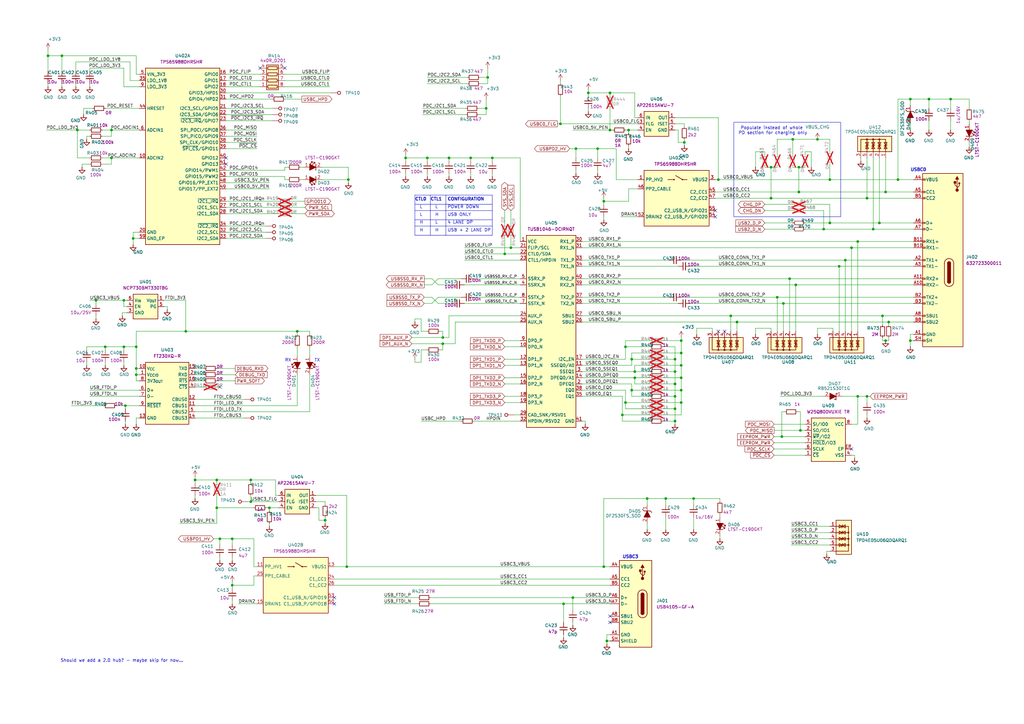
<source format=kicad_sch>
(kicad_sch (version 20231120) (generator "eeschema") (generator_version "8.0")
  (paper "A3")
  (junction (at 340.36 91.44))
  (junction (at 110.49 208.28))
  (junction (at 50.8 123.19))
  (junction (at 360.68 91.44))
  (junction (at 279.4 165.1))
  (junction (at 327.66 78.74))
  (junction (at 193.04 64.77))
  (junction (at 299.72 129.54))
  (junction (at 55.88 151.13))
  (junction (at 133.35 213.36))
  (junction (at 260.35 154.94))
  (junction (at 276.86 157.48))
  (junction (at 51.435 166.37))
  (junction (at 276.86 167.64))
  (junction (at 389.89 40.64))
  (junction (at 255.27 170.18))
  (junction (at 373.38 139.7))
  (junction (at 207.01 104.14))
  (junction (at 19.685 22.86))
  (junction (at 236.22 60.96))
  (junction (at 241.3 38.1))
  (junction (at 43.18 142.24))
  (junction (at 250.19 38.1))
  (junction (at 50.8 142.24))
  (junction (at 121.92 135.89))
  (junction (at 276.86 152.4))
  (junction (at 320.675 179.07))
  (junction (at 361.95 129.54))
  (junction (at 209.55 101.6))
  (junction (at 373.38 40.64))
  (junction (at 279.4 149.86))
  (junction (at 45.72 64.77))
  (junction (at 31.75 53.34))
  (junction (at 39.37 123.19))
  (junction (at 340.36 73.66))
  (junction (at 323.85 114.3))
  (junction (at 381 40.64))
  (junction (at 259.08 160.02))
  (junction (at 265.43 204.47))
  (junction (at 294.64 73.66))
  (junction (at 279.4 139.7))
  (junction (at 245.11 60.96))
  (junction (at 90.17 220.98))
  (junction (at 142.24 232.41))
  (junction (at 55.88 153.67))
  (junction (at 276.86 162.56))
  (junction (at 302.26 132.08))
  (junction (at 247.65 82.55))
  (junction (at 260.35 152.4))
  (junction (at 80.01 196.85))
  (junction (at 200.025 31.75))
  (junction (at 256.54 142.24))
  (junction (at 337.82 93.98))
  (junction (at 55.88 142.24))
  (junction (at 102.87 196.85))
  (junction (at 351.79 99.06))
  (junction (at 247.65 232.41))
  (junction (at 355.6 162.56))
  (junction (at 102.87 205.74))
  (junction (at 335.28 57.15))
  (junction (at 234.95 245.11))
  (junction (at 316.23 68.58))
  (junction (at 199.39 44.45))
  (junction (at 256.54 165.1))
  (junction (at 229.87 50.8))
  (junction (at 363.22 139.7))
  (junction (at 349.25 101.6))
  (junction (at 327.66 68.58))
  (junction (at 259.08 147.32))
  (junction (at 368.3 73.66))
  (junction (at 276.86 172.72))
  (junction (at 181.61 140.97))
  (junction (at 328.295 176.53))
  (junction (at 279.4 160.02))
  (junction (at 95.25 220.98))
  (junction (at 364.49 132.08))
  (junction (at 318.77 121.92))
  (junction (at 25.4 22.86))
  (junction (at 325.12 57.15))
  (junction (at 276.86 147.32))
  (junction (at 231.14 247.65))
  (junction (at 358.14 93.98))
  (junction (at 344.17 109.22))
  (junction (at 88.9 208.28))
  (junction (at 54.61 97.79))
  (junction (at 355.6 81.28))
  (junction (at 45.72 53.34))
  (junction (at 184.15 64.77))
  (junction (at 280.67 58.42))
  (junction (at 316.23 81.28))
  (junction (at 175.26 64.77))
  (junction (at 279.4 144.78))
  (junction (at 250.19 53.34))
  (junction (at 326.39 116.84))
  (junction (at 273.05 204.47))
  (junction (at 321.31 124.46))
  (junction (at 284.48 204.47))
  (junction (at 88.9 196.85))
  (junction (at 181.61 138.43))
  (junction (at 166.37 64.77))
  (junction (at 142.875 73.66))
  (junction (at 279.4 154.94))
  (junction (at 95.25 240.03))
  (junction (at 201.93 64.77))
  (junction (at 76.2 135.89))
  (junction (at 346.71 106.68))
  (junction (at 257.81 53.34))
  (junction (at 248.92 262.89))
  (junction (at 363.22 78.74))
  (junction (at 351.79 162.56))
  (no_connect (at 297.18 135.89))
  (no_connect (at 294.64 135.89))
  (no_connect (at 92.71 64.77))
  (no_connect (at 92.71 67.31))
  (no_connect (at 250.19 255.27))
  (no_connect (at 293.37 88.9))
  (no_connect (at 137.16 245.11))
  (no_connect (at 116.84 27.94))
  (no_connect (at 293.37 86.36))
  (no_connect (at 250.19 252.73))
  (no_connect (at 106.68 27.94))
  (no_connect (at 90.17 158.75))
  (no_connect (at 349.25 184.15))
  (no_connect (at 137.16 247.65))
  (wire (pts (xy 231.14 247.65) (xy 231.14 255.27)))
  (wire (pts (xy 335.28 134.62) (xy 341.63 134.62)))
  (wire (pts (xy 340.36 62.23) (xy 340.36 57.15)))
  (wire (pts (xy 50.165 128.27) (xy 50.165 129.54)))
  (wire (pts (xy 104.14 236.22) (xy 105.41 236.22)))
  (wire (pts (xy 234.95 255.27) (xy 234.95 256.54)))
  (wire (pts (xy 271.78 147.32) (xy 276.86 147.32)))
  (wire (pts (xy 358.14 93.98) (xy 374.65 93.98)))
  (wire (pts (xy 142.24 232.41) (xy 247.65 232.41)))
  (wire (pts (xy 119.38 85.09) (xy 125.095 85.09)))
  (wire (pts (xy 36.83 34.29) (xy 36.83 35.56)))
  (wire (pts (xy 351.79 162.56) (xy 355.6 162.56)))
  (wire (pts (xy 33.655 67.31) (xy 36.83 67.31)))
  (wire (pts (xy 241.3 38.1) (xy 250.19 38.1)))
  (wire (pts (xy 55.88 142.24) (xy 55.88 151.13)))
  (wire (pts (xy 238.76 157.48) (xy 259.08 157.48)))
  (wire (pts (xy 279.4 138.43) (xy 279.4 139.7)))
  (wire (pts (xy 76.2 135.89) (xy 121.92 135.89)))
  (wire (pts (xy 241.3 38.1) (xy 241.3 39.37)))
  (wire (pts (xy 236.22 60.96) (xy 236.22 64.77)))
  (wire (pts (xy 175.26 64.77) (xy 175.26 66.04)))
  (wire (pts (xy 207.01 162.56) (xy 213.36 162.56)))
  (wire (pts (xy 41.91 67.31) (xy 45.72 67.31)))
  (wire (pts (xy 271.78 172.72) (xy 276.86 172.72)))
  (wire (pts (xy 339.09 226.06) (xy 339.09 227.33)))
  (wire (pts (xy 92.71 33.02) (xy 106.68 33.02)))
  (wire (pts (xy 201.93 64.77) (xy 193.04 64.77)))
  (wire (pts (xy 373.38 139.7) (xy 374.65 139.7)))
  (wire (pts (xy 279.4 160.02) (xy 279.4 165.1)))
  (wire (pts (xy 364.49 132.08) (xy 364.49 133.35)))
  (wire (pts (xy 68.58 127) (xy 68.58 125.73)))
  (wire (pts (xy 271.78 142.24) (xy 276.86 142.24)))
  (wire (pts (xy 330.2 83.82) (xy 340.36 83.82)))
  (wire (pts (xy 321.31 124.46) (xy 374.65 124.46)))
  (wire (pts (xy 92.71 40.64) (xy 111.76 40.64)))
  (wire (pts (xy 168.91 140.97) (xy 181.61 140.97)))
  (wire (pts (xy 326.39 116.84) (xy 374.65 116.84)))
  (wire (pts (xy 397.51 49.53) (xy 397.51 50.8)))
  (wire (pts (xy 181.61 140.97) (xy 181.61 143.51)))
  (wire (pts (xy 123.19 68.58) (xy 124.46 68.58)))
  (wire (pts (xy 110.49 209.55) (xy 110.49 208.28)))
  (wire (pts (xy 80.01 158.75) (xy 83.82 158.75)))
  (wire (pts (xy 114.3 203.2) (xy 113.03 203.2)))
  (wire (pts (xy 284.48 204.47) (xy 295.275 204.47)))
  (wire (pts (xy 285.75 134.62) (xy 292.1 134.62)))
  (wire (pts (xy 346.71 106.68) (xy 346.71 135.89)))
  (wire (pts (xy 50.8 149.86) (xy 50.8 148.59)))
  (wire (pts (xy 238.76 152.4) (xy 260.35 152.4)))
  (wire (pts (xy 248.92 262.89) (xy 250.19 262.89)))
  (wire (pts (xy 19.685 22.86) (xy 25.4 22.86)))
  (wire (pts (xy 127 142.24) (xy 127 146.05)))
  (wire (pts (xy 257.81 53.34) (xy 261.62 53.34)))
  (wire (pts (xy 47.625 166.37) (xy 51.435 166.37)))
  (wire (pts (xy 92.71 35.56) (xy 106.68 35.56)))
  (wire (pts (xy 109.22 92.71) (xy 92.71 92.71)))
  (wire (pts (xy 142.875 73.66) (xy 142.875 74.93)))
  (wire (pts (xy 276.86 157.48) (xy 276.86 162.56)))
  (wire (pts (xy 368.3 73.66) (xy 374.65 73.66)))
  (wire (pts (xy 172.72 172.72) (xy 189.23 172.72)))
  (wire (pts (xy 294.64 73.66) (xy 340.36 73.66)))
  (wire (pts (xy 327.66 68.58) (xy 327.66 78.74)))
  (wire (pts (xy 238.76 99.06) (xy 351.79 99.06)))
  (wire (pts (xy 358.14 64.77) (xy 358.14 93.98)))
  (wire (pts (xy 196.85 31.75) (xy 200.025 31.75)))
  (wire (pts (xy 31.75 53.34) (xy 36.83 53.34)))
  (wire (pts (xy 179.705 124.46) (xy 185.42 124.46)))
  (wire (pts (xy 110.49 208.28) (xy 114.3 208.28)))
  (wire (pts (xy 330.2 93.98) (xy 337.82 93.98)))
  (wire (pts (xy 45.72 53.34) (xy 45.72 55.88)))
  (wire (pts (xy 320.04 162.56) (xy 337.82 162.56)))
  (wire (pts (xy 381 49.53) (xy 381 53.34)))
  (wire (pts (xy 43.18 142.24) (xy 35.56 142.24)))
  (wire (pts (xy 328.295 176.53) (xy 330.2 176.53)))
  (wire (pts (xy 57.15 162.56) (xy 36.83 162.56)))
  (wire (pts (xy 137.16 240.03) (xy 250.19 240.03)))
  (wire (pts (xy 260.35 48.26) (xy 261.62 48.26)))
  (wire (pts (xy 355.6 64.77) (xy 355.6 81.28)))
  (wire (pts (xy 50.8 35.56) (xy 50.8 27.94)))
  (wire (pts (xy 33.655 67.31) (xy 33.655 68.58)))
  (wire (pts (xy 260.35 157.48) (xy 260.35 154.94)))
  (wire (pts (xy 332.74 62.23) (xy 332.74 68.58)))
  (wire (pts (xy 256.54 142.24) (xy 266.7 142.24)))
  (wire (pts (xy 389.89 40.64) (xy 397.51 40.64)))
  (wire (pts (xy 316.23 68.58) (xy 318.77 68.58)))
  (wire (pts (xy 41.91 64.77) (xy 45.72 64.77)))
  (wire (pts (xy 180.34 135.89) (xy 181.61 135.89)))
  (wire (pts (xy 116.84 40.64) (xy 123.825 40.64)))
  (wire (pts (xy 34.29 44.45) (xy 38.1 44.45)))
  (wire (pts (xy 55.88 156.21) (xy 55.88 153.67)))
  (wire (pts (xy 193.04 64.77) (xy 193.04 66.04)))
  (wire (pts (xy 116.84 33.02) (xy 135.255 33.02)))
  (wire (pts (xy 179.705 121.92) (xy 189.23 121.92)))
  (wire (pts (xy 271.78 144.78) (xy 279.4 144.78)))
  (wire (pts (xy 238.76 132.08) (xy 302.26 132.08)))
  (wire (pts (xy 92.71 55.88) (xy 105.41 55.88)))
  (wire (pts (xy 271.78 165.1) (xy 279.4 165.1)))
  (wire (pts (xy 247.65 88.9) (xy 247.65 90.17)))
  (wire (pts (xy 248.92 264.16) (xy 248.92 262.89)))
  (wire (pts (xy 238.76 106.68) (xy 274.32 106.68)))
  (wire (pts (xy 278.13 58.42) (xy 278.13 53.34)))
  (wire (pts (xy 116.84 73.66) (xy 116.84 72.39)))
  (wire (pts (xy 168.91 138.43) (xy 181.61 138.43)))
  (wire (pts (xy 229.87 50.8) (xy 228.6 50.8)))
  (wire (pts (xy 88.9 196.85) (xy 88.9 198.12)))
  (wire (pts (xy 116.84 35.56) (xy 135.255 35.56)))
  (wire (pts (xy 43.18 44.45) (xy 57.15 44.45)))
  (wire (pts (xy 31.75 53.34) (xy 31.75 64.77)))
  (wire (pts (xy 19.685 34.29) (xy 19.685 35.56)))
  (wire (pts (xy 238.76 124.46) (xy 278.13 124.46)))
  (wire (pts (xy 88.9 214.63) (xy 73.66 214.63)))
  (wire (pts (xy 327.025 168.91) (xy 328.295 168.91)))
  (wire (pts (xy 327.66 78.74) (xy 363.22 78.74)))
  (wire (pts (xy 80.01 151.13) (xy 83.82 151.13)))
  (wire (pts (xy 88.9 151.13) (xy 96.52 151.13)))
  (wire (pts (xy 327.66 68.58) (xy 330.2 68.58)))
  (wire (pts (xy 313.69 86.36) (xy 325.12 86.36)))
  (wire (pts (xy 260.35 157.48) (xy 266.7 157.48)))
  (wire (pts (xy 55.88 151.13) (xy 57.15 151.13)))
  (wire (pts (xy 57.15 160.02) (xy 36.83 160.02)))
  (wire (pts (xy 373.38 142.24) (xy 373.38 139.7)))
  (wire (pts (xy 276.86 50.8) (xy 280.67 50.8)))
  (wire (pts (xy 259.08 160.02) (xy 259.08 162.56)))
  (wire (pts (xy 39.37 123.19) (xy 39.37 124.46)))
  (wire (pts (xy 241.3 44.45) (xy 241.3 45.72)))
  (wire (pts (xy 116.84 68.58) (xy 118.11 68.58)))
  (wire (pts (xy 236.22 69.85) (xy 236.22 71.12)))
  (wire (pts (xy 172.72 130.81) (xy 170.18 130.81)))
  (wire (pts (xy 238.76 172.72) (xy 240.03 172.72)))
  (wire (pts (xy 166.37 71.12) (xy 166.37 72.39)))
  (wire (pts (xy 317.5 179.07) (xy 320.675 179.07)))
  (polyline (pts (xy 201.93 80.01) (xy 201.93 96.52)) (stroke (width 0) (type solid)))
  (wire (pts (xy 45.72 67.31) (xy 45.72 64.77)))
  (wire (pts (xy 92.71 38.1) (xy 135.89 38.1)))
  (wire (pts (xy 273.05 204.47) (xy 284.48 204.47)))
  (wire (pts (xy 256.54 142.24) (xy 256.54 139.7)))
  (wire (pts (xy 271.78 170.18) (xy 279.4 170.18)))
  (wire (pts (xy 57.15 30.48) (xy 55.88 30.48)))
  (wire (pts (xy 361.95 139.7) (xy 363.22 139.7)))
  (wire (pts (xy 271.78 157.48) (xy 276.86 157.48)))
  (wire (pts (xy 340.36 91.44) (xy 360.68 91.44)))
  (wire (pts (xy 121.92 166.37) (xy 121.92 153.67)))
  (wire (pts (xy 80.01 204.47) (xy 80.01 203.2)))
  (wire (pts (xy 247.65 204.47) (xy 265.43 204.47)))
  (wire (pts (xy 256.54 167.64) (xy 266.7 167.64)))
  (wire (pts (xy 364.49 132.08) (xy 374.65 132.08)))
  (wire (pts (xy 104.14 232.41) (xy 104.14 220.98)))
  (wire (pts (xy 88.9 208.28) (xy 104.14 208.28)))
  (wire (pts (xy 324.485 215.9) (xy 340.36 215.9)))
  (wire (pts (xy 110.49 214.63) (xy 110.49 215.9)))
  (wire (pts (xy 95.25 246.38) (xy 95.25 247.65)))
  (wire (pts (xy 121.92 135.89) (xy 121.92 137.16)))
  (wire (pts (xy 265.43 217.17) (xy 265.43 214.63)))
  (wire (pts (xy 302.26 132.08) (xy 364.49 132.08)))
  (wire (pts (xy 199.39 46.99) (xy 199.39 44.45)))
  (wire (pts (xy 109.22 97.79) (xy 92.71 97.79)))
  (wire (pts (xy 92.71 77.47) (xy 110.49 77.47)))
  (wire (pts (xy 50.165 128.27) (xy 52.07 128.27)))
  (wire (pts (xy 250.19 38.1) (xy 250.19 39.37)))
  (wire (pts (xy 88.9 153.67) (xy 96.52 153.67)))
  (wire (pts (xy 104.14 220.98) (xy 95.25 220.98)))
  (wire (pts (xy 209.55 97.155) (xy 209.55 101.6)))
  (wire (pts (xy 276.86 142.24) (xy 276.86 147.32)))
  (wire (pts (xy 80.01 156.21) (xy 83.82 156.21)))
  (wire (pts (xy 102.87 198.12) (xy 102.87 196.85)))
  (wire (pts (xy 35.56 142.24) (xy 35.56 143.51)))
  (polyline (pts (xy 176.53 80.01) (xy 176.53 96.52)) (stroke (width 0) (type solid)))
  (polyline (pts (xy 170.18 92.71) (xy 201.93 92.71)) (stroke (width 0) (type solid)))
  (wire (pts (xy 209.55 101.6) (xy 190.5 101.6)))
  (wire (pts (xy 280.67 59.69) (xy 280.67 58.42)))
  (wire (pts (xy 119.38 82.55) (xy 125.095 82.55)))
  (wire (pts (xy 259.08 144.78) (xy 266.7 144.78)))
  (wire (pts (xy 299.72 129.54) (xy 299.72 135.89)))
  (wire (pts (xy 109.22 95.25) (xy 92.71 95.25)))
  (wire (pts (xy 31.115 25.4) (xy 31.115 29.21)))
  (wire (pts (xy 283.21 124.46) (xy 321.31 124.46)))
  (wire (pts (xy 309.88 134.62) (xy 316.23 134.62)))
  (wire (pts (xy 280.67 58.42) (xy 278.13 58.42)))
  (wire (pts (xy 207.01 157.48) (xy 213.36 157.48)))
  (wire (pts (xy 313.69 83.82) (xy 325.12 83.82)))
  (wire (pts (xy 175.26 71.12) (xy 175.26 72.39)))
  (wire (pts (xy 19.05 53.34) (xy 31.75 53.34)))
  (wire (pts (xy 293.37 81.28) (xy 316.23 81.28)))
  (wire (pts (xy 259.08 147.32) (xy 266.7 147.32)))
  (wire (pts (xy 170.18 147.32) (xy 170.18 148.59)))
  (wire (pts (xy 340.36 57.15) (xy 335.28 57.15)))
  (wire (pts (xy 113.03 203.2) (xy 113.03 196.85)))
  (polyline (pts (xy 170.18 80.01) (xy 170.18 96.52)) (stroke (width 0) (type solid)))
  (wire (pts (xy 92.71 30.48) (xy 106.68 30.48)))
  (wire (pts (xy 200.025 27.94) (xy 200.025 31.75)))
  (wire (pts (xy 340.36 73.66) (xy 368.3 73.66)))
  (wire (pts (xy 361.95 138.43) (xy 361.95 139.7)))
  (wire (pts (xy 330.2 62.23) (xy 330.2 63.5)))
  (wire (pts (xy 92.71 85.09) (xy 114.3 85.09)))
  (wire (pts (xy 92.71 53.34) (xy 105.41 53.34)))
  (wire (pts (xy 110.49 208.28) (xy 109.22 208.28)))
  (wire (pts (xy 19.685 22.86) (xy 19.685 29.21)))
  (wire (pts (xy 256.54 165.1) (xy 256.54 167.64)))
  (wire (pts (xy 363.22 64.77) (xy 363.22 78.74)))
  (wire (pts (xy 102.87 205.74) (xy 102.87 203.2)))
  (wire (pts (xy 397.51 58.42) (xy 397.51 60.325)))
  (wire (pts (xy 45.72 64.77) (xy 57.15 64.77)))
  (wire (pts (xy 355.6 81.28) (xy 374.65 81.28)))
  (wire (pts (xy 213.36 104.14) (xy 207.01 104.14)))
  (wire (pts (xy 340.36 67.31) (xy 340.36 73.66)))
  (wire (pts (xy 35.56 55.88) (xy 35.56 57.15)))
  (wire (pts (xy 19.685 20.32) (xy 19.685 22.86)))
  (wire (pts (xy 316.23 68.58) (xy 316.23 81.28)))
  (wire (pts (xy 252.73 73.66) (xy 261.62 73.66)))
  (wire (pts (xy 257.81 59.69) (xy 257.81 60.96)))
  (wire (pts (xy 207.01 139.7) (xy 213.36 139.7)))
  (wire (pts (xy 313.69 68.58) (xy 316.23 68.58)))
  (wire (pts (xy 176.53 247.65) (xy 231.14 247.65)))
  (wire (pts (xy 53.34 33.02) (xy 57.15 33.02)))
  (wire (pts (xy 172.72 143.51) (xy 172.72 148.59)))
  (wire (pts (xy 271.78 149.86) (xy 279.4 149.86)))
  (wire (pts (xy 92.71 49.53) (xy 111.76 49.53)))
  (wire (pts (xy 88.9 196.85) (xy 102.87 196.85)))
  (wire (pts (xy 360.68 91.44) (xy 374.65 91.44)))
  (wire (pts (xy 247.65 232.41) (xy 250.19 232.41)))
  (wire (pts (xy 92.71 46.99) (xy 111.76 46.99)))
  (wire (pts (xy 88.9 208.28) (xy 88.9 214.63)))
  (wire (pts (xy 373.38 53.34) (xy 373.38 50.8)))
  (wire (pts (xy 127 135.89) (xy 121.92 135.89)))
  (wire (pts (xy 273.05 204.47) (xy 273.05 207.01)))
  (wire (pts (xy 344.17 109.22) (xy 344.17 135.89)))
  (wire (pts (xy 31.75 64.77) (xy 36.83 64.77)))
  (wire (pts (xy 320.675 168.91) (xy 320.675 179.07)))
  (wire (pts (xy 241.3 36.83) (xy 241.3 38.1)))
  (wire (pts (xy 95.25 220.98) (xy 95.25 223.52)))
  (wire (pts (xy 184.15 138.43) (xy 184.15 129.54)))
  (wire (pts (xy 39.37 129.54) (xy 39.37 130.81)))
  (wire (pts (xy 31.115 34.29) (xy 31.115 35.56)))
  (wire (pts (xy 92.71 69.85) (xy 116.84 69.85)))
  (wire (pts (xy 355.6 170.18) (xy 355.6 171.45)))
  (wire (pts (xy 137.16 237.49) (xy 250.19 237.49)))
  (wire (pts (xy 57.15 97.79) (xy 54.61 97.79)))
  (wire (pts (xy 172.72 135.89) (xy 172.72 130.81)))
  (wire (pts (xy 324.485 218.44) (xy 340.36 218.44)))
  (wire (pts (xy 213.36 64.77) (xy 213.36 99.06)))
  (wire (pts (xy 256.54 53.34) (xy 257.81 53.34)))
  (wire (pts (xy 238.76 160.02) (xy 256.54 160.02)))
  (wire (pts (xy 313.69 93.98) (xy 325.12 93.98)))
  (wire (pts (xy 345.44 162.56) (xy 351.79 162.56)))
  (wire (pts (xy 257.81 77.47) (xy 261.62 77.47)))
  (wire (pts (xy 55.88 153.67) (xy 55.88 151.13)))
  (wire (pts (xy 251.46 53.34) (xy 250.19 53.34)))
  (wire (pts (xy 92.71 44.45) (xy 111.76 44.45)))
  (wire (pts (xy 51.435 172.72) (xy 51.435 173.99)))
  (wire (pts (xy 330.2 91.44) (xy 340.36 91.44)))
  (wire (pts (xy 43.18 149.86) (xy 43.18 148.59)))
  (wire (pts (xy 127 168.91) (xy 127 153.67)))
  (wire (pts (xy 265.43 204.47) (xy 265.43 207.01)))
  (wire (pts (xy 39.37 123.19) (xy 50.8 123.19)))
  (wire (pts (xy 316.23 81.28) (xy 355.6 81.28)))
  (wire (pts (xy 295.275 205.74) (xy 295.275 204.47)))
  (wire (pts (xy 254.635 88.9) (xy 261.62 88.9)))
  (wire (pts (xy 337.82 93.98) (xy 358.14 93.98)))
  (wire (pts (xy 57.15 156.21) (xy 55.88 156.21)))
  (wire (pts (xy 309.88 62.23) (xy 313.69 62.23)))
  (wire (pts (xy 256.54 147.32) (xy 256.54 142.24)))
  (wire (pts (xy 196.85 34.29) (xy 200.025 34.29)))
  (wire (pts (xy 172.72 143.51) (xy 175.26 143.51)))
  (wire (pts (xy 349.25 101.6) (xy 349.25 135.89)))
  (wire (pts (xy 113.03 196.85) (xy 102.87 196.85)))
  (polyline (pts (xy 201.93 96.52) (xy 170.18 96.52)) (stroke (width 0) (type solid)))
  (wire (pts (xy 368.3 40.64) (xy 373.38 40.64)))
  (wire (pts (xy 194.31 172.72) (xy 213.36 172.72)))
  (wire (pts (xy 90.17 220.98) (xy 90.17 223.52)))
  (wire (pts (xy 186.69 140.97) (xy 181.61 140.97)))
  (wire (pts (xy 294.64 48.26) (xy 294.64 73.66)))
  (wire (pts (xy 361.95 129.54) (xy 374.65 129.54)))
  (wire (pts (xy 130.81 213.36) (xy 133.35 213.36)))
  (wire (pts (xy 278.13 53.34) (xy 276.86 53.34)))
  (wire (pts (xy 295.275 219.71) (xy 295.275 220.98)))
  (wire (pts (xy 194.31 114.3) (xy 213.36 114.3)))
  (wire (pts (xy 170.18 130.81) (xy 170.18 132.08)))
  (wire (pts (xy 238.76 121.92) (xy 274.32 121.92)))
  (wire (pts (xy 173.99 121.92) (xy 177.165 121.92)))
  (wire (pts (xy 95.25 238.76) (xy 95.25 240.03)))
  (wire (pts (xy 179.705 114.3) (xy 177.165 116.84)))
  (wire (pts (xy 55.88 30.48) (xy 55.88 22.86)))
  (wire (pts (xy 207.01 154.94) (xy 213.36 154.94)))
  (wire (pts (xy 373.38 40.64) (xy 381 40.64)))
  (wire (pts (xy 363.22 78.74) (xy 374.65 78.74)))
  (wire (pts (xy 238.76 116.84) (xy 326.39 116.84)))
  (wire (pts (xy 68.58 125.73) (xy 67.31 125.73)))
  (wire (pts (xy 43.18 142.24) (xy 43.18 143.51)))
  (wire (pts (xy 55.88 153.67) (xy 57.15 153.67)))
  (wire (pts (xy 118.11 73.66) (xy 116.84 73.66)))
  (wire (pts (xy 292.1 134.62) (xy 292.1 135.89)))
  (wire (pts (xy 80.01 163.83) (xy 100.33 163.83)))
  (wire (pts (xy 80.01 168.91) (xy 127 168.91)))
  (wire (pts (xy 259.08 157.48) (xy 259.08 160.02)))
  (wire (pts (xy 323.85 114.3) (xy 374.65 114.3)))
  (wire (pts (xy 88.9 156.21) (xy 96.52 156.21)))
  (wire (pts (xy 157.48 245.11) (xy 171.45 245.11)))
  (wire (pts (xy 80.01 195.58) (xy 80.01 196.85)))
  (wire (pts (xy 184.15 71.12) (xy 184.15 72.39)))
  (wire (pts (xy 95.25 240.03) (xy 104.14 240.03)))
  (wire (pts (xy 240.03 172.72) (xy 240.03 173.99)))
  (wire (pts (xy 173.355 46.99) (xy 191.135 46.99)))
  (wire (pts (xy 355.6 162.56) (xy 356.87 162.56)))
  (wire (pts (xy 132.08 68.58) (xy 142.875 68.58)))
  (wire (pts (xy 285.75 137.16) (xy 285.75 134.62)))
  (wire (pts (xy 55.88 142.24) (xy 50.8 142.24)))
  (wire (pts (xy 340.36 83.82) (xy 340.36 91.44)))
  (wire (pts (xy 313.69 91.44) (xy 325.12 91.44)))
  (wire (pts (xy 247.65 82.55) (xy 247.65 83.82)))
  (wire (pts (xy 245.11 60.96) (xy 245.11 64.77)))
  (wire (pts (xy 317.5 173.99) (xy 330.2 173.99)))
  (wire (pts (xy 173.99 124.46) (xy 177.165 124.46)))
  (wire (pts (xy 257.81 53.34) (xy 257.81 54.61)))
  (wire (pts (xy 279.4 144.78) (xy 279.4 149.86)))
  (wire (pts (xy 238.76 101.6) (xy 349.25 101.6)))
  (wire (pts (xy 181.61 138.43) (xy 184.15 138.43)))
  (wire (pts (xy 271.78 139.7) (xy 279.4 139.7)))
  (wire (pts (xy 92.71 87.63) (xy 114.3 87.63)))
  (wire (pts (xy 293.37 73.66) (xy 294.64 73.66)))
  (wire (pts (xy 190.5 116.84) (xy 213.36 116.84)))
  (wire (pts (xy 337.82 86.36) (xy 337.82 93.98)))
  (wire (pts (xy 260.35 149.86) (xy 266.7 149.86)))
  (wire (pts (xy 213.36 106.68) (xy 190.5 106.68)))
  (wire (pts (xy 57.15 171.45) (xy 55.88 171.45)))
  (wire (pts (xy 80.01 153.67) (xy 83.82 153.67)))
  (wire (pts (xy 36.83 29.21) (xy 36.83 27.94)))
  (wire (pts (xy 247.65 82.55) (xy 257.81 82.55)))
  (wire (pts (xy 341.63 134.62) (xy 341.63 135.89)))
  (wire (pts (xy 273.05 212.09) (xy 273.05 217.17)))
  (wire (pts (xy 157.48 247.65) (xy 171.45 247.65)))
  (wire (pts (xy 346.71 106.68) (xy 374.65 106.68)))
  (wire (pts (xy 373.38 40.64) (xy 373.38 43.18)))
  (wire (pts (xy 260.35 38.1) (xy 260.35 48.26)))
  (wire (pts (xy 55.88 135.89) (xy 55.88 142.24)))
  (wire (pts (xy 102.87 205.74) (xy 114.3 205.74)))
  (wire (pts (xy 355.6 162.56) (xy 355.6 165.1)))
  (wire (pts (xy 137.16 232.41) (xy 142.24 232.41)))
  (wire (pts (xy 121.92 142.24) (xy 121.92 146.05)))
  (wire (pts (xy 80.01 171.45) (xy 100.33 171.45)))
  (wire (pts (xy 175.26 64.77) (xy 166.37 64.77)))
  (wire (pts (xy 364.49 139.7) (xy 364.49 138.43)))
  (wire (pts (xy 45.72 53.34) (xy 57.15 53.34)))
  (wire (pts (xy 184.15 64.77) (xy 184.15 66.04)))
  (polyline (pts (xy 170.18 90.17) (xy 201.93 90.17)) (stroke (width 0) (type solid)))
  (wire (pts (xy 324.485 220.98) (xy 340.36 220.98)))
  (wire (pts (xy 351.79 99.06) (xy 374.65 99.06)))
  (wire (pts (xy 317.5 181.61) (xy 330.2 181.61)))
  (wire (pts (xy 259.08 147.32) (xy 259.08 144.78)))
  (wire (pts (xy 233.68 60.96) (xy 236.22 60.96)))
  (wire (pts (xy 184.15 64.77) (xy 175.26 64.77)))
  (wire (pts (xy 276.86 172.72) (xy 276.86 173.99)))
  (wire (pts (xy 87.63 220.98) (xy 90.17 220.98)))
  (wire (pts (xy 279.4 165.1) (xy 279.4 170.18)))
  (wire (pts (xy 368.3 40.64) (xy 368.3 73.66)))
  (wire (pts (xy 50.8 142.24) (xy 50.8 143.51)))
  (wire (pts (xy 209.55 86.36) (xy 209.55 92.075)))
  (wire (pts (xy 36.83 123.19) (xy 39.37 123.19)))
  (wire (pts (xy 210.82 170.18) (xy 213.36 170.18)))
  (wire (pts (xy 248.92 262.89) (xy 248.92 260.35)))
  (wire (pts (xy 318.77 121.92) (xy 318.77 135.89)))
  (wire (pts (xy 36.83 27.94) (xy 50.8 27.94)))
  (wire (pts (xy 116.84 30.48) (xy 135.255 30.48)))
  (wire (pts (xy 190.5 124.46) (xy 213.36 124.46)))
  (wire (pts (xy 271.78 160.02) (xy 279.4 160.02)))
  (wire (pts (xy 133.35 213.36) (xy 133.35 214.63)))
  (wire (pts (xy 260.35 38.1) (xy 250.19 38.1)))
  (wire (pts (xy 381 40.64) (xy 381 44.45)))
  (wire (pts (xy 271.78 152.4) (xy 276.86 152.4)))
  (wire (pts (xy 351.79 173.99) (xy 349.25 173.99)))
  (wire (pts (xy 283.21 109.22) (xy 344.17 109.22)))
  (polyline (pts (xy 182.88 80.01) (xy 182.88 96.52)) (stroke (width 0) (type solid)))
  (wire (pts (xy 361.95 129.54) (xy 361.95 133.35)))
  (wire (pts (xy 196.215 44.45) (xy 199.39 44.45)))
  (wire (pts (xy 321.31 124.46) (xy 321.31 135.89)))
  (wire (pts (xy 279.4 121.92) (xy 318.77 121.92)))
  (wire (pts (xy 260.35 154.94) (xy 266.7 154.94)))
  (wire (pts (xy 245.11 69.85) (xy 245.11 71.12)))
  (wire (pts (xy 173.355 44.45) (xy 191.135 44.45)))
  (wire (pts (xy 238.76 147.32) (xy 256.54 147.32)))
  (wire (pts (xy 250.19 53.34) (xy 250.19 44.45)))
  (wire (pts (xy 41.91 53.34) (xy 45.72 53.34)))
  (wire (pts (xy 80.01 196.85) (xy 80.01 198.12)))
  (wire (pts (xy 344.17 109.22) (xy 374.65 109.22)))
  (wire (pts (xy 76.2 135.89) (xy 55.88 135.89)))
  (wire (pts (xy 34.29 44.45) (xy 34.29 46.99)))
  (wire (pts (xy 129.54 203.2) (xy 142.24 203.2)))
  (wire (pts (xy 238.76 114.3) (xy 323.85 114.3)))
  (wire (pts (xy 360.68 64.77) (xy 360.68 91.44)))
  (wire (pts (xy 326.39 116.84) (xy 326.39 135.89)))
  (wire (pts (xy 238.76 149.86) (xy 259.08 149.86)))
  (wire (pts (xy 279.4 106.68) (xy 346.71 106.68)))
  (wire (pts (xy 129.54 205.74) (xy 133.35 205.74)))
  (wire (pts (xy 231.14 260.35) (xy 231.14 261.62)))
  (wire (pts (xy 255.27 170.18) (xy 255.27 162.56)))
  (wire (pts (xy 200.025 34.29) (xy 200.025 31.75)))
  (wire (pts (xy 353.06 64.77) (xy 353.06 66.04)))
  (wire (pts (xy 181.61 135.89) (xy 181.61 138.43)))
  (wire (pts (xy 104.14 240.03) (xy 104.14 236.22)))
  (wire (pts (xy 88.9 196.85) (xy 80.01 196.85)))
  (wire (pts (xy 316.23 134.62) (xy 316.23 135.89)))
  (wire (pts (xy 248.92 260.35) (xy 250.19 260.35)))
  (wire (pts (xy 175.26 31.75) (xy 191.77 31.75)))
  (wire (pts (xy 90.17 220.98) (xy 95.25 220.98)))
  (wire (pts (xy 373.38 137.16) (xy 374.65 137.16)))
  (wire (pts (xy 284.48 207.01) (xy 284.48 204.47)))
  (wire (pts (xy 259.08 162.56) (xy 266.7 162.56)))
  (wire (pts (xy 279.4 139.7) (xy 279.4 144.78)))
  (wire (pts (xy 119.38 87.63) (xy 125.095 87.63)))
  (wire (pts (xy 284.48 212.09) (xy 284.48 217.17)))
  (wire (pts (xy 51.435 166.37) (xy 57.15 166.37)))
  (wire (pts (xy 252.73 60.96) (xy 252.73 73.66)))
  (wire (pts (xy 279.4 149.86) (xy 279.4 154.94)))
  (wire (pts (xy 293.37 78.74) (xy 327.66 78.74)))
  (wire (pts (xy 260.35 152.4) (xy 266.7 152.4)))
  (wire (pts (xy 207.01 86.36) (xy 207.01 92.075)))
  (wire (pts (xy 193.04 64.77) (xy 184.15 64.77)))
  (wire (pts (xy 173.99 116.84) (xy 177.165 116.84)))
  (wire (pts (xy 176.53 245.11) (xy 234.95 245.11)))
  (wire (pts (xy 29.21 166.37) (xy 42.545 166.37)))
  (wire (pts (xy 95.25 228.6) (xy 95.25 229.87)))
  (wire (pts (xy 276.86 167.64) (xy 276.86 172.72)))
  (wire (pts (xy 256.54 160.02) (xy 256.54 165.1)))
  (wire (pts (xy 323.85 114.3) (xy 323.85 135.89)))
  (wire (pts (xy 295.275 210.82) (xy 295.275 212.09)))
  (wire (pts (xy 186.69 132.08) (xy 186.69 140.97)))
  (wire (pts (xy 321.945 168.91) (xy 320.675 168.91)))
  (wire (pts (xy 257.81 82.55) (xy 257.81 77.47)))
  (wire (pts (xy 123.19 73.66) (xy 124.46 73.66)))
  (wire (pts (xy 238.76 129.54) (xy 299.72 129.54)))
  (wire (pts (xy 247.65 81.28) (xy 247.65 82.55)))
  (wire (pts (xy 256.54 165.1) (xy 266.7 165.1)))
  (wire (pts (xy 88.9 208.28) (xy 88.9 203.2)))
  (wire (pts (xy 172.72 148.59) (xy 170.18 148.59)))
  (wire (pts (xy 179.705 114.3) (xy 189.23 114.3)))
  (wire (pts (xy 54.61 97.79) (xy 54.61 95.25)))
  (wire (pts (xy 36.83 55.88) (xy 35.56 55.88)))
  (wire (pts (xy 207.01 142.24) (xy 213.36 142.24)))
  (wire (pts (xy 271.78 154.94) (xy 279.4 154.94)))
  (wire (pts (xy 317.5 176.53) (xy 328.295 176.53)))
  (wire (pts (xy 196.215 46.99) (xy 199.39 46.99)))
  (wire (pts (xy 133.35 205.74) (xy 133.35 207.01)))
  (wire (pts (xy 229.87 50.8) (xy 261.62 50.8)))
  (wire (pts (xy 373.38 139.7) (xy 373.38 137.16)))
  (wire (pts (xy 279.4 154.94) (xy 279.4 160.02)))
  (wire (pts (xy 92.71 72.39) (xy 116.84 72.39)))
  (wire (pts (xy 193.04 71.12) (xy 193.04 72.39)))
  (wire (pts (xy 330.2 62.23) (xy 332.74 62.23)))
  (wire (pts (xy 255.27 172.72) (xy 255.27 170.18)))
  (wire (pts (xy 317.5 186.69) (xy 330.2 186.69)))
  (wire (pts (xy 276.86 48.26) (xy 294.64 48.26)))
  (wire (pts (xy 255.27 170.18) (xy 266.7 170.18)))
  (wire (pts (xy 247.65 204.47) (xy 247.65 232.41)))
  (wire (pts (xy 31.115 25.4) (xy 53.34 25.4)))
  (wire (pts (xy 255.27 172.72) (xy 266.7 172.72)))
  (wire (pts (xy 179.705 121.92) (xy 177.165 124.46)))
  (wire (pts (xy 234.95 53.34) (xy 250.19 53.34)))
  (wire (pts (xy 166.37 63.5) (xy 166.37 64.77)))
  (wire (pts (xy 207.01 149.86) (xy 213.36 149.86)))
  (wire (pts (xy 25.4 22.86) (xy 25.4 29.21)))
  (wire (pts (xy 276.86 152.4) (xy 276.86 157.48)))
  (wire (pts (xy 51.435 166.37) (xy 51.435 167.64)))
  (wire (pts (xy 349.25 186.69) (xy 350.52 186.69)))
  (wire (pts (xy 67.31 123.19) (xy 76.2 123.19)))
  (wire (pts (xy 238.76 162.56) (xy 255.27 162.56)))
  (wire (pts (xy 55.88 171.45) (xy 55.88 173.99)))
  (wire (pts (xy 271.78 162.56) (xy 276.86 162.56)))
  (wire (pts (xy 320.675 179.07) (xy 330.2 179.07)))
  (wire (pts (xy 238.76 154.94) (xy 260.35 154.94)))
  (wire (pts (xy 142.24 203.2) (xy 142.24 232.41)))
  (wire (pts (xy 80.01 166.37) (xy 121.92 166.37)))
  (wire (pts (xy 105.41 232.41) (xy 104.14 232.41)))
  (wire (pts (xy 309.88 68.58) (xy 309.88 62.23)))
  (wire (pts (xy 328.295 168.91) (xy 328.295 176.53)))
  (wire (pts (xy 318.77 121.92) (xy 374.65 121.92)))
  (wire (pts (xy 313.69 62.23) (xy 313.69 63.5)))
  (wire (pts (xy 130.81 208.28) (xy 130.81 213.36)))
  (wire (pts (xy 172.72 135.89) (xy 175.26 135.89)))
  (wire (pts (xy 207.01 147.32) (xy 213.36 147.32)))
  (polyline (pts (xy 170.18 80.01) (xy 201.93 80.01)) (stroke (width 0) (type solid)))
  (wire (pts (xy 90.17 228.6) (xy 90.17 229.87)))
  (wire (pts (xy 238.76 109.22) (xy 278.13 109.22)))
  (wire (pts (xy 54.61 97.79) (xy 54.61 100.33)))
  (wire (pts (xy 299.72 129.54) (xy 361.95 129.54)))
  (wire (pts (xy 265.43 204.47) (xy 273.05 204.47)))
  (wire (pts (xy 256.54 139.7) (xy 266.7 139.7)))
  (wire (pts (xy 173.99 114.3) (xy 177.165 114.3)))
  (wire (pts (xy 325.12 68.58) (xy 327.66 68.58)))
  (wire (pts (xy 213.36 101.6) (xy 209.55 101.6)))
  (wire (pts (xy 318.77 57.15) (xy 325.12 57.15)))
  (wire (pts (xy 53.34 25.4) (xy 53.34 33.02)))
  (wire (pts (xy 207.01 165.1) (xy 213.36 165.1)))
  (wire (pts (xy 177.165 121.92) (xy 179.705 124.46)))
  (wire (pts (xy 335.28 137.16) (xy 335.28 134.62)))
  (wire (pts (xy 245.11 60.96) (xy 252.73 60.96)))
  (wire (pts (xy 351.79 162.56) (xy 351.79 173.99)))
  (wire (pts (xy 381 40.64) (xy 389.89 40.64)))
  (wire (pts (xy 199.39 40.64) (xy 199.39 44.45)))
  (wire (pts (xy 35.56 148.59) (xy 35.56 149.86)))
  (wire (pts (xy 25.4 34.29) (xy 25.4 35.56)))
  (wire (pts (xy 259.08 149.86) (xy 259.08 147.32)))
  (wire (pts (xy 186.69 132.08) (xy 213.36 132.08)))
  (wire (pts (xy 276.86 162.56) (xy 276.86 167.64)))
  (wire (pts (xy 180.34 143.51) (xy 181.61 143.51)))
  (wire (pts (xy 236.22 60.96) (xy 245.11 60.96)))
  (wire (pts (xy 97.79 247.65) (xy 105.41 247.65)))
  (wire (pts (xy 207.01 97.155) (xy 207.01 104.14)))
  (polyline (pts (xy 170.18 83.82) (xy 201.93 83.82)) (stroke (width 0) (type solid)))
  (wire (pts (xy 179.705 116.84) (xy 185.42 116.84)))
  (wire (pts (xy 259.08 160.02) (xy 266.7 160.02)))
  (wire (pts (xy 324.485 223.52) (xy 340.36 223.52)))
  (wire (pts (xy 363.22 139.7) (xy 364.49 139.7)))
  (wire (pts (xy 340.36 226.06) (xy 339.09 226.06)))
  (wire (pts (xy 175.26 34.29) (xy 191.77 34.29)))
  (wire (pts (xy 133.35 213.36) (xy 133.35 212.09)))
  (wire (pts (xy 229.87 33.02) (xy 229.87 34.29)))
  (wire (pts (xy 54.61 95.25) (xy 57.15 95.25)))
  (wire (pts (xy 50.8 123.19) (xy 52.07 123.19)))
  (wire (pts (xy 57.15 35.56) (xy 50.8 35.56)))
  (wire (pts (xy 350.52 187.96) (xy 350.52 186.69)))
  (wire (pts (xy 317.5 184.15) (xy 330.2 184.15)))
  (wire (pts (xy 92.71 58.42) (xy 105.41 58.42)))
  (wire (pts (xy 325.12 57.15) (xy 335.28 57.15)))
  (wire (pts (xy 351.79 99.06) (xy 351.79 135.89)))
  (wire (pts (xy 330.2 86.36) (xy 337.82 86.36)))
  (wire (pts (xy 41.91 55.88) (xy 45.72 55.88)))
  (wire (pts (xy 92.71 82.55) (xy 114.3 82.55)))
  (polyline (pts (xy 170.18 86.36) (xy 201.93 86.36)) (stroke (width 0) (type solid)))
  (wire (pts (xy 389.89 40.64) (xy 389.89 44.45)))
  (wire (pts (xy 207.01 104.14) (xy 190.5 104.14)))
  (wire (pts (xy 76.2 123.19) (xy 76.2 135.89)))
  (wire (pts (xy 50.8 142.24) (xy 43.18 142.24)))
  (wire (pts (xy 389.89 49.53) (xy 389.89 53.34)))
  (wire (pts (xy 92.71 74.93) (xy 110.49 74.93)))
  (wire (pts (xy 231.14 247.65) (xy 250.19 247.65)))
  (wire (pts (xy 52.07 125.73) (xy 50.8 125.73)))
  (wire (pts (xy 116.84 69.85) (xy 116.84 68.58)))
  (wire (pts (xy 325.12 57.15) (xy 325.12 63.5)))
  (wire (pts (xy 101.6 205.74) (xy 102.87 205.74)))
  (wire (pts (xy 92.71 60.96) (xy 105.41 60.96)))
  (wire (pts (xy 234.95 245.11) (xy 250.19 245.11)))
  (wire (pts (xy 397.51 40.64) (xy 397.51 44.45)))
  (wire (pts (xy 201.93 64.77) (xy 213.36 64.77)))
  (wire (pts (xy 184.15 129.54) (xy 213.36 129.54)))
  (wire (pts (xy 50.8 125.73) (xy 50.8 123.19)))
  (wire (pts (xy 309.88 137.16) (xy 309.88 134.62)))
  (wire (pts (xy 95.25 240.03) (xy 95.25 241.3)))
  (wire (pts (xy 280.67 50.8) (xy 280.67 52.07)))
  (wire (pts (xy 271.78 167.64) (xy 276.86 167.64)))
  (wire (pts (xy 349.25 101.6) (xy 374.65 101.6)))
  (wire (pts (xy 276.86 147.32) (xy 276.86 152.4)))
  (wire (pts (xy 166.37 64.77) (xy 166.37 66.04)))
  (wire (pts (xy 194.31 121.92) (xy 213.36 121.92)))
  (wire (pts (xy 280.67 57.15) (xy 280.67 58.42)))
  (wire (pts (xy 88.9 158.75) (xy 90.17 158.75)))
  (wire (pts (xy 201.93 64.77) (xy 201.93 66.04)))
  (wire (pts (xy 234.95 245.11) (xy 234.95 250.19)))
  (wire (pts (xy 132.08 73.66) (xy 142.875 73.66)))
  (wire (pts (xy 177.165 114.3) (xy 179.705 116.84)))
  (wire (pts (xy 260.35 152.4) (xy 260.35 149.86)))
  (wire (pts (xy 129.54 208.28) (xy 130.81 208.28)))
  (wire (pts (xy 302.26 132.08) (xy 302.26 135.89)))
  (wire (pts (xy 201.93 71.12) (xy 201.93 72.39)))
  (wire (pts (xy 25.4 22.86) (xy 55.88 22.86)))
  (wire (pts (xy 229.87 39.37) (xy 229.87 50.8)))
  (wire (pts (xy 142.875 68.58) (xy 142.875 73.66)))
  (wire (pts (xy 318.77 63.5) (xy 318.77 57.15)))
  (wire (pts (xy 127 137.16) (xy 127 135.89)))
  (rectangle (start 300.99 50.165) (end 344.805 88.9))
  (text "L" (at 178.435 85.725 0) (effects (font (size 1.27 1.27)) (justify left bottom)))
  (text "H" (at 178.435 95.25 0) (effects (font (size 1.27 1.27)) (justify left bottom)))
  (text "USBC0" (at 373.38 70.485 0) (effects (font (size 1.27 1.27) (thickness 0.254) (bold yes)) (justify left bottom)))
  (text "Populate instead of whole \nPD section for charging only" (at 316.992 53.594 0) (effects (font (size 1.27 1.27))))
  (text "USB + 2 LANE DP" (at 183.515 95.25 0) (effects (font (size 1.27 1.27)) (justify left bottom)))
  (text "POWER DOWN" (at 183.515 85.725 0) (effects (font (size 1.27 1.27)) (justify left bottom)))
  (text "4 LANE DP" (at 183.515 92.075 0) (effects (font (size 1.27 1.27)) (justify left bottom)))
  (text "USBC3" (at 255.27 229.235 0) (effects (font (size 1.27 1.27) (thickness 0.254) (bold yes)) (justify left bottom)))
  (text "H" (at 178.435 88.9 0) (effects (font (size 1.27 1.27)) (justify left bottom)))
  (text "L" (at 172.085 85.725 0) (effects (font (size 1.27 1.27)) (justify left bottom)))
  (text "H" (at 172.085 92.075 0) (effects (font (size 1.27 1.27)) (justify left bottom)))
  (text "L" (at 178.435 92.075 0) (effects (font (size 1.27 1.27)) (justify left bottom)))
  (text "RX" (at 116.84 148.59 0) (effects (font (size 1.27 1.27)) (justify left bottom)))
  (text "L" (at 172.085 88.9 0) (effects (font (size 1.27 1.27)) (justify left bottom)))
  (text "CTL1" (at 176.53 82.55 0) (effects (font (size 1.27 1.27) (thickness 0.254) (bold yes)) (justify left bottom)))
  (text "TX\n" (at 128.905 148.59 0) (effects (font (size 1.27 1.27)) (justify left bottom)))
  (text "H" (at 172.085 95.25 0) (effects (font (size 1.27 1.27)) (justify left bottom)))
  (text "CTL0" (at 170.18 82.55 0) (effects (font (size 1.27 1.27) (thickness 0.254) (bold yes)) (justify left bottom)))
  (text "USB ONLY" (at 183.515 88.9 0) (effects (font (size 1.27 1.27)) (justify left bottom)))
  (text "Should we add a 2.0 hub? - maybe skip for now...\n" (at 50.038 271.018 0) (effects (font (size 1.27 1.27))))
  (text "CONFIGURATION" (at 183.515 82.55 0) (effects (font (size 1.27 1.27) (thickness 0.254) (bold yes)) (justify left bottom)))
  (label "FTDI_LED_TX" (at 87.63 168.91 0))
  (label "USBC0_CONN_TX1_P" (at 294.64 106.68 0))
  (label "~{PDC_CS}" (at 105.41 60.96 180))
  (label "PDC_I2C2_SDA" (at 175.26 31.75 0))
  (label "USBC0_FLIP" (at 135.255 30.48 180))
  (label "USBC3_5V_PEN" (at 73.66 214.63 0))
  (label "USBC0_CONN_TX2_P" (at 294.64 121.92 0))
  (label "DRAIN2" (at 97.79 247.65 0))
  (label "USBC0_RX2_N" (at 241.3 116.84 0))
  (label "USBSS0_RX_C_N" (at 212.09 116.84 180) (effects (font (size 1.1 1.1))))
  (label "PDC_I2C1_SDA" (at 173.355 44.45 0))
  (label "USBC0_CONN_TX1_N" (at 294.64 109.22 0))
  (label "USBC0_FLG" (at 251.46 50.8 0))
  (label "USBC0_5V_PEN" (at 234.95 53.34 0))
  (label "FTDI_CBUS0" (at 99.06 163.83 180))
  (label "FTDI_LED_RX" (at 87.63 166.37 0))
  (label "USBC0_TX2_N" (at 241.3 124.46 0))
  (label "USBC0_VBUS" (at 296.545 73.66 0))
  (label "USBC0_DPEQ0" (at 240.03 154.94 0))
  (label "USBC3_CC1" (at 324.485 215.9 0))
  (label "PDC_CTL1" (at 93.98 35.56 0))
  (label "USBC0_CTL1" (at 135.255 35.56 180))
  (label "PDC_CTL0" (at 93.98 33.02 0))
  (label "PDC_RESET" (at 54.61 44.45 180))
  (label "PDC_I2C3_SDA" (at 94.615 46.99 0))
  (label "~{PDC_I2C3_IRQ}" (at 94.615 49.53 0))
  (label "USBC0_RX1_P" (at 241.3 99.06 0))
  (label "USBC0_CC2" (at 296.545 81.28 0))
  (label "USBSS0_TX_C_P" (at 212.09 121.92 180) (effects (font (size 1.1 1.1))))
  (label "USBC0_FLIP" (at 190.5 101.6 0))
  (label "PDC_FLIP" (at 93.98 30.48 0))
  (label "USBC3_VBUS" (at 205.105 232.41 0))
  (label "USBC0_SSEQ0" (at 240.03 149.86 0))
  (label "PDC_GPIO14" (at 93.98 69.85 0))
  (label "USBC0_RX1_N" (at 241.3 101.6 0))
  (label "USBC3_D_P" (at 324.485 218.44 0))
  (label "USBC0_EQ0" (at 240.03 160.02 0))
  (label "USB_FTDI_N" (at 157.48 247.65 0))
  (label "USBC0_TX1_P" (at 241.3 106.68 0))
  (label "PDC_I2C1_SDA" (at 93.98 87.63 0))
  (label "PDC_I2C3_SCL" (at 94.615 44.45 0))
  (label "USBC0_TX1_N" (at 241.3 109.22 0))
  (label "USBC3_FLG" (at 102.87 205.74 0))
  (label "PDC_HPD2" (at 104.14 40.64 180))
  (label "PDC_I2C2_SDA" (at 93.98 97.79 0))
  (label "USBC0_SSEQ1" (at 240.03 152.4 0))
  (label "USBC3_D_N" (at 240.03 247.65 0))
  (label "PDC_MOSI" (at 105.41 55.88 180))
  (label "FTDI_CBUS3" (at 99.06 171.45 180))
  (label "USBC0_I2C_EN" (at 240.03 147.32 0))
  (label "USBC0_SBU_P" (at 241.3 132.08 0))
  (label "USBC_HPD" (at 172.72 172.72 0))
  (label "FTDI_3V3" (at 29.21 166.37 0))
  (label "FTDI_3V3" (at 76.2 123.19 180))
  (label "USBC0_TX2_P" (at 241.3 121.92 0))
  (label "PDC_LDO_3V3" (at 49.53 27.94 180))
  (label "PDC_ADCIN1" (at 57.15 53.34 180))
  (label "PDC_I2C2_SCL" (at 175.26 34.29 0))
  (label "PDC_LDO_1V8" (at 49.53 25.4 180))
  (label "PDC_I2C2_SCL" (at 93.98 95.25 0))
  (label "USBC0_DPEQ1" (at 240.03 157.48 0))
  (label "USBC3_CC2" (at 205.105 240.03 0))
  (label "USBC3_CC2" (at 324.485 223.52 0))
  (label "USBC0_EQ1" (at 240.03 162.56 0))
  (label "USBSS0_TX_C_N" (at 212.09 124.46 180) (effects (font (size 1.1 1.1))))
  (label "USBC3_D_N" (at 324.485 220.98 0))
  (label "HPDIN" (at 199.39 172.72 0))
  (label "USBC0_CONN_TX2_N" (at 294.64 124.46 0))
  (label "PDC_I2C1_SCL" (at 173.355 46.99 0))
  (label "DRAIN1" (at 254.635 88.9 0))
  (label "USBC0_CC1" (at 296.545 78.74 0))
  (label "USBC0_SBU_N" (at 241.3 129.54 0))
  (label "PDC_I2C1_IRQn" (at 93.98 82.55 0))
  (label "PDC_SCLK" (at 105.41 58.42 180))
  (label "USBC3_D_P" (at 240.03 245.11 0))
  (label "USBC0_CTL0" (at 135.255 33.02 180))
  (label "USBC0_CTL1" (at 190.5 106.68 0))
  (label "USB_FTDI_P" (at 36.83 160.02 0))
  (label "USBC0_RX2_P" (at 241.3 114.3 0))
  (label "PDC_MISO" (at 105.41 53.34 180))
  (label "USBSS0_RX_C_P" (at 212.09 114.3 180) (effects (font (size 1.1 1.1))))
  (label "USBC0_5V_PEN" (at 110.49 77.47 180))
  (label "USBC3_CC1" (at 205.105 237.49 0))
  (label "PDC_LDO_3V3" (at 19.05 53.34 0))
  (label "USBC3_5V_PEN" (at 110.49 74.93 180))
  (label "USBC3_VBUS" (at 36.83 123.19 0))
  (label "PDC_ADCIN2" (at 55.88 64.77 180))
  (label "PDC_I2C1_SCL" (at 93.98 85.09 0))
  (label "USBC0_CTL0" (at 190.5 104.14 0))
  (label "PDC_LDO_3V3" (at 320.04 162.56 0))
  (label "PDC_GPIO15" (at 93.98 72.39 0))
  (label "USB_FTDI_P" (at 157.48 245.11 0))
  (label "USB_FTDI_N" (at 36.83 162.56 0))
  (label "PDC_I2C2_IRQn" (at 93.98 92.71 0))
  (global_label "DEBUG_TXD" (shape input) (at 96.52 153.67 0) (property "Intersheetrefs" "${INTERSHEET_REFS}" (effects (hide yes))))
  (global_label "PDC_MISO" (shape output) (at 317.5 176.53 180) (property "Intersheetrefs" "${INTERSHEET_REFS}" (effects (hide yes))))
  (global_label "DP1_AUX_N" (shape input) (at 168.91 140.97 180) (property "Intersheetrefs" "${INTERSHEET_REFS}" (effects (hide yes))))
  (global_label "DEBUG_RXD" (shape output) (at 96.52 151.13 0) (property "Intersheetrefs" "${INTERSHEET_REFS}" (effects (hide yes))))
  (global_label "EEPROM_PWR" (shape input) (at 356.87 162.56 0) (property "Intersheetrefs" "${INTERSHEET_REFS}" (effects (hide yes))))
  (global_label "CHG_DN" (shape bidirectional) (at 313.69 86.36 180) (property "Intersheetrefs" "${INTERSHEET_REFS}" (effects (hide yes))))
  (global_label "SYS_SDA" (shape bidirectional) (at 207.01 86.36 90) (property "Intersheetrefs" "${INTERSHEET_REFS}" (effects (hide yes))))
  (global_label "USBC0_FLG" (shape output) (at 228.6 50.8 180) (property "Intersheetrefs" "${INTERSHEET_REFS}" (effects (hide yes))))
  (global_label "PWR_SOFT" (shape output) (at 96.52 156.21 0) (property "Intersheetrefs" "${INTERSHEET_REFS}" (effects (hide yes))))
  (global_label "USBSS0_TX_N" (shape input) (at 173.99 124.46 180) (property "Intersheetrefs" "${INTERSHEET_REFS}" (effects (hide yes))))
  (global_label "EEPROM_PWR" (shape input) (at 317.5 179.07 180) (property "Intersheetrefs" "${INTERSHEET_REFS}" (effects (hide yes))))
  (global_label "USB2_D_N" (shape input) (at 313.69 93.98 180) (property "Intersheetrefs" "${INTERSHEET_REFS}" (effects (hide yes))))
  (global_label "PDC_MOSI" (shape input) (at 317.5 173.99 180) (property "Intersheetrefs" "${INTERSHEET_REFS}" (effects (hide yes))))
  (global_label "DP1_TXD3_N" (shape input) (at 207.01 165.1 180) (property "Intersheetrefs" "${INTERSHEET_REFS}" (effects (hide yes))))
  (global_label "DP1_TXD1_P" (shape input) (at 207.01 147.32 180) (property "Intersheetrefs" "${INTERSHEET_REFS}" (effects (hide yes))))
  (global_label "DP1_TXD2_N" (shape input) (at 207.01 157.48 180) (property "Intersheetrefs" "${INTERSHEET_REFS}" (effects (hide yes))))
  (global_label "USBSS0_TX_P" (shape input) (at 173.99 121.92 180) (property "Intersheetrefs" "${INTERSHEET_REFS}" (effects (hide yes))))
  (global_label "DP1_AUX_P" (shape input) (at 168.91 138.43 180) (property "Intersheetrefs" "${INTERSHEET_REFS}" (effects (hide yes))))
  (global_label "PWR_SCL" (shape input) (at 125.095 85.09 0) (property "Intersheetrefs" "${INTERSHEET_REFS}" (effects (hide yes))))
  (global_label "USBSS0_RX_P" (shape output) (at 173.99 114.3 180) (property "Intersheetrefs" "${INTERSHEET_REFS}" (effects (hide yes))))
  (global_label "DP1_TXD0_P" (shape input) (at 207.01 139.7 180) (property "Intersheetrefs" "${INTERSHEET_REFS}" (effects (hide yes))))
  (global_label "PWR_SDA" (shape bidirectional) (at 125.095 87.63 0) (property "Intersheetrefs" "${INTERSHEET_REFS}" (effects (hide yes))))
  (global_label "EEPROM_PWR" (shape input) (at 317.5 181.61 180) (property "Intersheetrefs" "${INTERSHEET_REFS}" (effects (hide yes))))
  (global_label "USBSS0_RX_N" (shape output) (at 173.99 116.84 180) (property "Intersheetrefs" "${INTERSHEET_REFS}" (effects (hide yes))))
  (global_label "USBPD2_HV" (shape bidirectional) (at 233.68 60.96 180) (property "Intersheetrefs" "${INTERSHEET_REFS}" (effects (hide yes))))
  (global_label "USBPD1_HV" (shape bidirectional) (at 87.63 220.98 180) (property "Intersheetrefs" "${INTERSHEET_REFS}" (effects (hide yes))))
  (global_label "DP1_TXD2_P" (shape input) (at 207.01 154.94 180) (property "Intersheetrefs" "${INTERSHEET_REFS}" (effects (hide yes))))
  (global_label "PDC_SCLK" (shape input) (at 317.5 184.15 180) (property "Intersheetrefs" "${INTERSHEET_REFS}" (effects (hide yes))))
  (global_label "SYS_SCL" (shape input) (at 209.55 86.36 90) (property "Intersheetrefs" "${INTERSHEET_REFS}" (effects (hide yes))))
  (global_label "DP1_TXD0_N" (shape input) (at 207.01 142.24 180) (property "Intersheetrefs" "${INTERSHEET_REFS}" (effects (hide yes))))
  (global_label "USBC_HPD" (shape output) (at 123.825 40.64 0) (property "Intersheetrefs" "${INTERSHEET_REFS}" (effects (hide yes))))
  (global_label "DP1_TXD1_N" (shape input) (at 207.01 149.86 180) (property "Intersheetrefs" "${INTERSHEET_REFS}" (effects (hide yes))))
  (global_label "DP1_TXD3_P" (shape input) (at 207.01 162.56 180) (property "Intersheetrefs" "${INTERSHEET_REFS}" (effects (hide yes))))
  (global_label "GPIO010" (shape output) (at 125.095 82.55 0) (property "Intersheetrefs" "${INTERSHEET_REFS}" (effects (hide yes))))
  (global_label "CHG_DP" (shape bidirectional) (at 313.69 83.82 180) (property "Intersheetrefs" "${INTERSHEET_REFS}" (effects (hide yes))))
  (global_label "~{PDC_CS}" (shape input) (at 317.5 186.69 180) (property "Intersheetrefs" "${INTERSHEET_REFS}" (effects (hide yes))))
  (global_label "USB2_D_P" (shape input) (at 313.69 91.44 180) (property "Intersheetrefs" "${INTERSHEET_REFS}" (effects (hide yes))))
  (symbol (lib_id "jetson-orin-baseboard:+3V3") (at 229.87 33.02 0) (unit 1)
    (property "Reference" "#PWR0440" (effects (hide yes)))
    (property "Value" "+3V3" (at 227.33 29.845 0) (effects (justify left bottom)))
  )
  (symbol (lib_id "jetson-orin-baseboard:R_1k_0402") (at 266.7 152.4 0) (unit 1)
    (property "Reference" "R452" (at 262.89 152.4 0) (effects (justify left bottom)))
    (property "Value" "1K" (effects (hide yes)))
    (property "Footprint" "Resistor_SMD:R_0603_1608Metric" (effects (hide yes)))
    (property "Datasheet" "https://www.bourns.com/docs/product-datasheets/cr.pdf" (effects (hide yes)))
    (property "Manufacturer" "Bourns" (effects (hide yes)))
    (property "MPN" "CR0402-FX-1001GLF" (effects (hide yes)))
    (property "Val" "1k" (at 271.78 152.4 0) (effects (justify left bottom)))
    (property "License" "Apache-2.0" (effects (hide yes)))
    (property "Author" "Antmicro" (effects (hide yes)))
    (property "Tolerance" "1%" (effects (hide yes)))
  )
  (symbol (lib_id "jetson-orin-baseboard:R_0R_0402") (at 119.38 82.55 180) (unit 1) (in_bom no) (dnp yes)
    (property "Reference" "R419" (at 114.3 80.645 0) (effects (justify left bottom)))
    (property "Value" "0R" (effects (hide yes)))
    (property "Footprint" "Resistor_SMD:R_0603_1608Metric" (effects (hide yes)))
    (property "Datasheet" "https://industrial.panasonic.com/cdbs/www-data/pdf/RDA0000/AOA0000C301.pdf" (effects (hide yes)))
    (property "Manufacturer" "Panasonic" (effects (hide yes)))
    (property "MPN" "ERJ2GE0R00X" (effects (hide yes)))
    (property "Val" "0R" (at 121.793 80.518 0) (effects (justify left bottom)))
    (property "License" "Apache-2.0" (effects (hide yes)))
    (property "Author" "Antmicro" (effects (hide yes)))
    (property "Current" "1A" (effects (hide yes)))
    (property "DNP" "DNP" (at 116.84 82.55 0))
  )
  (symbol (lib_id "jetson-orin-baseboard:R_0R_0402") (at 207.01 97.155 90) (unit 1) (in_bom no) (dnp yes)
    (property "Reference" "R440" (at 207.01 100.965 0) (effects (justify left bottom)))
    (property "Value" "0R" (effects (hide yes)))
    (property "Footprint" "Resistor_SMD:R_0603_1608Metric" (effects (hide yes)))
    (property "Datasheet" "https://industrial.panasonic.com/cdbs/www-data/pdf/RDA0000/AOA0000C301.pdf" (effects (hide yes)))
    (property "Manufacturer" "Panasonic" (effects (hide yes)))
    (property "MPN" "ERJ2GE0R00X" (effects (hide yes)))
    (property "Val" "0R" (at 207.01 91.44 0) (effects (justify left bottom)))
    (property "License" "Apache-2.0" (effects (hide yes)))
    (property "Author" "Antmicro" (effects (hide yes)))
    (property "Current" "1A" (effects (hide yes)))
    (property "DNP" "DNP" (at 207.01 94.615 0))
  )
  (symbol (lib_id "jetson-orin-baseboard:GND") (at 353.06 66.04 0) (unit 1)
    (property "Reference" "#PWR0467" (effects (hide yes)))
    (property "Value" "GND" (at 353.06 69.85 0) (effects (justify left bottom)))
    (property "Author" "Antmicro" (effects (hide yes)))
    (property "License" "Apache-2.0" (effects (hide yes)))
  )
  (symbol (lib_id "jetson-orin-baseboard:R_4k7_0402") (at 196.215 44.45 180) (unit 1)
    (property "Reference" "R435" (at 193.675 41.275 0) (effects (justify left bottom)))
    (property "Value" "4.7K" (effects (hide yes)))
    (property "Footprint" "Resistor_SMD:R_0603_1608Metric" (effects (hide yes)))
    (property "Datasheet" "https://www.bourns.com/docs/product-datasheets/cr.pdf" (effects (hide yes)))
    (property "Manufacturer" "Bourns" (effects (hide yes)))
    (property "MPN" "CR0402-FX-4701GLF" (effects (hide yes)))
    (property "Val" "4k7" (at 197.485 41.275 0) (effects (justify left bottom)))
    (property "License" "Apache-2.0" (effects (hide yes)))
    (property "Author" "Antmicro" (effects (hide yes)))
    (property "Tolerance" "1%" (effects (hide yes)))
  )
  (symbol (lib_id "jetson-orin-baseboard:R_10k_0402") (at 42.545 166.37 0) (unit 1)
    (property "Reference" "R406" (at 38.735 166.37 0) (effects (justify left bottom)))
    (property "Value" "10K" (effects (hide yes)))
    (property "Footprint" "Resistor_SMD:R_0603_1608Metric" (effects (hide yes)))
    (property "Datasheet" "https://www.bourns.com/docs/product-datasheets/cr.pdf" (effects (hide yes)))
    (property "Manufacturer" "Bourns" (effects (hide yes)))
    (property "MPN" "CR0402-FX-1002GLF" (effects (hide yes)))
    (property "Val" "10k" (at 46.99 166.37 0) (effects (justify left bottom)))
    (property "License" "Apache-2.0" (effects (hide yes)))
    (property "Author" "Antmicro" (effects (hide yes)))
    (property "Tolerance" "1%" (effects (hide yes)))
  )
  (symbol (lib_id "jetson-orin-baseboard:GND") (at 201.93 72.39 0) (mirror y) (unit 1)
    (property "Reference" "#PWR0437" (effects (hide yes)))
    (property "Value" "GND" (at 203.835 77.47 0) (effects (justify left bottom)))
    (property "Author" "Antmicro" (effects (hide yes)))
    (property "License" "Apache-2.0" (effects (hide yes)))
  )
  (symbol (lib_id "jetson-orin-baseboard:R_0R_0402") (at 250.19 44.45 90) (unit 1) (in_bom no) (dnp yes)
    (property "Reference" "R444" (at 256.54 40.005 90) (effects (justify left bottom)))
    (property "Value" "0R" (effects (hide yes)))
    (property "Footprint" "Resistor_SMD:R_0603_1608Metric" (effects (hide yes)))
    (property "Datasheet" "https://industrial.panasonic.com/cdbs/www-data/pdf/RDA0000/AOA0000C301.pdf" (effects (hide yes)))
    (property "Manufacturer" "Panasonic" (effects (hide yes)))
    (property "MPN" "ERJ2GE0R00X" (effects (hide yes)))
    (property "Val" "0R" (at 254 41.91 90) (effects (justify left bottom)))
    (property "License" "Apache-2.0" (effects (hide yes)))
    (property "Author" "Antmicro" (effects (hide yes)))
    (property "Current" "1A" (effects (hide yes)))
    (property "DNP" "DNP" (at 250.19 41.91 0))
  )
  (symbol (lib_id "jetson-orin-baseboard:+3V3") (at 199.39 40.64 0) (unit 1)
    (property "Reference" "#PWR0435" (effects (hide yes)))
    (property "Value" "+3V3" (at 199.39 37.084 0) (effects (justify left bottom)))
  )
  (symbol (lib_id "jetson-orin-baseboard:C_100n_0402") (at 189.23 114.3 0) (mirror x) (unit 1)
    (property "Reference" "C419" (at 192.405 112.395 0) (effects (justify left bottom)))
    (property "Value" "100nF" (effects (hide yes)))
    (property "Footprint" "Capacitor_SMD:C_0603_1608Metric" (effects (hide yes)))
    (property "Datasheet" "https://search.murata.co.jp/Ceramy/image/img/A01X/G101/ENG/GRM155R61H104KE14-01.pdf" (effects (hide yes)))
    (property "Manufacturer" "Murata" (effects (hide yes)))
    (property "MPN" "GRM155R61H104KE14D" (effects (hide yes)))
    (property "Val" "100n" (at 192.405 114.3 0) (effects (justify left bottom)))
    (property "License" "Apache-2.0" (effects (hide yes)))
    (property "Author" "Antmicro" (effects (hide yes)))
    (property "Voltage" "50V" (effects (hide yes)))
    (property "Dielectric" "X5R" (effects (hide yes)))
  )
  (symbol (lib_id "jetson-orin-baseboard:C_100n_0402") (at 274.32 121.92 0) (unit 1)
    (property "Reference" "C431" (at 271.78 121.92 0) (effects (justify left bottom)))
    (property "Value" "100nF" (effects (hide yes)))
    (property "Footprint" "Capacitor_SMD:C_0603_1608Metric" (effects (hide yes)))
    (property "Datasheet" "https://search.murata.co.jp/Ceramy/image/img/A01X/G101/ENG/GRM155R61H104KE14-01.pdf" (effects (hide yes)))
    (property "Manufacturer" "Murata" (effects (hide yes)))
    (property "MPN" "GRM155R61H104KE14D" (effects (hide yes)))
    (property "Val" "100n" (at 278.13 121.92 0) (effects (justify left bottom)))
    (property "License" "Apache-2.0" (effects (hide yes)))
    (property "Author" "Antmicro" (effects (hide yes)))
    (property "Voltage" "50V" (effects (hide yes)))
    (property "Dielectric" "X5R" (effects (hide yes)))
  )
  (symbol (lib_id "jetson-orin-baseboard:+3V3") (at 19.685 20.32 0) (unit 1)
    (property "Reference" "#PWR0401" (effects (hide yes)))
    (property "Value" "+3V3" (at 19.685 16.764 0) (effects (justify left bottom)))
  )
  (symbol (lib_id "jetson-orin-baseboard:C_100n_0402") (at 43.18 143.51 90) (mirror x) (unit 1)
    (property "Reference" "C407" (at 42.545 145.415 90) (effects (justify left bottom)))
    (property "Value" "100nF" (effects (hide yes)))
    (property "Footprint" "Capacitor_SMD:C_0603_1608Metric" (effects (hide yes)))
    (property "Datasheet" "https://search.murata.co.jp/Ceramy/image/img/A01X/G101/ENG/GRM155R61H104KE14-01.pdf" (effects (hide yes)))
    (property "Manufacturer" "Murata" (effects (hide yes)))
    (property "MPN" "GRM155R61H104KE14D" (effects (hide yes)))
    (property "Val" "100n" (at 42.545 148.59 90) (effects (justify left bottom)))
    (property "License" "Apache-2.0" (effects (hide yes)))
    (property "Author" "Antmicro" (effects (hide yes)))
    (property "Voltage" "50V" (effects (hide yes)))
    (property "Dielectric" "X5R" (effects (hide yes)))
  )
  (symbol (lib_id "Fibel2:TPS65988DHRSHR") (at 293.37 73.66 0) (mirror y) (unit 3)
    (property "Reference" "U402" (at 277.495 64.77 0))
    (property "Value" "TPS65988DHRSHR " (effects (hide yes)))
    (property "Footprint" "Fibel2:IC_TPS65987DDHRSHR" (effects (hide yes)))
    (property "Datasheet" "https://www.ti.com/lit/ds/symlink/tps65988.pdf?ts=1662726631004&ref_url=https%253A%252F%252Fwww.ti.com%252Fproduct%252FTPS65988" (effects (hide yes)))
    (property "MPN" "TPS65988DHRSHR " (at 277.495 67.31 0))
    (property "Manufacturer" "Texas Instruments" (effects (hide yes)))
    (property "License" "Apache-2.0" (effects (hide yes)))
    (property "Author" "Antmicro" (effects (hide yes)))
  )
  (symbol (lib_id "jetson-orin-baseboard:C_100n_0402") (at 274.32 106.68 0) (unit 1)
    (property "Reference" "C430" (at 271.78 106.68 0) (effects (justify left bottom)))
    (property "Value" "100nF" (effects (hide yes)))
    (property "Footprint" "Capacitor_SMD:C_0603_1608Metric" (effects (hide yes)))
    (property "Datasheet" "https://search.murata.co.jp/Ceramy/image/img/A01X/G101/ENG/GRM155R61H104KE14-01.pdf" (effects (hide yes)))
    (property "Manufacturer" "Murata" (effects (hide yes)))
    (property "MPN" "GRM155R61H104KE14D" (effects (hide yes)))
    (property "Val" "100n" (at 278.13 106.68 0) (effects (justify left bottom)))
    (property "License" "Apache-2.0" (effects (hide yes)))
    (property "Author" "Antmicro" (effects (hide yes)))
    (property "Voltage" "50V" (effects (hide yes)))
    (property "Dielectric" "X5R" (effects (hide yes)))
  )
  (symbol (lib_id "jetson-orin-baseboard:GND") (at 285.75 137.16 0) (unit 1)
    (property "Reference" "#PWR0458" (effects (hide yes)))
    (property "Value" "GND" (at 283.845 141.605 0) (effects (justify left bottom)))
    (property "Author" "Antmicro" (effects (hide yes)))
    (property "License" "Apache-2.0" (effects (hide yes)))
  )
  (symbol (lib_id "jetson-orin-baseboard:GND") (at 309.88 68.58 0) (unit 1)
    (property "Reference" "#PWR0460" (effects (hide yes)))
    (property "Value" "GND" (at 309.88 72.39 0) (effects (justify left bottom)))
    (property "Author" "Antmicro" (effects (hide yes)))
    (property "License" "Apache-2.0" (effects (hide yes)))
  )
  (symbol (lib_id "jetson-orin-baseboard:R_2k2_0402") (at 133.35 212.09 90) (unit 1)
    (property "Reference" "R424" (at 138.43 209.55 90) (effects (justify left bottom)))
    (property "Value" "2.2K" (effects (hide yes)))
    (property "Footprint" "Resistor_SMD:R_0603_1608Metric" (effects (hide yes)))
    (property "Datasheet" "https://www.bourns.com/docs/product-datasheets/cr.pdf" (effects (hide yes)))
    (property "Manufacturer" "Bourns" (effects (hide yes)))
    (property "MPN" "CR0402-FX-2201GLF" (effects (hide yes)))
    (property "Val" "2k2" (at 138.43 207.01 90) (effects (justify left bottom)))
    (property "License" "Apache-2.0" (effects (hide yes)))
    (property "Author" "Antmicro" (effects (hide yes)))
    (property "Tolerance" "1%" (effects (hide yes)))
  )
  (symbol (lib_id "jetson-orin-baseboard:C_100n_0402") (at 185.42 124.46 0) (mirror x) (unit 1)
    (property "Reference" "C418" (at 182.245 122.555 0) (effects (justify left bottom)))
    (property "Value" "100nF" (effects (hide yes)))
    (property "Footprint" "Capacitor_SMD:C_0603_1608Metric" (effects (hide yes)))
    (property "Datasheet" "https://search.murata.co.jp/Ceramy/image/img/A01X/G101/ENG/GRM155R61H104KE14-01.pdf" (effects (hide yes)))
    (property "Manufacturer" "Murata" (effects (hide yes)))
    (property "MPN" "GRM155R61H104KE14D" (effects (hide yes)))
    (property "Val" "100n" (at 182.245 124.46 0) (effects (justify left bottom)))
    (property "License" "Apache-2.0" (effects (hide yes)))
    (property "Author" "Antmicro" (effects (hide yes)))
    (property "Voltage" "50V" (effects (hide yes)))
    (property "Dielectric" "X5R" (effects (hide yes)))
  )
  (symbol (lib_id "jetson-orin-baseboard:GND") (at 133.35 214.63 0) (mirror y) (unit 1)
    (property "Reference" "#PWR0425" (effects (hide yes)))
    (property "Value" "GND" (at 135.255 219.075 0) (effects (justify left bottom)))
    (property "Author" "Antmicro" (effects (hide yes)))
    (property "License" "Apache-2.0" (effects (hide yes)))
  )
  (symbol (lib_id "jetson-orin-baseboard:R_0R_0402") (at 88.9 158.75 0) (mirror y) (unit 1) (in_bom no) (dnp yes)
    (property "Reference" "R410" (at 84.455 158.75 0) (effects (justify left bottom)))
    (property "Value" "0R" (effects (hide yes)))
    (property "Footprint" "Resistor_SMD:R_0603_1608Metric" (effects (hide yes)))
    (property "Datasheet" "https://industrial.panasonic.com/cdbs/www-data/pdf/RDA0000/AOA0000C301.pdf" (effects (hide yes)))
    (property "Manufacturer" "Panasonic" (effects (hide yes)))
    (property "MPN" "ERJ2GE0R00X" (effects (hide yes)))
    (property "Val" "0R" (at 91.44 158.75 0) (effects (justify left bottom)))
    (property "License" "Apache-2.0" (effects (hide yes)))
    (property "Author" "Antmicro" (effects (hide yes)))
    (property "Current" "1A" (effects (hide yes)))
    (property "DNP" "DNP" (at 86.36 158.75 0))
  )
  (symbol (lib_id "jetson-orin-baseboard:R_0R_0402") (at 119.38 87.63 0) (mirror y) (unit 1) (in_bom no) (dnp yes)
    (property "Reference" "R421" (at 114.427 87.63 0) (effects (justify left bottom)))
    (property "Value" "0R" (effects (hide yes)))
    (property "Footprint" "Resistor_SMD:R_0603_1608Metric" (effects (hide yes)))
    (property "Datasheet" "https://industrial.panasonic.com/cdbs/www-data/pdf/RDA0000/AOA0000C301.pdf" (effects (hide yes)))
    (property "Manufacturer" "Panasonic" (effects (hide yes)))
    (property "MPN" "ERJ2GE0R00X" (effects (hide yes)))
    (property "Val" "0R" (at 121.793 87.63 0) (effects (justify left bottom)))
    (property "License" "Apache-2.0" (effects (hide yes)))
    (property "Author" "Antmicro" (effects (hide yes)))
    (property "Current" "1A" (effects (hide yes)))
    (property "DNP" "DNP" (at 116.84 87.63 0))
  )
  (symbol (lib_id "jetson-orin-baseboard:GND") (at 34.29 46.99 0) (mirror y) (unit 1)
    (property "Reference" "#PWR0406" (effects (hide yes)))
    (property "Value" "GND" (at 33.02 50.165 0) (effects (justify left bottom)))
    (property "Author" "Antmicro" (effects (hide yes)))
    (property "License" "Apache-2.0" (effects (hide yes)))
  )
  (symbol (lib_id "jetson-orin-baseboard:C_100n_0402") (at 278.13 109.22 0) (unit 1)
    (property "Reference" "C432" (at 281.94 111.76 0) (effects (justify left bottom)))
    (property "Value" "100nF" (effects (hide yes)))
    (property "Footprint" "Capacitor_SMD:C_0603_1608Metric" (effects (hide yes)))
    (property "Datasheet" "https://search.murata.co.jp/Ceramy/image/img/A01X/G101/ENG/GRM155R61H104KE14-01.pdf" (effects (hide yes)))
    (property "Manufacturer" "Murata" (effects (hide yes)))
    (property "MPN" "GRM155R61H104KE14D" (effects (hide yes)))
    (property "Val" "100n" (at 281.94 109.22 0) (effects (justify left bottom)))
    (property "License" "Apache-2.0" (effects (hide yes)))
    (property "Author" "Antmicro" (effects (hide yes)))
    (property "Voltage" "50V" (effects (hide yes)))
    (property "Dielectric" "X5R" (effects (hide yes)))
  )
  (symbol (lib_id "Fibel2:TPS65988DHRSHR") (at 137.16 232.41 0) (mirror y) (unit 2)
    (property "Reference" "U402" (at 121.285 223.52 0))
    (property "Value" "TPS65988DHRSHR " (effects (hide yes)))
    (property "Footprint" "Fibel2:IC_TPS65987DDHRSHR" (effects (hide yes)))
    (property "Datasheet" "https://www.ti.com/lit/ds/symlink/tps65988.pdf?ts=1662726631004&ref_url=https%253A%252F%252Fwww.ti.com%252Fproduct%252FTPS65988" (effects (hide yes)))
    (property "MPN" "TPS65988DHRSHR " (at 121.285 226.06 0))
    (property "Manufacturer" "Texas Instruments" (effects (hide yes)))
    (property "License" "Apache-2.0" (effects (hide yes)))
    (property "Author" "Antmicro" (effects (hide yes)))
  )
  (symbol (lib_id "jetson-orin-baseboard:R_10k_0402") (at 36.83 64.77 0) (unit 1)
    (property "Reference" "R403" (at 35.56 63.5 0) (effects (justify left bottom)))
    (property "Value" "10K" (effects (hide yes)))
    (property "Footprint" "Resistor_SMD:R_0603_1608Metric" (effects (hide yes)))
    (property "Datasheet" "https://www.bourns.com/docs/product-datasheets/cr.pdf" (effects (hide yes)))
    (property "Manufacturer" "Bourns" (effects (hide yes)))
    (property "MPN" "CR0402-FX-1002GLF" (effects (hide yes)))
    (property "Val" "10k" (at 40.64 63.5 0) (effects (justify left bottom)))
    (property "License" "Apache-2.0" (effects (hide yes)))
    (property "Author" "Antmicro" (effects (hide yes)))
    (property "Tolerance" "1%" (effects (hide yes)))
  )
  (symbol (lib_id "jetson-orin-baseboard:GND") (at 284.48 217.17 0) (mirror y) (unit 1)
    (property "Reference" "#PWR0457" (effects (hide yes)))
    (property "Value" "GND" (at 286.385 222.25 0) (effects (justify left bottom)))
    (property "Author" "Antmicro" (effects (hide yes)))
    (property "License" "Apache-2.0" (effects (hide yes)))
  )
  (symbol (lib_id "jetson-orin-baseboard:R_200R_0402") (at 118.11 68.58 0) (unit 1)
    (property "Reference" "R417" (at 114.3 67.31 0) (effects (justify left bottom)))
    (property "Value" "200R" (effects (hide yes)))
    (property "Footprint" "Resistor_SMD:R_0603_1608Metric" (effects (hide yes)))
    (property "Datasheet" "https://www.bourns.com/docs/product-datasheets/cr.pdf" (effects (hide yes)))
    (property "Manufacturer" "Bourns" (effects (hide yes)))
    (property "MPN" "CR0402-FX-2000GLF" (effects (hide yes)))
    (property "Val" "200R" (at 118.745 67.31 0) (effects (justify left bottom)))
    (property "License" "Apache-2.0" (effects (hide yes)))
    (property "Author" "Antmicro" (effects (hide yes)))
    (property "Tolerance" "1%" (effects (hide yes)))
  )
  (symbol (lib_id "jetson-orin-baseboard:R_10k_0402") (at 36.83 53.34 0) (unit 1)
    (property "Reference" "R401" (at 35.56 52.07 0) (effects (justify left bottom)))
    (property "Value" "10K" (effects (hide yes)))
    (property "Footprint" "Resistor_SMD:R_0603_1608Metric" (effects (hide yes)))
    (property "Datasheet" "https://www.bourns.com/docs/product-datasheets/cr.pdf" (effects (hide yes)))
    (property "Manufacturer" "Bourns" (effects (hide yes)))
    (property "MPN" "CR0402-FX-1002GLF" (effects (hide yes)))
    (property "Val" "10k" (at 40.64 52.07 0) (effects (justify left bottom)))
    (property "License" "Apache-2.0" (effects (hide yes)))
    (property "Author" "Antmicro" (effects (hide yes)))
    (property "Tolerance" "1%" (effects (hide yes)))
  )
  (symbol (lib_id "Fibel2:TPS65988DHRSHR") (at 57.15 30.48 0) (unit 1)
    (property "Reference" "U402" (at 74.93 22.86 0))
    (property "Value" "TPS65988DHRSHR " (effects (hide yes)))
    (property "Footprint" "Fibel2:IC_TPS65987DDHRSHR" (effects (hide yes)))
    (property "Datasheet" "https://www.ti.com/lit/ds/symlink/tps65988.pdf?ts=1662726631004&ref_url=https%253A%252F%252Fwww.ti.com%252Fproduct%252FTPS65988" (effects (hide yes)))
    (property "MPN" "TPS65988DHRSHR " (at 74.93 25.4 0))
    (property "Manufacturer" "Texas Instruments" (effects (hide yes)))
    (property "License" "Apache-2.0" (effects (hide yes)))
    (property "Author" "Antmicro" (effects (hide yes)))
  )
  (symbol (lib_id "jetson-orin-baseboard:R_2M_0402") (at 364.49 133.35 270) (unit 1)
    (property "Reference" "R474" (at 365.76 134.62 90) (effects (justify left)))
    (property "Value" "3M" (effects (hide yes)))
    (property "Footprint" "Resistor_SMD:R_0603_1608Metric" (effects (hide yes)))
    (property "Datasheet" "https://www.bourns.com/docs/product-datasheets/cr.pdf" (effects (hide yes)))
    (property "MPN" "CR0402-FX-2004GLF" (effects (hide yes)))
    (property "Manufacturer" "Bourns" (effects (hide yes)))
    (property "License" "Apache-2.0" (effects (hide yes)))
    (property "Author" "Antmicro" (effects (hide yes)))
    (property "Val" "2M" (at 365.76 137.16 90) (effects (justify left)))
    (property "Tolerance" "1%" (effects (hide yes)))
  )
  (symbol (lib_id "jetson-orin-baseboard:GND") (at 110.49 215.9 0) (mirror y) (unit 1)
    (property "Reference" "#PWR0424" (effects (hide yes)))
    (property "Value" "GND" (at 112.395 220.345 0) (effects (justify left bottom)))
    (property "Author" "Antmicro" (effects (hide yes)))
    (property "License" "Apache-2.0" (effects (hide yes)))
  )
  (symbol (lib_id "jetson-orin-baseboard:R_0R_0402") (at 119.38 85.09 180) (unit 1) (in_bom no) (dnp yes)
    (property "Reference" "R420" (at 114.3 83.185 0) (effects (justify left bottom)))
    (property "Value" "0R" (effects (hide yes)))
    (property "Footprint" "Resistor_SMD:R_0603_1608Metric" (effects (hide yes)))
    (property "Datasheet" "https://industrial.panasonic.com/cdbs/www-data/pdf/RDA0000/AOA0000C301.pdf" (effects (hide yes)))
    (property "Manufacturer" "Panasonic" (effects (hide yes)))
    (property "MPN" "ERJ2GE0R00X" (effects (hide yes)))
    (property "Val" "0R" (at 121.92 83.185 0) (effects (justify left bottom)))
    (property "License" "Apache-2.0" (effects (hide yes)))
    (property "Author" "Antmicro" (effects (hide yes)))
    (property "Current" "1A" (effects (hide yes)))
    (property "DNP" "DNP" (at 116.84 85.09 0))
  )
  (symbol (lib_id "jetson-orin-baseboard:DF2S30FS_SOD") (at 265.43 214.63 90) (unit 1)
    (property "Reference" "D405" (at 262.89 208.915 90) (effects (justify left bottom)))
    (property "Value" "DF2S30FS_SOD" (at 262.89 210.82 90) (effects (justify left bottom)))
    (property "Footprint" "jetson-orin-baseboard-footprints:SOD-923" (effects (hide yes)))
    (property "Datasheet" "https://www.mouser.pl/datasheet/2/408/DF2S30FS_datasheet_en_20211216-1916197.pdf" (effects (hide yes)))
    (property "Manufacturer" "Toshiba" (effects (hide yes)))
    (property "MPN" "DF2S30FS" (effects (hide yes)))
    (property "Author" "Antmicro" (effects (hide yes)))
    (property "License" "Apache-2.0" (effects (hide yes)))
  )
  (symbol (lib_id "jetson-orin-baseboard:R_0R_0402") (at 209.55 97.155 90) (unit 1) (in_bom no) (dnp yes)
    (property "Reference" "R441" (at 211.455 100.965 0) (effects (justify left bottom)))
    (property "Value" "0R" (effects (hide yes)))
    (property "Footprint" "Resistor_SMD:R_0603_1608Metric" (effects (hide yes)))
    (property "Datasheet" "https://industrial.panasonic.com/cdbs/www-data/pdf/RDA0000/AOA0000C301.pdf" (effects (hide yes)))
    (property "Manufacturer" "Panasonic" (effects (hide yes)))
    (property "MPN" "ERJ2GE0R00X" (effects (hide yes)))
    (property "Val" "0R" (at 211.455 92.075 0) (effects (justify left bottom)))
    (property "License" "Apache-2.0" (effects (hide yes)))
    (property "Author" "Antmicro" (effects (hide yes)))
    (property "Current" "1A" (effects (hide yes)))
    (property "DNP" "DNP" (at 209.55 94.615 0))
  )
  (symbol (lib_id "jetson-orin-baseboard:GND") (at 373.38 142.24 0) (unit 1)
    (property "Reference" "#PWR0471" (effects (hide yes)))
    (property "Value" "GND" (at 371.475 147.32 0) (effects (justify left bottom)))
    (property "Author" "Antmicro" (effects (hide yes)))
    (property "License" "Apache-2.0" (effects (hide yes)))
  )
  (symbol (lib_id "jetson-orin-baseboard:R_1k_0402") (at 266.7 139.7 0) (unit 1) (in_bom no) (dnp yes)
    (property "Reference" "R447" (at 262.89 139.7 0) (effects (justify left bottom)))
    (property "Value" "2K" (effects (hide yes)))
    (property "Footprint" "Resistor_SMD:R_0603_1608Metric" (effects (hide yes)))
    (property "Datasheet" "https://www.bourns.com/docs/product-datasheets/cr.pdf" (effects (hide yes)))
    (property "Manufacturer" "Bourns" (effects (hide yes)))
    (property "MPN" "CR0402-FX-1001GLF" (effects (hide yes)))
    (property "Val" "1k" (at 271.78 139.7 0) (effects (justify left bottom)))
    (property "License" "Apache-2.0" (effects (hide yes)))
    (property "Author" "Antmicro" (effects (hide yes)))
    (property "Tolerance" "1%" (effects (hide yes)))
    (property "DNP" "DNP" (at 269.24 139.7 0))
  )
  (symbol (lib_id "jetson-orin-baseboard:C_100n_0402") (at 381 44.45 90) (mirror x) (unit 1)
    (property "Reference" "C436" (at 380.365 46.355 90) (effects (justify left bottom)))
    (property "Value" "100nF" (effects (hide yes)))
    (property "Footprint" "Capacitor_SMD:C_0603_1608Metric" (effects (hide yes)))
    (property "Datasheet" "https://search.murata.co.jp/Ceramy/image/img/A01X/G101/ENG/GRM155R61H104KE14-01.pdf" (effects (hide yes)))
    (property "MPN" "GRM155R61H104KE14D" (effects (hide yes)))
    (property "Manufacturer" "Murata" (effects (hide yes)))
    (property "Val" "100n" (at 380.365 49.53 90) (effects (justify left bottom)))
    (property "License" "Apache-2.0" (effects (hide yes)))
    (property "Author" "Antmicro" (effects (hide yes)))
    (property "Voltage" "50V" (effects (hide yes)))
    (property "Dielectric" "X5R" (effects (hide yes)))
  )
  (symbol (lib_id "jetson-orin-baseboard:R_0R_0402") (at 189.23 172.72 0) (mirror x) (unit 1)
    (property "Reference" "R432" (at 185.42 170.815 0) (effects (justify left bottom)))
    (property "Value" "0R" (effects (hide yes)))
    (property "Footprint" "Resistor_SMD:R_0603_1608Metric" (effects (hide yes)))
    (property "Datasheet" "https://industrial.panasonic.com/cdbs/www-data/pdf/RDA0000/AOA0000C301.pdf" (effects (hide yes)))
    (property "Manufacturer" "Panasonic" (effects (hide yes)))
    (property "MPN" "ERJ2GE0R00X" (effects (hide yes)))
    (property "Val" "0R" (at 194.31 170.815 0) (effects (justify left bottom)))
    (property "License" "Apache-2.0" (effects (hide yes)))
    (property "Author" "Antmicro" (effects (hide yes)))
    (property "Current" "1A" (effects (hide yes)))
  )
  (symbol (lib_id "jetson-orin-baseboard:GND") (at 280.67 59.69 0) (mirror y) (unit 1)
    (property "Reference" "#PWR0456" (effects (hide yes)))
    (property "Value" "GND" (at 282.575 64.77 0) (effects (justify left bottom)))
    (property "Author" "Antmicro" (effects (hide yes)))
    (property "License" "Apache-2.0" (effects (hide yes)))
  )
  (symbol (lib_id "jetson-orin-baseboard:LED_G_0603_LTST-C190GKT") (at 295.275 212.09 270) (unit 1)
    (property "Reference" "D406" (at 298.45 215.9 90) (effects (justify left bottom)))
    (property "Value" "LED_G_0603_LTST-C190GKT" (effects (hide yes)))
    (property "Footprint" "jetson-orin-baseboard-footprints:LED_0603_1608Metric_G" (effects (hide yes)))
    (property "Datasheet" "https://media.digikey.com/pdf/Data%20Sheets/Lite-On%20PDFs/LTST-C190GKT.pdf" (effects (hide yes)))
    (property "MPN" "LTST-C190GKT" (at 298.45 217.805 90) (effects (justify left bottom)))
    (property "Manufacturer" "Lite-On Inc." (effects (hide yes)))
    (property "Author" "Antmicro" (effects (hide yes)))
    (property "License" "Apache-2.0" (effects (hide yes)))
  )
  (symbol (lib_id "jetson-orin-baseboard:GND") (at 95.25 247.65 0) (unit 1)
    (property "Reference" "#PWR0423" (effects (hide yes)))
    (property "Value" "GND" (at 93.345 252.095 0) (effects (justify left bottom)))
    (property "Author" "Antmicro" (effects (hide yes)))
    (property "License" "Apache-2.0" (effects (hide yes)))
  )
  (symbol (lib_id "jetson-orin-baseboard:C_100n_0402") (at 185.42 116.84 0) (mirror x) (unit 1)
    (property "Reference" "C417" (at 182.245 114.935 0) (effects (justify left bottom)))
    (property "Value" "100nF" (effects (hide yes)))
    (property "Footprint" "Capacitor_SMD:C_0603_1608Metric" (effects (hide yes)))
    (property "Datasheet" "https://search.murata.co.jp/Ceramy/image/img/A01X/G101/ENG/GRM155R61H104KE14-01.pdf" (effects (hide yes)))
    (property "Manufacturer" "Murata" (effects (hide yes)))
    (property "MPN" "GRM155R61H104KE14D" (effects (hide yes)))
    (property "Val" "100n" (at 182.245 116.84 0) (effects (justify left bottom)))
    (property "License" "Apache-2.0" (effects (hide yes)))
    (property "Author" "Antmicro" (effects (hide yes)))
    (property "Voltage" "50V" (effects (hide yes)))
    (property "Dielectric" "X5R" (effects (hide yes)))
  )
  (symbol (lib_id "jetson-orin-baseboard:GND") (at 68.58 127 0) (mirror y) (unit 1)
    (property "Reference" "#PWR0417" (effects (hide yes)))
    (property "Value" "GND" (at 70.485 131.445 0) (effects (justify left bottom)))
    (property "Author" "Antmicro" (effects (hide yes)))
    (property "License" "Apache-2.0" (effects (hide yes)))
  )
  (symbol (lib_id "jetson-orin-baseboard:TPD4E05U06QDQARQ1") (at 326.39 135.89 270) (unit 1)
    (property "Reference" "U408" (at 320.675 149.225 90) (effects (justify left bottom)))
    (property "Value" "TPD4E05U06QDQARQ1" (at 312.42 147.32 90) (effects (justify left bottom)))
    (property "Footprint" "jetson-orin-baseboard-footprints:USON-10_2.5x1mm_P0.5mm" (effects (hide yes)))
    (property "Datasheet" "https://www.ti.com/lit/ds/symlink/tpd4e05u06-q1.pdf?HQS=dis-mous-null-mousermode-dsf-pf-null-wwe&ts=1663591265741&ref_url=https%253A%252F%252Fwww.mouser.pl%252F" (effects (hide yes)))
    (property "Manufacturer" "Texas Instruments" (effects (hide yes)))
    (property "MPN" "TPD4E05U06QDQARQ1" (effects (hide yes)))
    (property "Author" "Antmicro" (effects (hide yes)))
    (property "License" "Apache-2.0" (effects (hide yes)))
  )
  (symbol (lib_id "jetson-orin-baseboard:GND") (at 175.26 72.39 0) (mirror y) (unit 1)
    (property "Reference" "#PWR0431" (effects (hide yes)))
    (property "Value" "GND" (at 177.165 77.47 0) (effects (justify left bottom)))
    (property "Author" "Antmicro" (effects (hide yes)))
    (property "License" "Apache-2.0" (effects (hide yes)))
  )
  (symbol (lib_id "jetson-orin-baseboard:+5V") (at 80.01 195.58 0) (unit 1)
    (property "Reference" "#PWR0418" (effects (hide yes)))
    (property "Value" "+5V" (at 78.105 192.405 0) (effects (justify left bottom)))
  )
  (symbol (lib_id "jetson-orin-baseboard:GND") (at 166.37 72.39 0) (mirror y) (unit 1)
    (property "Reference" "#PWR0428" (effects (hide yes)))
    (property "Value" "GND" (at 168.275 77.47 0) (effects (justify left bottom)))
    (property "Author" "Antmicro" (effects (hide yes)))
    (property "License" "Apache-2.0" (effects (hide yes)))
  )
  (symbol (lib_id "jetson-orin-baseboard:GND") (at 35.56 149.86 0) (unit 1)
    (property "Reference" "#PWR0408" (effects (hide yes)))
    (property "Value" "GND" (at 33.655 154.305 0) (effects (justify left bottom)))
    (property "Author" "Antmicro" (effects (hide yes)))
    (property "License" "Apache-2.0" (effects (hide yes)))
  )
  (symbol (lib_id "jetson-orin-baseboard:TP_0.75mm_SMD") (at 111.76 49.53 0) (unit 1)
    (property "Reference" "TP409" (at 116.205 50.8 0) (effects (justify left bottom)))
    (property "Value" "TP_0.75mm_SMD" (effects (hide yes)))
    (property "Footprint" "TestPoint:TestPoint_Pad_D1.0mm" (effects (hide yes)))
    (property "Author" "Antmicro" (effects (hide yes)))
    (property "License" "Apache-2.0" (effects (hide yes)))
  )
  (symbol (lib_id "jetson-orin-baseboard:C_10u_0402") (at 35.56 143.51 270) (unit 1)
    (property "Reference" "C404" (at 31.115 145.415 90) (effects (justify left bottom)))
    (property "Value" "10uF" (effects (hide yes)))
    (property "Footprint" "Capacitor_SMD:C_0603_1608Metric" (effects (hide yes)))
    (property "Datasheet" " " (effects (hide yes)))
    (property "Manufacturer" "Yaego" (effects (hide yes)))
    (property "MPN" "CC0402MRX5R5BB106" (effects (hide yes)))
    (property "Val" "10u" (at 31.115 148.59 90) (effects (justify left bottom)))
    (property "License" "Apache-2.0" (effects (hide yes)))
    (property "Author" "Antmicro" (effects (hide yes)))
  )
  (symbol (lib_id "jetson-orin-baseboard:C_100n_0402") (at 175.26 66.04 90) (mirror x) (unit 1)
    (property "Reference" "C415" (at 173.355 68.58 90) (effects (justify left bottom)))
    (property "Value" "100nF" (effects (hide yes)))
    (property "Footprint" "Capacitor_SMD:C_0603_1608Metric" (effects (hide yes)))
    (property "Datasheet" "https://search.murata.co.jp/Ceramy/image/img/A01X/G101/ENG/GRM155R61H104KE14-01.pdf" (effects (hide yes)))
    (property "Manufacturer" "Murata" (effects (hide yes)))
    (property "MPN" "GRM155R61H104KE14D" (effects (hide yes)))
    (property "Val" "100n" (at 173.355 71.12 90) (effects (justify left bottom)))
    (property "License" "Apache-2.0" (effects (hide yes)))
    (property "Author" "Antmicro" (effects (hide yes)))
    (property "Voltage" "50V" (effects (hide yes)))
    (property "Dielectric" "X5R" (effects (hide yes)))
  )
  (symbol (lib_id "jetson-orin-baseboard:LED_G_0603_LTST-C190GKT") (at 124.46 68.58 0) (unit 1)
    (property "Reference" "D402" (at 130.175 71.12 0) (effects (justify left bottom)))
    (property "Value" "LED_G_0603_LTST-C190GKT" (effects (hide yes)))
    (property "Footprint" "jetson-orin-baseboard-footprints:LED_0603_1608Metric_G" (effects (hide yes)))
    (property "Datasheet" "https://media.digikey.com/pdf/Data%20Sheets/Lite-On%20PDFs/LTST-C190GKT.pdf" (effects (hide yes)))
    (property "MPN" "LTST-C190GKT" (at 125.095 65.405 0) (effects (justify left bottom)))
    (property "Manufacturer" "Lite-On Inc." (effects (hide yes)))
    (property "Author" "Antmicro" (effects (hide yes)))
    (property "License" "Apache-2.0" (effects (hide yes)))
  )
  (symbol (lib_id "jetson-orin-baseboard:USB-C_GCT_USB4105-GF-A") (at 250.19 232.41 0) (unit 1)
    (property "Reference" "J401" (at 269.24 246.38 0) (effects (justify left)))
    (property "Value" "USB-C_USB4105-GF-A" (effects (hide yes)))
    (property "Footprint" "jetson-orin-baseboard-footprints:USB-C_GCT_USB4105-GF-A" (effects (hide yes)))
    (property "Datasheet" "https://gct.co/files/drawings/usb4105.pdf" (effects (hide yes)))
    (property "Manufacturer" "GCT" (effects (hide yes)))
    (property "MPN" "USB4105-GF-A" (at 269.24 248.92 0) (effects (justify left)))
    (property "Author" "Antmicro" (effects (hide yes)))
    (property "License" "Apache-2.0" (effects (hide yes)))
  )
  (symbol (lib_id "jetson-orin-baseboard:R_1k_0402") (at 266.7 157.48 0) (unit 1) (in_bom no) (dnp yes)
    (property "Reference" "R454" (at 262.89 157.48 0) (effects (justify left bottom)))
    (property "Value" "2K" (effects (hide yes)))
    (property "Footprint" "Resistor_SMD:R_0603_1608Metric" (effects (hide yes)))
    (property "Datasheet" "https://www.bourns.com/docs/product-datasheets/cr.pdf" (effects (hide yes)))
    (property "Manufacturer" "Bourns" (effects (hide yes)))
    (property "MPN" "CR0402-FX-1001GLF" (effects (hide yes)))
    (property "Val" "1k" (at 271.78 157.48 0) (effects (justify left bottom)))
    (property "License" "Apache-2.0" (effects (hide yes)))
    (property "Author" "Antmicro" (effects (hide yes)))
    (property "Tolerance" "1%" (effects (hide yes)))
    (property "DNP" "DNP" (at 269.24 157.48 0))
  )
  (symbol (lib_id "jetson-orin-baseboard:C_100n_0402") (at 50.8 143.51 90) (mirror x) (unit 1)
    (property "Reference" "C408" (at 50.165 145.415 90) (effects (justify left bottom)))
    (property "Value" "100nF" (effects (hide yes)))
    (property "Footprint" "Capacitor_SMD:C_0603_1608Metric" (effects (hide yes)))
    (property "Datasheet" "https://search.murata.co.jp/Ceramy/image/img/A01X/G101/ENG/GRM155R61H104KE14-01.pdf" (effects (hide yes)))
    (property "Manufacturer" "Murata" (effects (hide yes)))
    (property "MPN" "GRM155R61H104KE14D" (effects (hide yes)))
    (property "Val" "100n" (at 50.165 148.59 90) (effects (justify left bottom)))
    (property "License" "Apache-2.0" (effects (hide yes)))
    (property "Author" "Antmicro" (effects (hide yes)))
    (property "Voltage" "50V" (effects (hide yes)))
    (property "Dielectric" "X5R" (effects (hide yes)))
  )
  (symbol (lib_id "jetson-orin-baseboard:GND") (at 33.655 68.58 0) (unit 1)
    (property "Reference" "#PWR0405" (effects (hide yes)))
    (property "Value" "GND" (at 31.115 73.66 0) (effects (justify left bottom)))
    (property "Author" "Antmicro" (effects (hide yes)))
    (property "License" "Apache-2.0" (effects (hide yes)))
  )
  (symbol (lib_id "jetson-orin-baseboard:R_100k_0402") (at 36.83 67.31 0) (unit 1)
    (property "Reference" "R404" (at 37.465 70.485 0) (effects (justify left bottom)))
    (property "Value" "100K" (effects (hide yes)))
    (property "Footprint" "Resistor_SMD:R_0603_1608Metric" (effects (hide yes)))
    (property "Datasheet" "https://www.bourns.com/docs/product-datasheets/cr.pdf" (effects (hide yes)))
    (property "Manufacturer" "Bourns" (effects (hide yes)))
    (property "MPN" "CR0402-FX-1003GLF" (effects (hide yes)))
    (property "Val" "100k" (at 36.83 72.39 0) (effects (justify left bottom)))
    (property "License" "Apache-2.0" (effects (hide yes)))
    (property "Author" "Antmicro" (effects (hide yes)))
    (property "Tolerance" "1%" (effects (hide yes)))
  )
  (symbol (lib_id "jetson-orin-baseboard:NCP730BMT330_WSON") (at 52.07 123.19 0) (unit 1)
    (property "Reference" "U401" (at 59.69 115.57 0))
    (property "Value" "NCP730BMT330_WSON" (effects (hide yes)))
    (property "Footprint" "jetson-orin-baseboard-footprints:WSON-6-1EP_2x2mm_P0.65mm" (effects (hide yes)))
    (property "Datasheet" "https://www.onsemi.com/download/data-sheet/pdf/ncp730-d.pdf" (effects (hide yes)))
    (property "MPN" "NCP730BMT330TBG" (at 59.69 118.11 0))
    (property "Manufacturer" "ON Semiconductor" (effects (hide yes)))
    (property "Author" "Antmicro" (effects (hide yes)))
    (property "License" "Apache-2.0" (effects (hide yes)))
  )
  (symbol (lib_id "jetson-orin-baseboard:+3V3") (at 170.18 147.32 0) (unit 1)
    (property "Reference" "#PWR0430" (effects (hide yes)))
    (property "Value" "+3V3" (at 167.005 144.78 0) (effects (justify left bottom)))
  )
  (symbol (lib_id "jetson-orin-baseboard:GND") (at 245.11 71.12 0) (unit 1)
    (property "Reference" "#PWR0447" (effects (hide yes)))
    (property "Value" "GND" (at 243.205 75.565 0) (effects (justify left bottom)))
    (property "Author" "Antmicro" (effects (hide yes)))
    (property "License" "Apache-2.0" (effects (hide yes)))
  )
  (symbol (lib_id "jetson-orin-baseboard:R_10k_0402") (at 102.87 203.2 90) (unit 1)
    (property "Reference" "R412" (at 107.95 198.12 90) (effects (justify left bottom)))
    (property "Value" "10K" (effects (hide yes)))
    (property "Footprint" "Resistor_SMD:R_0603_1608Metric" (effects (hide yes)))
    (property "Datasheet" "https://www.bourns.com/docs/product-datasheets/cr.pdf" (effects (hide yes)))
    (property "Manufacturer" "Bourns" (effects (hide yes)))
    (property "MPN" "CR0402-FX-1002GLF" (effects (hide yes)))
    (property "Val" "10k" (at 107.95 200.66 90) (effects (justify left bottom)))
    (property "License" "Apache-2.0" (effects (hide yes)))
    (property "Author" "Antmicro" (effects (hide yes)))
    (property "Tolerance" "1%" (effects (hide yes)))
  )
  (symbol (lib_id "jetson-orin-baseboard:GND") (at 170.18 132.08 0) (mirror y) (unit 1)
    (property "Reference" "#PWR0429" (effects (hide yes)))
    (property "Value" "GND" (at 172.085 137.16 0) (effects (justify left bottom)))
    (property "Author" "Antmicro" (effects (hide yes)))
    (property "License" "Apache-2.0" (effects (hide yes)))
  )
  (symbol (lib_id "jetson-orin-baseboard:C_100n_0402") (at 278.13 124.46 0) (unit 1)
    (property "Reference" "C433" (at 281.94 127 0) (effects (justify left bottom)))
    (property "Value" "100nF" (effects (hide yes)))
    (property "Footprint" "Capacitor_SMD:C_0603_1608Metric" (effects (hide yes)))
    (property "Datasheet" "https://search.murata.co.jp/Ceramy/image/img/A01X/G101/ENG/GRM155R61H104KE14-01.pdf" (effects (hide yes)))
    (property "Manufacturer" "Murata" (effects (hide yes)))
    (property "MPN" "GRM155R61H104KE14D" (effects (hide yes)))
    (property "Val" "100n" (at 281.94 124.46 0) (effects (justify left bottom)))
    (property "License" "Apache-2.0" (effects (hide yes)))
    (property "Author" "Antmicro" (effects (hide yes)))
    (property "Voltage" "50V" (effects (hide yes)))
    (property "Dielectric" "X5R" (effects (hide yes)))
  )
  (symbol (lib_id "jetson-orin-baseboard:C_100n_0402") (at 90.17 223.52 90) (mirror x) (unit 1)
    (property "Reference" "C411" (at 87.63 224.79 90) (effects (justify left bottom)))
    (property "Value" "100nF" (effects (hide yes)))
    (property "Footprint" "Capacitor_SMD:C_0603_1608Metric" (effects (hide yes)))
    (property "Datasheet" "https://search.murata.co.jp/Ceramy/image/img/A01X/G101/ENG/GRM155R61H104KE14-01.pdf" (effects (hide yes)))
    (property "MPN" "GRM155R61H104KE14D" (effects (hide yes)))
    (property "Manufacturer" "Murata" (effects (hide yes)))
    (property "Val" "100n" (at 87.63 227.33 90) (effects (justify left bottom)))
    (property "License" "Apache-2.0" (effects (hide yes)))
    (property "Author" "Antmicro" (effects (hide yes)))
    (property "Voltage" "50V" (effects (hide yes)))
    (property "Dielectric" "X5R" (effects (hide yes)))
  )
  (symbol (lib_id "jetson-orin-baseboard:C_100n_0402") (at 184.15 66.04 90) (mirror x) (unit 1)
    (property "Reference" "C416" (at 182.245 68.58 90) (effects (justify left bottom)))
    (property "Value" "100nF" (effects (hide yes)))
    (property "Footprint" "Capacitor_SMD:C_0603_1608Metric" (effects (hide yes)))
    (property "Datasheet" "https://search.murata.co.jp/Ceramy/image/img/A01X/G101/ENG/GRM155R61H104KE14-01.pdf" (effects (hide yes)))
    (property "Manufacturer" "Murata" (effects (hide yes)))
    (property "MPN" "GRM155R61H104KE14D" (effects (hide yes)))
    (property "Val" "100n" (at 182.245 71.12 90) (effects (justify left bottom)))
    (property "License" "Apache-2.0" (effects (hide yes)))
    (property "Author" "Antmicro" (effects (hide yes)))
    (property "Voltage" "50V" (effects (hide yes)))
    (property "Dielectric" "X5R" (effects (hide yes)))
  )
  (symbol (lib_id "jetson-orin-baseboard:R_4k7_0402") (at 196.215 46.99 180) (unit 1)
    (property "Reference" "R436" (at 193.675 48.26 0) (effects (justify left bottom)))
    (property "Value" "4.7K" (effects (hide yes)))
    (property "Footprint" "Resistor_SMD:R_0603_1608Metric" (effects (hide yes)))
    (property "Datasheet" "https://www.bourns.com/docs/product-datasheets/cr.pdf" (effects (hide yes)))
    (property "Manufacturer" "Bourns" (effects (hide yes)))
    (property "MPN" "CR0402-FX-4701GLF" (effects (hide yes)))
    (property "Val" "4k7" (at 197.485 48.26 0) (effects (justify left bottom)))
    (property "License" "Apache-2.0" (effects (hide yes)))
    (property "Author" "Antmicro" (effects (hide yes)))
    (property "Tolerance" "1%" (effects (hide yes)))
  )
  (symbol (lib_id "jetson-orin-baseboard:GND") (at 276.86 173.99 0) (mirror y) (unit 1)
    (property "Reference" "#PWR0454" (effects (hide yes)))
    (property "Value" "GND" (at 276.86 177.8 0) (effects (justify left bottom)))
    (property "Author" "Antmicro" (effects (hide yes)))
    (property "License" "Apache-2.0" (effects (hide yes)))
  )
  (symbol (lib_id "jetson-orin-baseboard:GND") (at 55.88 173.99 0) (mirror y) (unit 1)
    (property "Reference" "#PWR0416" (effects (hide yes)))
    (property "Value" "GND" (at 57.785 179.07 0) (effects (justify left bottom)))
    (property "Author" "Antmicro" (effects (hide yes)))
    (property "License" "Apache-2.0" (effects (hide yes)))
  )
  (symbol (lib_id "jetson-orin-baseboard:TP_0.75mm_SMD") (at 210.82 170.18 180) (unit 1)
    (property "Reference" "TP411" (at 203.2 170.18 0))
    (property "Value" "TP_0.75mm_SMD" (effects (hide yes)))
    (property "Footprint" "TestPoint:TestPoint_Pad_D1.0mm" (effects (hide yes)))
    (property "Author" "Antmicro" (effects (hide yes)))
    (property "License" "Apache-2.0" (effects (hide yes)))
  )
  (symbol (lib_id "jetson-orin-baseboard:C_1u_16V_0402") (at 389.89 49.53 90) (unit 1)
    (property "Reference" "C437" (at 389.255 44.45 90) (effects (justify left bottom)))
    (property "Value" "1uF 16V" (effects (hide yes)))
    (property "Footprint" "Capacitor_SMD:C_0603_1608Metric" (effects (hide yes)))
    (property "Datasheet" " " (effects (hide yes)))
    (property "Manufacturer" "KEMET" (effects (hide yes)))
    (property "MPN" "C0402C105M4PACTU" (effects (hide yes)))
    (property "Val" "1u/16V" (at 393.7 50.8 0) (effects (justify left bottom)))
    (property "License" "Apache-2.0" (effects (hide yes)))
    (property "Author" "Antmicro" (effects (hide yes)))
  )
  (symbol (lib_id "jetson-orin-baseboard:C_100n_0402") (at 241.3 39.37 90) (mirror x) (unit 1)
    (property "Reference" "C426" (at 245.745 41.275 90) (effects (justify left bottom)))
    (property "Value" "100nF" (effects (hide yes)))
    (property "Footprint" "Capacitor_SMD:C_0603_1608Metric" (effects (hide yes)))
    (property "Datasheet" "https://search.murata.co.jp/Ceramy/image/img/A01X/G101/ENG/GRM155R61H104KE14-01.pdf" (effects (hide yes)))
    (property "Manufacturer" "Murata" (effects (hide yes)))
    (property "MPN" "GRM155R61H104KE14D" (effects (hide yes)))
    (property "Val" "100n" (at 247.015 44.45 90) (effects (justify left bottom)))
    (property "License" "Apache-2.0" (effects (hide yes)))
    (property "Author" "Antmicro" (effects (hide yes)))
    (property "Voltage" "50V" (effects (hide yes)))
    (property "Dielectric" "X5R" (effects (hide yes)))
  )
  (symbol (lib_id "jetson-orin-baseboard:GND") (at 363.22 139.7 0) (unit 1)
    (property "Reference" "#PWR0469" (effects (hide yes)))
    (property "Value" "GND" (at 361.315 144.78 0) (effects (justify left bottom)))
    (property "Author" "Antmicro" (effects (hide yes)))
    (property "License" "Apache-2.0" (effects (hide yes)))
  )
  (symbol (lib_id "jetson-orin-baseboard:GND") (at 355.6 171.45 0) (unit 1)
    (property "Reference" "#PWR0468" (effects (hide yes)))
    (property "Value" "GND" (at 354.33 176.53 0) (effects (justify left bottom)))
    (property "Author" "Antmicro" (effects (hide yes)))
    (property "License" "Apache-2.0" (effects (hide yes)))
  )
  (symbol (lib_id "jetson-orin-baseboard:GND") (at 231.14 261.62 0) (mirror y) (unit 1)
    (property "Reference" "#PWR0441" (effects (hide yes)))
    (property "Value" "GND" (at 233.045 266.065 0) (effects (justify left bottom)))
    (property "Author" "Antmicro" (effects (hide yes)))
    (property "License" "Apache-2.0" (effects (hide yes)))
  )
  (symbol (lib_id "Device:R_Small") (at 327.66 86.36 270) (unit 1) (dnp yes)
    (property "Reference" "R468" (at 334.518 85.09 90) (effects (justify right)))
    (property "Value" "0R" (at 325.628 85.344 90) (effects (justify right)))
    (property "Footprint" "Resistor_SMD:R_0603_1608Metric" (effects (hide yes)))
    (property "Description" "Resistor, small symbol" (effects (hide yes)))
  )
  (symbol (lib_id "jetson-orin-baseboard:GND") (at 335.28 137.16 0) (unit 1)
    (property "Reference" "#PWR0464" (effects (hide yes)))
    (property "Value" "GND" (at 333.375 141.605 0) (effects (justify left bottom)))
    (property "Author" "Antmicro" (effects (hide yes)))
    (property "License" "Apache-2.0" (effects (hide yes)))
  )
  (symbol (lib_id "jetson-orin-baseboard:LED_G_0603_LTST-C190GKT") (at 124.46 73.66 0) (mirror x) (unit 1)
    (property "Reference" "D403" (at 130.175 74.295 0) (effects (justify left bottom)))
    (property "Value" "LED_G_0603_LTST-C190GKT" (effects (hide yes)))
    (property "Footprint" "jetson-orin-baseboard-footprints:LED_0603_1608Metric_G" (effects (hide yes)))
    (property "Datasheet" "https://media.digikey.com/pdf/Data%20Sheets/Lite-On%20PDFs/LTST-C190GKT.pdf" (effects (hide yes)))
    (property "MPN" "LTST-C190GKT" (at 125.095 76.835 0) (effects (justify left bottom)))
    (property "Manufacturer" "Lite-On Inc." (effects (hide yes)))
    (property "Author" "Antmicro" (effects (hide yes)))
    (property "License" "Apache-2.0" (effects (hide yes)))
  )
  (symbol (lib_id "jetson-orin-baseboard:GND") (at 247.65 90.17 0) (unit 1)
    (property "Reference" "#PWR0449" (effects (hide yes)))
    (property "Value" "GND" (at 245.745 95.25 0) (effects (justify left bottom)))
    (property "Author" "Antmicro" (effects (hide yes)))
    (property "License" "Apache-2.0" (effects (hide yes)))
  )
  (symbol (lib_id "jetson-orin-baseboard:R_10k_0402") (at 229.87 39.37 90) (unit 1)
    (property "Reference" "R443" (at 234.95 34.925 90) (effects (justify left bottom)))
    (property "Value" "10K" (effects (hide yes)))
    (property "Footprint" "Resistor_SMD:R_0603_1608Metric" (effects (hide yes)))
    (property "Datasheet" "https://www.bourns.com/docs/product-datasheets/cr.pdf" (effects (hide yes)))
    (property "Manufacturer" "Bourns" (effects (hide yes)))
    (property "MPN" "CR0402-FX-1002GLF" (effects (hide yes)))
    (property "Val" "10k" (at 234.95 36.83 90) (effects (justify left bottom)))
    (property "License" "Apache-2.0" (effects (hide yes)))
    (property "Author" "Antmicro" (effects (hide yes)))
    (property "Tolerance" "1%" (effects (hide yes)))
  )
  (symbol (lib_id "jetson-orin-baseboard:GND") (at 184.15 72.39 0) (mirror y) (unit 1)
    (property "Reference" "#PWR0433" (effects (hide yes)))
    (property "Value" "GND" (at 186.055 77.47 0) (effects (justify left bottom)))
    (property "Author" "Antmicro" (effects (hide yes)))
    (property "License" "Apache-2.0" (effects (hide yes)))
  )
  (symbol (lib_id "jetson-orin-baseboard:AP22615A_TSOT26") (at 114.3 203.2 0) (unit 1)
    (property "Reference" "U404" (at 121.92 195.58 0))
    (property "Value" "AP22615A_TSOT26" (effects (hide yes)))
    (property "Footprint" "jetson-orin-baseboard-footprints:TSOT23-6" (effects (hide yes)))
    (property "Datasheet" "https://www.mouser.pl/datasheet/2/115/DIOD_S_A0008958405_1-2543193.pdf" (effects (hide yes)))
    (property "MPN" "AP22615AWU-7 " (at 121.92 198.12 0))
    (property "Manufacturer" "Diodes Incorporated" (effects (hide yes)))
    (property "Author" "Antmicro" (effects (hide yes)))
    (property "License" "Apache-2.0" (effects (hide yes)))
  )
  (symbol (lib_id "jetson-orin-baseboard:C_100n_0402") (at 273.05 207.01 270) (unit 1)
    (property "Reference" "C429" (at 273.685 208.915 90) (effects (justify left bottom)))
    (property "Value" "100nF" (effects (hide yes)))
    (property "Footprint" "Capacitor_SMD:C_0603_1608Metric" (effects (hide yes)))
    (property "Datasheet" "https://search.murata.co.jp/Ceramy/image/img/A01X/G101/ENG/GRM155R61H104KE14-01.pdf" (effects (hide yes)))
    (property "MPN" "GRM155R61H104KE14D" (effects (hide yes)))
    (property "Manufacturer" "Murata" (effects (hide yes)))
    (property "Val" "100n" (at 273.685 212.725 90) (effects (justify left bottom)))
    (property "License" "Apache-2.0" (effects (hide yes)))
    (property "Author" "Antmicro" (effects (hide yes)))
    (property "Voltage" "50V" (effects (hide yes)))
    (property "Dielectric" "X5R" (effects (hide yes)))
  )
  (symbol (lib_id "jetson-orin-baseboard:GND") (at 257.81 60.96 0) (mirror y) (unit 1)
    (property "Reference" "#PWR0451" (effects (hide yes)))
    (property "Value" "GND" (at 259.715 66.04 0) (effects (justify left bottom)))
    (property "Author" "Antmicro" (effects (hide yes)))
    (property "License" "Apache-2.0" (effects (hide yes)))
  )
  (symbol (lib_id "jetson-orin-baseboard:TPD4E05U06QDQARQ1") (at 351.79 135.89 270) (unit 1)
    (property "Reference" "U411" (at 346.075 149.225 90) (effects (justify left bottom)))
    (property "Value" "TPD4E05U06QDQARQ1" (at 337.82 147.32 90) (effects (justify left bottom)))
    (property "Footprint" "jetson-orin-baseboard-footprints:USON-10_2.5x1mm_P0.5mm" (effects (hide yes)))
    (property "Datasheet" "https://www.ti.com/lit/ds/symlink/tpd4e05u06-q1.pdf?HQS=dis-mous-null-mousermode-dsf-pf-null-wwe&ts=1663591265741&ref_url=https%253A%252F%252Fwww.mouser.pl%252F" (effects (hide yes)))
    (property "Manufacturer" "Texas Instruments" (effects (hide yes)))
    (property "MPN" "TPD4E05U06QDQARQ1" (effects (hide yes)))
    (property "Author" "Antmicro" (effects (hide yes)))
    (property "License" "Apache-2.0" (effects (hide yes)))
  )
  (symbol (lib_id "Device:R_Small") (at 340.36 64.77 0) (unit 1) (dnp yes)
    (property "Reference" "R472" (at 339.09 57.912 90) (effects (justify right)))
    (property "Value" "0R" (at 339.344 66.802 90) (effects (justify right)))
    (property "Footprint" "Resistor_SMD:R_0603_1608Metric" (effects (hide yes)))
    (property "Description" "Resistor, small symbol" (effects (hide yes)))
  )
  (symbol (lib_id "jetson-orin-baseboard:R_0R_0402") (at 88.9 151.13 0) (mirror y) (unit 1)
    (property "Reference" "R407" (at 84.455 151.13 0) (effects (justify left bottom)))
    (property "Value" "0R" (effects (hide yes)))
    (property "Footprint" "Resistor_SMD:R_0603_1608Metric" (effects (hide yes)))
    (property "Datasheet" "https://industrial.panasonic.com/cdbs/www-data/pdf/RDA0000/AOA0000C301.pdf" (effects (hide yes)))
    (property "Manufacturer" "Panasonic" (effects (hide yes)))
    (property "MPN" "ERJ2GE0R00X" (effects (hide yes)))
    (property "Val" "0R" (at 91.44 151.13 0) (effects (justify left bottom)))
    (property "License" "Apache-2.0" (effects (hide yes)))
    (property "Author" "Antmicro" (effects (hide yes)))
    (property "Current" "1A" (effects (hide yes)))
  )
  (symbol (lib_id "jetson-orin-baseboard:R_0R_0402") (at 38.1 44.45 0) (unit 1)
    (property "Reference" "R405" (at 34.925 46.99 0) (effects (justify left bottom)))
    (property "Value" "0R" (effects (hide yes)))
    (property "Footprint" "Resistor_SMD:R_0603_1608Metric" (effects (hide yes)))
    (property "Datasheet" "https://industrial.panasonic.com/cdbs/www-data/pdf/RDA0000/AOA0000C301.pdf" (effects (hide yes)))
    (property "Manufacturer" "Panasonic" (effects (hide yes)))
    (property "MPN" "ERJ2GE0R00X" (effects (hide yes)))
    (property "Val" "0R" (at 43.18 46.99 0) (effects (justify left bottom)))
    (property "License" "Apache-2.0" (effects (hide yes)))
    (property "Author" "Antmicro" (effects (hide yes)))
    (property "Current" "1A" (effects (hide yes)))
  )
  (symbol (lib_id "jetson-orin-baseboard:R_4k7_0402") (at 295.275 205.74 270) (unit 1)
    (property "Reference" "R462" (at 296.545 208.28 90) (effects (justify left bottom)))
    (property "Value" "4.7K" (effects (hide yes)))
    (property "Footprint" "Resistor_SMD:R_0603_1608Metric" (effects (hide yes)))
    (property "Datasheet" "https://www.bourns.com/docs/product-datasheets/cr.pdf" (effects (hide yes)))
    (property "Manufacturer" "Bourns" (effects (hide yes)))
    (property "MPN" "CR0402-FX-4701GLF" (effects (hide yes)))
    (property "Val" "4k7" (at 296.545 210.82 90) (effects (justify left bottom)))
    (property "License" "Apache-2.0" (effects (hide yes)))
    (property "Author" "Antmicro" (effects (hide yes)))
    (property "Tolerance" "1%" (effects (hide yes)))
  )
  (symbol (lib_id "jetson-orin-baseboard:GND") (at 35.56 57.15 0) (unit 1)
    (property "Reference" "#PWR0407" (effects (hide yes)))
    (property "Value" "GND" (at 34.29 60.96 90) (effects (justify left bottom)))
    (property "Author" "Antmicro" (effects (hide yes)))
    (property "License" "Apache-2.0" (effects (hide yes)))
  )
  (symbol (lib_id "jetson-orin-baseboard:R_1k_0402") (at 266.7 170.18 0) (unit 1) (in_bom no) (dnp yes)
    (property "Reference" "R459" (at 262.89 170.18 0) (effects (justify left bottom)))
    (property "Value" "2K" (effects (hide yes)))
    (property "Footprint" "Resistor_SMD:R_0603_1608Metric" (effects (hide yes)))
    (property "Datasheet" "https://www.bourns.com/docs/product-datasheets/cr.pdf" (effects (hide yes)))
    (property "Manufacturer" "Bourns" (effects (hide yes)))
    (property "MPN" "CR0402-FX-1001GLF" (effects (hide yes)))
    (property "Val" "1k" (at 271.78 170.18 0) (effects (justify left bottom)))
    (property "License" "Apache-2.0" (effects (hide yes)))
    (property "Author" "Antmicro" (effects (hide yes)))
    (property "Tolerance" "1%" (effects (hide yes)))
    (property "DNP" "DNP" (at 269.24 170.18 0))
  )
  (symbol (lib_id "jetson-orin-baseboard:TP_0.75mm_SMD") (at 111.76 46.99 0) (unit 1)
    (property "Reference" "TP408" (at 116.205 48.26 0) (effects (justify left bottom)))
    (property "Value" "TP_0.75mm_SMD" (effects (hide yes)))
    (property "Footprint" "TestPoint:TestPoint_Pad_D1.0mm" (effects (hide yes)))
    (property "Author" "Antmicro" (effects (hide yes)))
    (property "License" "Apache-2.0" (effects (hide yes)))
  )
  (symbol (lib_id "jetson-orin-baseboard:C_100n_0402") (at 80.01 198.12 90) (mirror x) (unit 1)
    (property "Reference" "C410" (at 86.36 200.66 90) (effects (justify left bottom)))
    (property "Value" "100nF" (effects (hide yes)))
    (property "Footprint" "Capacitor_SMD:C_0603_1608Metric" (effects (hide yes)))
    (property "Datasheet" "https://search.murata.co.jp/Ceramy/image/img/A01X/G101/ENG/GRM155R61H104KE14-01.pdf" (effects (hide yes)))
    (property "Manufacturer" "Murata" (effects (hide yes)))
    (property "MPN" "GRM155R61H104KE14D" (effects (hide yes)))
    (property "Val" "100n" (at 86.36 203.2 90) (effects (justify left bottom)))
    (property "License" "Apache-2.0" (effects (hide yes)))
    (property "Author" "Antmicro" (effects (hide yes)))
    (property "Voltage" "50V" (effects (hide yes)))
    (property "Dielectric" "X5R" (effects (hide yes)))
  )
  (symbol (lib_id "jetson-orin-baseboard:R_1k_0402") (at 266.7 162.56 0) (unit 1)
    (property "Reference" "R456" (at 262.89 162.56 0) (effects (justify left bottom)))
    (property "Value" "1K" (effects (hide yes)))
    (property "Footprint" "Resistor_SMD:R_0603_1608Metric" (effects (hide yes)))
    (property "Datasheet" "https://www.bourns.com/docs/product-datasheets/cr.pdf" (effects (hide yes)))
    (property "Manufacturer" "Bourns" (effects (hide yes)))
    (property "MPN" "CR0402-FX-1001GLF" (effects (hide yes)))
    (property "Val" "1k" (at 271.78 162.56 0) (effects (justify left bottom)))
    (property "License" "Apache-2.0" (effects (hide yes)))
    (property "Author" "Antmicro" (effects (hide yes)))
    (property "Tolerance" "1%" (effects (hide yes)))
  )
  (symbol (lib_id "jetson-orin-baseboard:LED_G_0603_LTST-C190GKT") (at 121.92 146.05 90) (mirror x) (unit 1)
    (property "Reference" "D401" (at 121.285 153.67 0) (effects (justify left bottom)))
    (property "Value" "LED_G_0603_LTST-C190GKT" (effects (hide yes)))
    (property "Footprint" "jetson-orin-baseboard-footprints:LED_0603_1608Metric_G" (effects (hide yes)))
    (property "Datasheet" "https://media.digikey.com/pdf/Data%20Sheets/Lite-On%20PDFs/LTST-C190GKT.pdf" (effects (hide yes)))
    (property "MPN" "LTST-C190GKT" (at 119.38 149.86 0) (effects (justify left bottom)))
    (property "Manufacturer" "Lite-On Inc." (effects (hide yes)))
    (property "Author" "Antmicro" (effects (hide yes)))
    (property "License" "Apache-2.0" (effects (hide yes)))
  )
  (symbol (lib_id "jetson-orin-baseboard:TP_0.75mm_SMD") (at 109.22 95.25 0) (unit 1)
    (property "Reference" "TP405" (at 114.3 96.52 0) (effects (justify left bottom)))
    (property "Value" "TP_0.75mm_SMD" (effects (hide yes)))
    (property "Footprint" "TestPoint:TestPoint_Pad_D1.0mm" (effects (hide yes)))
    (property "Author" "Antmicro" (effects (hide yes)))
    (property "License" "Apache-2.0" (effects (hide yes)))
  )
  (symbol (lib_id "jetson-orin-baseboard:GND") (at 43.18 149.86 0) (unit 1)
    (property "Reference" "#PWR0411" (effects (hide yes)))
    (property "Value" "GND" (at 41.275 154.305 0) (effects (justify left bottom)))
    (property "Author" "Antmicro" (effects (hide yes)))
    (property "License" "Apache-2.0" (effects (hide yes)))
  )
  (symbol (lib_id "jetson-orin-baseboard:R_1k_0402") (at 266.7 147.32 0) (unit 1) (in_bom no) (dnp yes)
    (property "Reference" "R450" (at 262.89 147.32 0) (effects (justify left bottom)))
    (property "Value" "2K" (effects (hide yes)))
    (property "Footprint" "Resistor_SMD:R_0603_1608Metric" (effects (hide yes)))
    (property "Datasheet" "https://www.bourns.com/docs/product-datasheets/cr.pdf" (effects (hide yes)))
    (property "Manufacturer" "Bourns" (effects (hide yes)))
    (property "MPN" "CR0402-FX-1001GLF" (effects (hide yes)))
    (property "Val" "1k" (at 271.78 147.32 0) (effects (justify left bottom)))
    (property "License" "Apache-2.0" (effects (hide yes)))
    (property "Author" "Antmicro" (effects (hide yes)))
    (property "Tolerance" "1%" (effects (hide yes)))
    (property "DNP" "DNP" (at 269.24 147.32 0))
  )
  (symbol (lib_id "jetson-orin-baseboard:GND") (at 50.8 149.86 0) (unit 1)
    (property "Reference" "#PWR0413" (effects (hide yes)))
    (property "Value" "GND" (at 48.895 154.305 0) (effects (justify left bottom)))
    (property "Author" "Antmicro" (effects (hide yes)))
    (property "License" "Apache-2.0" (effects (hide yes)))
  )
  (symbol (lib_id "Device:R_Small") (at 313.69 66.04 0) (unit 1) (dnp yes)
    (property "Reference" "R463" (at 312.42 60.452 90) (effects (justify right)))
    (property "Value" "0R" (at 312.674 68.072 90) (effects (justify right)))
    (property "Footprint" "Resistor_SMD:R_0603_1608Metric" (effects (hide yes)))
    (property "Description" "Resistor, small symbol" (effects (hide yes)))
  )
  (symbol (lib_id "jetson-orin-baseboard:C_100n_0402") (at 166.37 66.04 90) (mirror x) (unit 1)
    (property "Reference" "C414" (at 164.465 68.58 90) (effects (justify left bottom)))
    (property "Value" "100nF" (effects (hide yes)))
    (property "Footprint" "Capacitor_SMD:C_0603_1608Metric" (effects (hide yes)))
    (property "Datasheet" "https://search.murata.co.jp/Ceramy/image/img/A01X/G101/ENG/GRM155R61H104KE14-01.pdf" (effects (hide yes)))
    (property "Manufacturer" "Murata" (effects (hide yes)))
    (property "MPN" "GRM155R61H104KE14D" (effects (hide yes)))
    (property "Val" "100n" (at 164.465 71.12 90) (effects (justify left bottom)))
    (property "License" "Apache-2.0" (effects (hide yes)))
    (property "Author" "Antmicro" (effects (hide yes)))
    (property "Voltage" "50V" (effects (hide yes)))
    (property "Dielectric" "X5R" (effects (hide yes)))
  )
  (symbol (lib_id "jetson-orin-baseboard:GND") (at 373.38 53.34 0) (mirror y) (unit 1)
    (property "Reference" "#PWR0470" (effects (hide yes)))
    (property "Value" "GND" (at 375.285 58.42 0) (effects (justify left bottom)))
    (property "Author" "Antmicro" (effects (hide yes)))
    (property "License" "Apache-2.0" (effects (hide yes)))
  )
  (symbol (lib_id "jetson-orin-baseboard:C_4u7_25V_0402") (at 245.11 64.77 270) (unit 1)
    (property "Reference" "C427" (at 247.015 66.675 90) (effects (justify left bottom)))
    (property "Value" "4.7uF" (effects (hide yes)))
    (property "Footprint" "Capacitor_SMD:C_0603_1608Metric" (effects (hide yes)))
    (property "Datasheet" " " (effects (hide yes)))
    (property "Manufacturer" "Murata" (effects (hide yes)))
    (property "MPN" "GRM155C61E475ME15J" (effects (hide yes)))
    (property "Val" "4u7" (at 247.015 68.58 90) (effects (justify left bottom)))
    (property "License" "Apache-2.0" (effects (hide yes)))
    (property "Author" "Antmicro" (effects (hide yes)))
    (property "Voltage" "25V" (effects (hide yes)))
    (property "Dielectric" "X5S" (effects (hide yes)))
  )
  (symbol (lib_id "jetson-orin-baseboard:R_27R_0402") (at 171.45 247.65 0) (unit 1)
    (property "Reference" "R426" (at 168.91 251.46 0) (effects (justify left bottom)))
    (property "Value" "27R" (effects (hide yes)))
    (property "Footprint" "Resistor_SMD:R_0603_1608Metric" (effects (hide yes)))
    (property "Datasheet" "https://www.bourns.com/docs/product-datasheets/cr.pdf" (effects (hide yes)))
    (property "Manufacturer" "Bourns" (effects (hide yes)))
    (property "MPN" "CR0402-FX-27R0GLF" (effects (hide yes)))
    (property "Val" "27R" (at 173.99 251.46 0) (effects (justify left bottom)))
    (property "License" "Apache-2.0" (effects (hide yes)))
    (property "Author" "Antmicro" (effects (hide yes)))
    (property "Tolerance" "1%" (effects (hide yes)))
  )
  (symbol (lib_id "jetson-orin-baseboard:RB521S30T1G") (at 337.82 162.56 0) (unit 1)
    (property "Reference" "D407" (at 339.725 158.115 0) (effects (justify left bottom)))
    (property "Value" "RB521S30T1G" (at 335.28 160.02 0) (effects (justify left bottom)))
    (property "Footprint" "jetson-orin-baseboard-footprints:SOD-523" (effects (hide yes)))
    (property "Datasheet" "https://www.mouser.pl/datasheet/2/308/RB521S30T1_D-1522497.pdf" (effects (hide yes)))
    (property "MPN" "RB521S30T1G" (effects (hide yes)))
    (property "Manufacturer" "ON Semiconductor" (effects (hide yes)))
    (property "Author" "Antmicro" (effects (hide yes)))
    (property "License" "Apache-2.0" (effects (hide yes)))
  )
  (symbol (lib_id "jetson-orin-baseboard:C_100n_0402") (at 236.22 64.77 270) (unit 1)
    (property "Reference" "C425" (at 238.125 66.675 90) (effects (justify left bottom)))
    (property "Value" "100nF" (effects (hide yes)))
    (property "Footprint" "Capacitor_SMD:C_0603_1608Metric" (effects (hide yes)))
    (property "Datasheet" "https://search.murata.co.jp/Ceramy/image/img/A01X/G101/ENG/GRM155R61H104KE14-01.pdf" (effects (hide yes)))
    (property "MPN" "GRM155R61H104KE14D" (effects (hide yes)))
    (property "Manufacturer" "Murata" (effects (hide yes)))
    (property "Val" "100n" (at 238.125 68.58 90) (effects (justify left bottom)))
    (property "License" "Apache-2.0" (effects (hide yes)))
    (property "Author" "Antmicro" (effects (hide yes)))
    (property "Voltage" "50V" (effects (hide yes)))
    (property "Dielectric" "X5R" (effects (hide yes)))
  )
  (symbol (lib_id "jetson-orin-baseboard:GND") (at 397.51 60.325 0) (mirror y) (unit 1)
    (property "Reference" "#PWR0474" (effects (hide yes)))
    (property "Value" "GND" (at 399.415 65.405 0) (effects (justify left bottom)))
    (property "Author" "Antmicro" (effects (hide yes)))
    (property "License" "Apache-2.0" (effects (hide yes)))
  )
  (symbol (lib_id "jetson-orin-baseboard:+3V3") (at 279.4 138.43 0) (unit 1)
    (property "Reference" "#PWR0455" (effects (hide yes)))
    (property "Value" "+3V3" (at 279.4 134.874 0) (effects (justify left bottom)))
  )
  (symbol (lib_id "jetson-orin-baseboard:R_2k2_0402") (at 280.67 57.15 90) (unit 1)
    (property "Reference" "R461" (at 287.02 52.07 90) (effects (justify left bottom)))
    (property "Value" "2.2K" (effects (hide yes)))
    (property "Footprint" "Resistor_SMD:R_0603_1608Metric" (effects (hide yes)))
    (property "Datasheet" "https://www.bourns.com/docs/product-datasheets/cr.pdf" (effects (hide yes)))
    (property "Manufacturer" "Bourns" (effects (hide yes)))
    (property "MPN" "CR0402-FX-2201GLF" (effects (hide yes)))
    (property "Val" "2k2" (at 285.75 54.61 90) (effects (justify left bottom)))
    (property "License" "Apache-2.0" (effects (hide yes)))
    (property "Author" "Antmicro" (effects (hide yes)))
    (property "Tolerance" "1%" (effects (hide yes)))
  )
  (symbol (lib_id "jetson-orin-baseboard:+5V") (at 247.65 81.28 0) (unit 1)
    (property "Reference" "#PWR0448" (effects (hide yes)))
    (property "Value" "+5V" (at 245.11 78.74 0) (effects (justify left bottom)))
  )
  (symbol (lib_id "jetson-orin-baseboard:R_0R_0402") (at 88.9 153.67 0) (mirror y) (unit 1)
    (property "Reference" "R408" (at 84.455 153.67 0) (effects (justify left bottom)))
    (property "Value" "0R" (effects (hide yes)))
    (property "Footprint" "Resistor_SMD:R_0603_1608Metric" (effects (hide yes)))
    (property "Datasheet" "https://industrial.panasonic.com/cdbs/www-data/pdf/RDA0000/AOA0000C301.pdf" (effects (hide yes)))
    (property "Manufacturer" "Panasonic" (effects (hide yes)))
    (property "MPN" "ERJ2GE0R00X" (effects (hide yes)))
    (property "Val" "0R" (at 91.44 153.67 0) (effects (justify left bottom)))
    (property "License" "Apache-2.0" (effects (hide yes)))
    (property "Author" "Antmicro" (effects (hide yes)))
    (property "Current" "1A" (effects (hide yes)))
  )
  (symbol (lib_id "jetson-orin-baseboard:R_0R_0402") (at 88.9 203.2 90) (unit 1) (in_bom no) (dnp yes)
    (property "Reference" "R411" (at 95.25 198.12 90) (effects (justify left bottom)))
    (property "Value" "0R" (effects (hide yes)))
    (property "Footprint" "Resistor_SMD:R_0603_1608Metric" (effects (hide yes)))
    (property "Datasheet" "https://industrial.panasonic.com/cdbs/www-data/pdf/RDA0000/AOA0000C301.pdf" (effects (hide yes)))
    (property "Manufacturer" "Panasonic" (effects (hide yes)))
    (property "MPN" "ERJ2GE0R00X" (effects (hide yes)))
    (property "Val" "0R" (at 92.71 200.025 90) (effects (justify left bottom)))
    (property "License" "Apache-2.0" (effects (hide yes)))
    (property "Author" "Antmicro" (effects (hide yes)))
    (property "Current" "1A" (at 92.71 201.93 90) (effects (justify left bottom)))
    (property "DNP" "DNP" (at 88.9 200.66 0))
  )
  (symbol (lib_id "jetson-orin-baseboard:C_100n_0402") (at 193.04 66.04 90) (mirror x) (unit 1)
    (property "Reference" "C421" (at 191.135 68.58 90) (effects (justify left bottom)))
    (property "Value" "100nF" (effects (hide yes)))
    (property "Footprint" "Capacitor_SMD:C_0603_1608Metric" (effects (hide yes)))
    (property "Datasheet" "https://search.murata.co.jp/Ceramy/image/img/A01X/G101/ENG/GRM155R61H104KE14-01.pdf" (effects (hide yes)))
    (property "Manufacturer" "Murata" (effects (hide yes)))
    (property "MPN" "GRM155R61H104KE14D" (effects (hide yes)))
    (property "Val" "100n" (at 191.135 71.12 90) (effects (justify left bottom)))
    (property "License" "Apache-2.0" (effects (hide yes)))
    (property "Author" "Antmicro" (effects (hide yes)))
    (property "Voltage" "50V" (effects (hide yes)))
    (property "Dielectric" "X5R" (effects (hide yes)))
  )
  (symbol (lib_id "jetson-orin-baseboard:R_27R_0402") (at 171.45 245.11 0) (unit 1)
    (property "Reference" "R425" (at 171.45 242.57 0))
    (property "Value" "27R" (effects (hide yes)))
    (property "Footprint" "Resistor_SMD:R_0603_1608Metric" (effects (hide yes)))
    (property "Datasheet" "https://www.bourns.com/docs/product-datasheets/cr.pdf" (effects (hide yes)))
    (property "Manufacturer" "Bourns" (effects (hide yes)))
    (property "MPN" "CR0402-FX-27R0GLF" (effects (hide yes)))
    (property "Val" "27R" (at 176.53 242.57 0))
    (property "License" "Apache-2.0" (effects (hide yes)))
    (property "Author" "Antmicro" (effects (hide yes)))
    (property "Tolerance" "1%" (effects (hide yes)))
  )
  (symbol (lib_id "jetson-orin-baseboard:GND") (at 273.05 217.17 0) (mirror y) (unit 1)
    (property "Reference" "#PWR0453" (effects (hide yes)))
    (property "Value" "GND" (at 274.955 222.25 0) (effects (justify left bottom)))
    (property "Author" "Antmicro" (effects (hide yes)))
    (property "License" "Apache-2.0" (effects (hide yes)))
  )
  (symbol (lib_id "jetson-orin-baseboard:+3V3") (at 200.025 27.94 0) (unit 1)
    (property "Reference" "#PWR0436" (effects (hide yes)))
    (property "Value" "+3V3" (at 200.025 24.384 0) (effects (justify left bottom)))
  )
  (symbol (lib_id "jetson-orin-baseboard:TP_0.75mm_SMD") (at 111.76 44.45 0) (unit 1)
    (property "Reference" "TP407" (at 116.205 45.72 0) (effects (justify left bottom)))
    (property "Value" "TP_0.75mm_SMD" (effects (hide yes)))
    (property "Footprint" "TestPoint:TestPoint_Pad_D1.0mm" (effects (hide yes)))
    (property "Author" "Antmicro" (effects (hide yes)))
    (property "License" "Apache-2.0" (effects (hide yes)))
  )
  (symbol (lib_id "jetson-orin-baseboard:R_1k_0402") (at 266.7 149.86 0) (unit 1) (in_bom no) (dnp yes)
    (property "Reference" "R451" (at 262.89 149.86 0) (effects (justify left bottom)))
    (property "Value" "2K" (effects (hide yes)))
    (property "Footprint" "Resistor_SMD:R_0603_1608Metric" (effects (hide yes)))
    (property "Datasheet" "https://www.bourns.com/docs/product-datasheets/cr.pdf" (effects (hide yes)))
    (property "Manufacturer" "Bourns" (effects (hide yes)))
    (property "MPN" "CR0402-FX-1001GLF" (effects (hide yes)))
    (property "Val" "1k" (at 271.78 149.86 0) (effects (justify left bottom)))
    (property "License" "Apache-2.0" (effects (hide yes)))
    (property "Author" "Antmicro" (effects (hide yes)))
    (property "Tolerance" "1%" (effects (hide yes)))
    (property "DNP" "DNP" (at 269.24 149.86 0))
  )
  (symbol (lib_id "Device:R_Small") (at 327.66 83.82 270) (unit 1) (dnp yes)
    (property "Reference" "R467" (at 333.248 82.55 90) (effects (justify right)))
    (property "Value" "0R" (at 325.628 82.804 90) (effects (justify right)))
    (property "Footprint" "Resistor_SMD:R_0603_1608Metric" (effects (hide yes)))
    (property "Description" "Resistor, small symbol" (effects (hide yes)))
  )
  (symbol (lib_id "jetson-orin-baseboard:C_100n_0402") (at 355.6 170.18 90) (unit 1)
    (property "Reference" "C435" (at 358.14 166.3635 90) (effects (justify right)))
    (property "Value" "100nF" (effects (hide yes)))
    (property "Footprint" "Capacitor_SMD:C_0603_1608Metric" (effects (hide yes)))
    (property "Datasheet" "https://search.murata.co.jp/Ceramy/image/img/A01X/G101/ENG/GRM155R61H104KE14-01.pdf" (effects (hide yes)))
    (property "Manufacturer" "Murata" (effects (hide yes)))
    (property "MPN" "GRM155R61H104KE14D" (effects (hide yes)))
    (property "Val" "100n" (at 358.14 168.9035 90) (effects (justify right)))
    (property "License" "Apache-2.0" (effects (hide yes)))
    (property "Author" "Antmicro" (effects (hide yes)))
    (property "Voltage" "50V" (effects (hide yes)))
    (property "Dielectric" "X5R" (effects (hide yes)))
  )
  (symbol (lib_id "power:VBUS") (at 335.28 57.15 0) (unit 1)
    (property "Reference" "#PWR0463" (effects (hide yes)))
    (property "Value" "VBUS_CHG" (at 335.28 52.07 0))
    (property "Description" "Power symbol creates a global label with name \"VBUS\"" (effects (hide yes)))
  )
  (symbol (lib_id "jetson-orin-baseboard:GND") (at 95.25 229.87 0) (unit 1)
    (property "Reference" "#PWR0421" (effects (hide yes)))
    (property "Value" "GND" (at 93.345 234.315 0) (effects (justify left bottom)))
    (property "Author" "Antmicro" (effects (hide yes)))
    (property "License" "Apache-2.0" (effects (hide yes)))
  )
  (symbol (lib_id "jetson-orin-baseboard:GND") (at 295.275 220.98 0) (mirror y) (unit 1)
    (property "Reference" "#PWR0459" (effects (hide yes)))
    (property "Value" "GND" (at 297.18 225.425 0) (effects (justify left bottom)))
    (property "Author" "Antmicro" (effects (hide yes)))
    (property "License" "Apache-2.0" (effects (hide yes)))
  )
  (symbol (lib_id "jetson-orin-baseboard:TPD4E05U06QDQARQ1") (at 340.36 215.9 0) (unit 1)
    (property "Reference" "U410" (at 351.155 219.075 0) (effects (justify left)))
    (property "Value" "TPD4E05U06QDQARQ1" (at 351.155 221.615 0) (effects (justify left)))
    (property "Footprint" "jetson-orin-baseboard-footprints:USON-10_2.5x1mm_P0.5mm" (effects (hide yes)))
    (property "Datasheet" "https://www.ti.com/lit/ds/symlink/tpd4e05u06-q1.pdf?HQS=dis-mous-null-mousermode-dsf-pf-null-wwe&ts=1663591265741&ref_url=https%253A%252F%252Fwww.mouser.pl%252F" (effects (hide yes)))
    (property "Manufacturer" "Texas Instruments" (effects (hide yes)))
    (property "MPN" "TPD4E05U06QDQARQ1" (effects (hide yes)))
    (property "Author" "Antmicro" (effects (hide yes)))
    (property "License" "Apache-2.0" (effects (hide yes)))
  )
  (symbol (lib_id "jetson-orin-baseboard:R_1k_0402") (at 321.945 168.91 0) (mirror x) (unit 1)
    (property "Reference" "R465" (at 319.405 165.1 0) (effects (justify left bottom)))
    (property "Value" "1K" (effects (hide yes)))
    (property "Footprint" "Resistor_SMD:R_0603_1608Metric" (effects (hide yes)))
    (property "Datasheet" "https://www.bourns.com/docs/product-datasheets/cr.pdf" (effects (hide yes)))
    (property "Manufacturer" "Bourns" (effects (hide yes)))
    (property "MPN" "CR0402-FX-1001GLF" (effects (hide yes)))
    (property "Val" "1k" (at 325.755 165.1 0) (effects (justify left bottom)))
    (property "License" "Apache-2.0" (effects (hide yes)))
    (property "Author" "Antmicro" (effects (hide yes)))
    (property "Tolerance" "1%" (effects (hide yes)))
  )
  (symbol (lib_id "jetson-orin-baseboard:R_100k_0402") (at 180.34 135.89 180) (unit 1)
    (property "Reference" "R429" (at 180.34 130.81 0) (effects (justify left bottom)))
    (property "Value" "100K" (effects (hide yes)))
    (property "Footprint" "Resistor_SMD:R_0603_1608Metric" (effects (hide yes)))
    (property "Datasheet" "https://www.bourns.com/docs/product-datasheets/cr.pdf" (effects (hide yes)))
    (property "Manufacturer" "Bourns" (effects (hide yes)))
    (property "MPN" "CR0402-FX-1003GLF" (effects (hide yes)))
    (property "Val" "100k" (at 180.34 132.715 0) (effects (justify left bottom)))
    (property "License" "Apache-2.0" (effects (hide yes)))
    (property "Author" "Antmicro" (effects (hide yes)))
    (property "Tolerance" "1%" (effects (hide yes)))
  )
  (symbol (lib_id "jetson-orin-baseboard:R_4x0R_0201_array") (at 106.68 35.56 0) (mirror x) (unit 1)
    (property "Reference" "R414" (at 109.855 22.225 0) (effects (justify left bottom)))
    (property "Value" "R_4x0R_0201_array" (effects (hide yes)))
    (property "Footprint" "jetson-orin-baseboard-footprints:R_Array_4x0201_Panasonic_EXB18V" (effects (hide yes)))
    (property "Datasheet" "http://industrial.panasonic.com/cdbs/www-data/pdf/AOC0000/AOC0000C14.pdf" (effects (hide yes)))
    (property "MPN" "EXB-18VR000X" (effects (hide yes)))
    (property "Manufacturer" "Panasonic" (effects (hide yes)))
    (property "Val" "4x0R_0201" (at 106.68 24.13 0) (effects (justify left bottom)))
    (property "Author" "Antmicro" (effects (hide yes)))
    (property "License" "Apache-2.0" (effects (hide yes)))
  )
  (symbol (lib_id "jetson-orin-baseboard:GND") (at 50.165 129.54 0) (mirror y) (unit 1)
    (property "Reference" "#PWR0412" (effects (hide yes)))
    (property "Value" "GND" (at 52.07 133.985 0) (effects (justify left bottom)))
    (property "Author" "Antmicro" (effects (hide yes)))
    (property "License" "Apache-2.0" (effects (hide yes)))
  )
  (symbol (lib_id "jetson-orin-baseboard:GND") (at 248.92 264.16 0) (mirror y) (unit 1)
    (property "Reference" "#PWR0450" (effects (hide yes)))
    (property "Value" "GND" (at 250.825 268.605 0) (effects (justify left bottom)))
    (property "Author" "Antmicro" (effects (hide yes)))
    (property "License" "Apache-2.0" (effects (hide yes)))
  )
  (symbol (lib_id "jetson-orin-baseboard:+5V") (at 95.25 238.76 0) (unit 1)
    (property "Reference" "#PWR0422" (effects (hide yes)))
    (property "Value" "+5V" (at 90.17 237.49 0) (effects (justify left bottom)))
  )
  (symbol (lib_id "Device:R_Small") (at 327.66 93.98 270) (unit 1)
    (property "Reference" "R470" (at 332.486 92.964 90) (effects (justify right)))
    (property "Value" "0R" (at 325.628 92.964 90) (effects (justify right)))
    (property "Footprint" "Resistor_SMD:R_0603_1608Metric" (effects (hide yes)))
    (property "Description" "Resistor, small symbol" (effects (hide yes)))
  )
  (symbol (lib_id "Device:R_Small") (at 318.77 66.04 0) (unit 1) (dnp yes)
    (property "Reference" "R464" (at 317.5 59.182 90) (effects (justify right)))
    (property "Value" "0R" (at 317.754 68.072 90) (effects (justify right)))
    (property "Footprint" "Resistor_SMD:R_0603_1608Metric" (effects (hide yes)))
    (property "Description" "Resistor, small symbol" (effects (hide yes)))
  )
  (symbol (lib_id "jetson-orin-baseboard:C_47p_0402") (at 231.14 260.35 90) (unit 1)
    (property "Reference" "C423" (at 228.6 256.5335 90) (effects (justify left)))
    (property "Value" "47pF" (effects (hide yes)))
    (property "Footprint" "Capacitor_SMD:C_0603_1608Metric" (effects (hide yes)))
    (property "Datasheet" " " (effects (hide yes)))
    (property "Manufacturer" "Murata" (effects (hide yes)))
    (property "MPN" "GRM1555C1E470JA01D" (effects (hide yes)))
    (property "Val" "47p" (at 228.6 259.0735 90) (effects (justify left)))
    (property "License" "Apache-2.0" (effects (hide yes)))
    (property "Author" "Antmicro" (effects (hide yes)))
    (property "Dielectric" "C0G" (effects (hide yes)))
  )
  (symbol (lib_id "jetson-orin-baseboard:GND") (at 241.3 45.72 0) (mirror y) (unit 1)
    (property "Reference" "#PWR0446" (effects (hide yes)))
    (property "Value" "GND" (at 247.015 48.26 0) (effects (justify left bottom)))
    (property "Author" "Antmicro" (effects (hide yes)))
    (property "License" "Apache-2.0" (effects (hide yes)))
  )
  (symbol (lib_id "jetson-orin-baseboard:C_10u_0402") (at 36.83 29.21 270) (unit 1)
    (property "Reference" "C405" (at 36.83 30.48 90) (effects (justify left bottom)))
    (property "Value" "10uF" (effects (hide yes)))
    (property "Footprint" "Capacitor_SMD:C_0603_1608Metric" (effects (hide yes)))
    (property "Datasheet" " " (effects (hide yes)))
    (property "Manufacturer" "Yaego" (effects (hide yes)))
    (property "MPN" "CC0402MRX5R5BB106" (effects (hide yes)))
    (property "Val" "10u" (at 36.83 34.29 90) (effects (justify left bottom)))
    (property "License" "Apache-2.0" (effects (hide yes)))
    (property "Author" "Antmicro" (effects (hide yes)))
  )
  (symbol (lib_id "jetson-orin-baseboard:+5V") (at 241.3 36.83 0) (unit 1)
    (property "Reference" "#PWR0445" (effects (hide yes)))
    (property "Value" "+5V" (at 241.3 33.274 0) (effects (justify left bottom)))
  )
  (symbol (lib_id "jetson-orin-baseboard:C_100n_0402") (at 51.435 167.64 270) (unit 1)
    (property "Reference" "C409" (at 45.72 170.815 90) (effects (justify left bottom)))
    (property "Value" "100nF" (effects (hide yes)))
    (property "Footprint" "Capacitor_SMD:C_0603_1608Metric" (effects (hide yes)))
    (property "Datasheet" "https://search.murata.co.jp/Ceramy/image/img/A01X/G101/ENG/GRM155R61H104KE14-01.pdf" (effects (hide yes)))
    (property "Manufacturer" "Murata" (effects (hide yes)))
    (property "MPN" "GRM155R61H104KE14D" (effects (hide yes)))
    (property "Val" "100n" (at 44.45 172.72 90) (effects (justify left bottom)))
    (property "License" "Apache-2.0" (effects (hide yes)))
    (property "Author" "Antmicro" (effects (hide yes)))
    (property "Voltage" "50V" (effects (hide yes)))
    (property "Dielectric" "X5R" (effects (hide yes)))
  )
  (symbol (lib_id "jetson-orin-baseboard:GND") (at 234.95 256.54 0) (mirror y) (unit 1)
    (property "Reference" "#PWR0442" (effects (hide yes)))
    (property "Value" "GND" (at 236.855 260.985 0) (effects (justify left bottom)))
    (property "Author" "Antmicro" (effects (hide yes)))
    (property "License" "Apache-2.0" (effects (hide yes)))
  )
  (symbol (lib_id "jetson-orin-baseboard:R_200R_0402") (at 127 142.24 90) (unit 1)
    (property "Reference" "R423" (at 132.08 137.795 90) (effects (justify left bottom)))
    (property "Value" "200R" (effects (hide yes)))
    (property "Footprint" "Resistor_SMD:R_0603_1608Metric" (effects (hide yes)))
    (property "Datasheet" "https://www.bourns.com/docs/product-datasheets/cr.pdf" (effects (hide yes)))
    (property "Manufacturer" "Bourns" (effects (hide yes)))
    (property "MPN" "CR0402-FX-2000GLF" (effects (hide yes)))
    (property "Val" "200R" (at 133.35 139.7 90) (effects (justify left bottom)))
    (property "License" "Apache-2.0" (effects (hide yes)))
    (property "Author" "Antmicro" (effects (hide yes)))
    (property "Tolerance" "1%" (effects (hide yes)))
  )
  (symbol (lib_id "Device:R_Small") (at 330.2 66.04 0) (unit 1) (dnp yes)
    (property "Reference" "R471" (at 328.93 59.182 90) (effects (justify right)))
    (property "Value" "0R" (at 329.184 68.072 90) (effects (justify right)))
    (property "Footprint" "Resistor_SMD:R_0603_1608Metric" (effects (hide yes)))
    (property "Description" "Resistor, small symbol" (effects (hide yes)))
  )
  (symbol (lib_id "jetson-orin-baseboard:R_1k_0402") (at 266.7 167.64 0) (unit 1) (in_bom no) (dnp yes)
    (property "Reference" "R458" (at 262.89 167.64 0) (effects (justify left bottom)))
    (property "Value" "2K" (effects (hide yes)))
    (property "Footprint" "Resistor_SMD:R_0603_1608Metric" (effects (hide yes)))
    (property "Datasheet" "https://www.bourns.com/docs/product-datasheets/cr.pdf" (effects (hide yes)))
    (property "Manufacturer" "Bourns" (effects (hide yes)))
    (property "MPN" "CR0402-FX-1001GLF" (effects (hide yes)))
    (property "Val" "1k" (at 271.78 167.64 0) (effects (justify left bottom)))
    (property "License" "Apache-2.0" (effects (hide yes)))
    (property "Author" "Antmicro" (effects (hide yes)))
    (property "Tolerance" "1%" (effects (hide yes)))
    (property "DNP" "DNP" (at 269.24 167.64 0))
  )
  (symbol (lib_id "jetson-orin-baseboard:R_0R_0402") (at 104.14 208.28 0) (unit 1)
    (property "Reference" "R413" (at 104.14 212.09 0) (effects (justify left bottom)))
    (property "Value" "0R" (effects (hide yes)))
    (property "Footprint" "Resistor_SMD:R_0603_1608Metric" (effects (hide yes)))
    (property "Datasheet" "https://industrial.panasonic.com/cdbs/www-data/pdf/RDA0000/AOA0000C301.pdf" (effects (hide yes)))
    (property "Manufacturer" "Panasonic" (effects (hide yes)))
    (property "MPN" "ERJ2GE0R00X" (effects (hide yes)))
    (property "Val" "0R" (at 105.41 213.995 0) (effects (justify left bottom)))
    (property "License" "Apache-2.0" (effects (hide yes)))
    (property "Author" "Antmicro" (effects (hide yes)))
    (property "Current" "1A" (at 105.41 209.55 0) (effects (justify left bottom)))
  )
  (symbol (lib_id "jetson-orin-baseboard:GND") (at 36.83 35.56 0) (unit 1)
    (property "Reference" "#PWR0409" (effects (hide yes)))
    (property "Value" "GND" (at 34.925 40.64 0) (effects (justify left bottom)))
    (property "Author" "Antmicro" (effects (hide yes)))
    (property "License" "Apache-2.0" (effects (hide yes)))
  )
  (symbol (lib_id "jetson-orin-baseboard:GND") (at 240.03 173.99 0) (mirror y) (unit 1)
    (property "Reference" "#PWR0444" (effects (hide yes)))
    (property "Value" "GND" (at 241.935 179.07 0) (effects (justify left bottom)))
    (property "Author" "Antmicro" (effects (hide yes)))
    (property "License" "Apache-2.0" (effects (hide yes)))
  )
  (symbol (lib_id "jetson-orin-baseboard:C_10u_25V_0603") (at 39.37 124.46 90) (mirror x) (unit 1)
    (property "Reference" "C406" (at 37.465 126.365 90) (effects (justify left bottom)))
    (property "Value" "10uF 25V" (effects (hide yes)))
    (property "Footprint" "Capacitor_SMD:C_0603_1608Metric" (effects (hide yes)))
    (property "Datasheet" " " (effects (hide yes)))
    (property "Manufacturer" "TDK" (effects (hide yes)))
    (property "MPN" "C1608X5R1E106M080AC" (effects (hide yes)))
    (property "Val" "10u/25V" (at 37.465 128.905 90) (effects (justify left bottom)))
    (property "License" "Apache-2.0" (effects (hide yes)))
    (property "Author" "Antmicro" (effects (hide yes)))
  )
  (symbol (lib_id "jetson-orin-baseboard:GND") (at 54.61 100.33 0) (unit 1)
    (property "Reference" "#PWR0415" (effects (hide yes)))
    (property "Value" "GND" (at 54.61 104.14 0) (effects (justify left bottom)))
    (property "Author" "Antmicro" (effects (hide yes)))
    (property "License" "Apache-2.0" (effects (hide yes)))
  )
  (symbol (lib_id "jetson-orin-baseboard:GND") (at 80.01 204.47 0) (mirror y) (unit 1)
    (property "Reference" "#PWR0419" (effects (hide yes)))
    (property "Value" "GND" (at 81.915 209.55 0) (effects (justify left bottom)))
    (property "Author" "Antmicro" (effects (hide yes)))
    (property "License" "Apache-2.0" (effects (hide yes)))
  )
  (symbol (lib_id "jetson-orin-baseboard:R_0R_0402") (at 251.46 53.34 0) (unit 1)
    (property "Reference" "R445" (at 252.095 56.515 0) (effects (justify left bottom)))
    (property "Value" "0R" (effects (hide yes)))
    (property "Footprint" "Resistor_SMD:R_0603_1608Metric" (effects (hide yes)))
    (property "Datasheet" "https://industrial.panasonic.com/cdbs/www-data/pdf/RDA0000/AOA0000C301.pdf" (effects (hide yes)))
    (property "Manufacturer" "Panasonic" (effects (hide yes)))
    (property "MPN" "ERJ2GE0R00X" (effects (hide yes)))
    (property "Val" "0R" (at 252.095 58.42 0) (effects (justify left bottom)))
    (property "License" "Apache-2.0" (effects (hide yes)))
    (property "Author" "Antmicro" (effects (hide yes)))
    (property "Current" "1A" (at 252.095 60.325 0) (effects (justify left bottom)))
  )
  (symbol (lib_id "jetson-orin-baseboard:R_10k_0402") (at 257.81 59.69 90) (unit 1)
    (property "Reference" "R446" (at 262.89 55.245 90) (effects (justify left bottom)))
    (property "Value" "10K" (effects (hide yes)))
    (property "Footprint" "Resistor_SMD:R_0603_1608Metric" (effects (hide yes)))
    (property "Datasheet" "https://www.bourns.com/docs/product-datasheets/cr.pdf" (effects (hide yes)))
    (property "Manufacturer" "Bourns" (effects (hide yes)))
    (property "MPN" "CR0402-FX-1002GLF" (effects (hide yes)))
    (property "Val" "10k" (at 262.89 57.15 90) (effects (justify left bottom)))
    (property "License" "Apache-2.0" (effects (hide yes)))
    (property "Author" "Antmicro" (effects (hide yes)))
    (property "Tolerance" "1%" (effects (hide yes)))
  )
  (symbol (lib_id "jetson-orin-baseboard:GND") (at 39.37 130.81 0) (mirror y) (unit 1)
    (property "Reference" "#PWR0410" (effects (hide yes)))
    (property "Value" "GND" (at 41.275 135.255 0) (effects (justify left bottom)))
    (property "Author" "Antmicro" (effects (hide yes)))
    (property "License" "Apache-2.0" (effects (hide yes)))
  )
  (symbol (lib_id "jetson-orin-baseboard:TPD4E05U06QDQARQ1") (at 363.22 64.77 270) (mirror x) (unit 1)
    (property "Reference" "U412" (at 356.235 51.435 90) (effects (justify left bottom)))
    (property "Value" "TPD4E05U06QDQARQ1" (at 346.71 53.34 90) (effects (justify left bottom)))
    (property "Footprint" "jetson-orin-baseboard-footprints:USON-10_2.5x1mm_P0.5mm" (effects (hide yes)))
    (property "Datasheet" "https://www.ti.com/lit/ds/symlink/tpd4e05u06-q1.pdf?HQS=dis-mous-null-mousermode-dsf-pf-null-wwe&ts=1663591265741&ref_url=https%253A%252F%252Fwww.mouser.pl%252F" (effects (hide yes)))
    (property "Manufacturer" "Texas Instruments" (effects (hide yes)))
    (property "MPN" "TPD4E05U06QDQARQ1" (effects (hide yes)))
    (property "Author" "Antmicro" (effects (hide yes)))
    (property "License" "Apache-2.0" (effects (hide yes)))
  )
  (symbol (lib_id "jetson-orin-baseboard:R_0R_0402") (at 88.9 156.21 0) (mirror y) (unit 1)
    (property "Reference" "R409" (at 84.455 156.21 0) (effects (justify left bottom)))
    (property "Value" "0R" (effects (hide yes)))
    (property "Footprint" "Resistor_SMD:R_0603_1608Metric" (effects (hide yes)))
    (property "Datasheet" "https://industrial.panasonic.com/cdbs/www-data/pdf/RDA0000/AOA0000C301.pdf" (effects (hide yes)))
    (property "Manufacturer" "Panasonic" (effects (hide yes)))
    (property "MPN" "ERJ2GE0R00X" (effects (hide yes)))
    (property "Val" "0R" (at 91.44 156.21 0) (effects (justify left bottom)))
    (property "License" "Apache-2.0" (effects (hide yes)))
    (property "Author" "Antmicro" (effects (hide yes)))
    (property "Current" "1A" (effects (hide yes)))
  )
  (symbol (lib_id "jetson-orin-baseboard:R_4k7_0402") (at 196.85 31.75 180) (unit 1)
    (property "Reference" "R437" (at 194.31 28.575 0) (effects (justify left bottom)))
    (property "Value" "4.7K" (effects (hide yes)))
    (property "Footprint" "Resistor_SMD:R_0603_1608Metric" (effects (hide yes)))
    (property "Datasheet" "https://www.bourns.com/docs/product-datasheets/cr.pdf" (effects (hide yes)))
    (property "Manufacturer" "Bourns" (effects (hide yes)))
    (property "MPN" "CR0402-FX-4701GLF" (effects (hide yes)))
    (property "Val" "4k7" (at 198.12 28.575 0) (effects (justify left bottom)))
    (property "License" "Apache-2.0" (effects (hide yes)))
    (property "Author" "Antmicro" (effects (hide yes)))
    (property "Tolerance" "1%" (effects (hide yes)))
  )
  (symbol (lib_id "jetson-orin-baseboard:R_200R_0402") (at 121.92 142.24 270) (mirror x) (unit 1)
    (property "Reference" "R422" (at 116.84 137.795 90) (effects (justify left bottom)))
    (property "Value" "200R" (effects (hide yes)))
    (property "Footprint" "Resistor_SMD:R_0603_1608Metric" (effects (hide yes)))
    (property "Datasheet" "https://www.bourns.com/docs/product-datasheets/cr.pdf" (effects (hide yes)))
    (property "Manufacturer" "Bourns" (effects (hide yes)))
    (property "MPN" "CR0402-FX-2000GLF" (effects (hide yes)))
    (property "Val" "200R" (at 115.57 139.7 90) (effects (justify left bottom)))
    (property "License" "Apache-2.0" (effects (hide yes)))
    (property "Author" "Antmicro" (effects (hide yes)))
    (property "Tolerance" "1%" (effects (hide yes)))
  )
  (symbol (lib_id "jetson-orin-baseboard:C_100n_0402") (at 25.4 29.21 270) (unit 1)
    (property "Reference" "C402" (at 25.4 30.48 90) (effects (justify left bottom)))
    (property "Value" "100nF" (effects (hide yes)))
    (property "Footprint" "Capacitor_SMD:C_0603_1608Metric" (effects (hide yes)))
    (property "Datasheet" "https://search.murata.co.jp/Ceramy/image/img/A01X/G101/ENG/GRM155R61H104KE14-01.pdf" (effects (hide yes)))
    (property "Manufacturer" "Murata" (effects (hide yes)))
    (property "MPN" "GRM155R61H104KE14D" (effects (hide yes)))
    (property "Val" "100n" (at 25.4 34.29 90) (effects (justify left bottom)))
    (property "License" "Apache-2.0" (effects (hide yes)))
    (property "Author" "Antmicro" (effects (hide yes)))
    (property "Voltage" "50V" (effects (hide yes)))
    (property "Dielectric" "X5R" (effects (hide yes)))
  )
  (symbol (lib_id "jetson-orin-baseboard:FT230X_QFN") (at 57.15 151.13 0) (unit 1)
    (property "Reference" "U403" (at 68.58 143.51 0))
    (property "Value" "FT230X_QFN" (effects (hide yes)))
    (property "Footprint" "jetson-orin-baseboard-footprints:QFN-16-1EP_4x4mm_P0.65mm" (effects (hide yes)))
    (property "Datasheet" "https://ftdichip.com/wp-content/uploads/2021/10/DS_FT230X.pdf" (effects (hide yes)))
    (property "Manufacturer" "FTDI Chip" (effects (hide yes)))
    (property "MPN" "FT230XQ-R" (at 68.58 146.05 0))
    (property "Author" "Antmicro" (effects (hide yes)))
    (property "License" "Apache-2.0" (effects (hide yes)))
  )
  (symbol (lib_id "jetson-orin-baseboard:GND") (at 51.435 173.99 0) (mirror y) (unit 1)
    (property "Reference" "#PWR0414" (effects (hide yes)))
    (property "Value" "GND" (at 53.34 179.07 0) (effects (justify left bottom)))
    (property "Author" "Antmicro" (effects (hide yes)))
    (property "License" "Apache-2.0" (effects (hide yes)))
  )
  (symbol (lib_id "jetson-orin-baseboard:C_1u_16V_0402") (at 284.48 207.01 270) (unit 1)
    (property "Reference" "C434" (at 285.115 208.915 90) (effects (justify left bottom)))
    (property "Value" "1uF 16V" (effects (hide yes)))
    (property "Footprint" "Capacitor_SMD:C_0603_1608Metric" (effects (hide yes)))
    (property "Datasheet" " " (effects (hide yes)))
    (property "Manufacturer" "KEMET" (effects (hide yes)))
    (property "MPN" "C0402C105M4PACTU" (effects (hide yes)))
    (property "Val" "1u/16V" (at 285.115 212.725 90) (effects (justify left bottom)))
    (property "License" "Apache-2.0" (effects (hide yes)))
    (property "Author" "Antmicro" (effects (hide yes)))
  )
  (symbol (lib_id "jetson-orin-baseboard:R_10k_0402") (at 110.49 214.63 90) (unit 1)
    (property "Reference" "R415" (at 115.57 210.185 90) (effects (justify left bottom)))
    (property "Value" "10K" (effects (hide yes)))
    (property "Footprint" "Resistor_SMD:R_0603_1608Metric" (effects (hide yes)))
    (property "Datasheet" "https://www.bourns.com/docs/product-datasheets/cr.pdf" (effects (hide yes)))
    (property "Manufacturer" "Bourns" (effects (hide yes)))
    (property "MPN" "CR0402-FX-1002GLF" (effects (hide yes)))
    (property "Val" "10k" (at 115.57 212.09 90) (effects (justify left bottom)))
    (property "License" "Apache-2.0" (effects (hide yes)))
    (property "Author" "Antmicro" (effects (hide yes)))
    (property "Tolerance" "1%" (effects (hide yes)))
  )
  (symbol (lib_id "jetson-orin-baseboard:C_10u_0402") (at 201.93 66.04 90) (mirror x) (unit 1)
    (property "Reference" "C422" (at 200.025 68.58 90) (effects (justify left bottom)))
    (property "Value" "10uF" (effects (hide yes)))
    (property "Footprint" "Capacitor_SMD:C_0603_1608Metric" (effects (hide yes)))
    (property "Datasheet" " " (effects (hide yes)))
    (property "Manufacturer" "Yaego" (effects (hide yes)))
    (property "MPN" "CC0402MRX5R5BB106" (effects (hide yes)))
    (property "Val" "10u" (at 200.025 71.12 90) (effects (justify left bottom)))
    (property "License" "Apache-2.0" (effects (hide yes)))
    (property "Author" "Antmicro" (effects (hide yes)))
  )
  (symbol (lib_id "jetson-orin-baseboard:R_100k_0402") (at 36.83 55.88 0) (unit 1)
    (property "Reference" "R402" (at 37.465 59.055 0) (effects (justify left bottom)))
    (property "Value" "100K" (effects (hide yes)))
    (property "Footprint" "Resistor_SMD:R_0603_1608Metric" (effects (hide yes)))
    (property "Datasheet" "https://www.bourns.com/docs/product-datasheets/cr.pdf" (effects (hide yes)))
    (property "Manufacturer" "Bourns" (effects (hide yes)))
    (property "MPN" "CR0402-FX-1003GLF" (effects (hide yes)))
    (property "Val" "100k" (at 41.91 59.055 0) (effects (justify left bottom)))
    (property "License" "Apache-2.0" (effects (hide yes)))
    (property "Author" "Antmicro" (effects (hide yes)))
    (property "Tolerance" "1%" (effects (hide yes)))
  )
  (symbol (lib_id "jetson-orin-baseboard:GND") (at 90.17 229.87 0) (mirror y) (unit 1)
    (property "Reference" "#PWR0420" (effects (hide yes)))
    (property "Value" "GND" (at 92.075 234.315 0) (effects (justify left bottom)))
    (property "Author" "Antmicro" (effects (hide yes)))
    (property "License" "Apache-2.0" (effects (hide yes)))
  )
  (symbol (lib_id "jetson-orin-baseboard:R_1k_0402") (at 266.7 154.94 0) (unit 1) (in_bom no) (dnp yes)
    (property "Reference" "R453" (at 262.89 154.94 0) (effects (justify left bottom)))
    (property "Value" "2K" (effects (hide yes)))
    (property "Footprint" "Resistor_SMD:R_0603_1608Metric" (effects (hide yes)))
    (property "Datasheet" "https://www.bourns.com/docs/product-datasheets/cr.pdf" (effects (hide yes)))
    (property "Manufacturer" "Bourns" (effects (hide yes)))
    (property "MPN" "CR0402-FX-1001GLF" (effects (hide yes)))
    (property "Val" "1k" (at 271.78 154.94 0) (effects (justify left bottom)))
    (property "License" "Apache-2.0" (effects (hide yes)))
    (property "Author" "Antmicro" (effects (hide yes)))
    (property "Tolerance" "1%" (effects (hide yes)))
    (property "DNP" "DNP" (at 269.24 154.94 0))
  )
  (symbol (lib_id "jetson-orin-baseboard:TP_0.75mm_SMD") (at 101.6 205.74 180) (unit 1)
    (property "Reference" "TP403" (at 96.52 204.47 0) (effects (justify left bottom)))
    (property "Value" "TP_0.75mm_SMD" (effects (hide yes)))
    (property "Footprint" "TestPoint:TestPoint_Pad_D1.0mm" (effects (hide yes)))
    (property "Author" "Antmicro" (effects (hide yes)))
    (property "License" "Apache-2.0" (effects (hide yes)))
  )
  (symbol (lib_id "Device:R_Small") (at 325.12 66.04 0) (unit 1) (dnp yes)
    (property "Reference" "R466" (at 323.85 60.452 90) (effects (justify right)))
    (property "Value" "0R" (at 324.104 68.072 90) (effects (justify right)))
    (property "Footprint" "Resistor_SMD:R_0603_1608Metric" (effects (hide yes)))
    (property "Description" "Resistor, small symbol" (effects (hide yes)))
  )
  (symbol (lib_id "jetson-orin-baseboard:C_10u_0402") (at 31.115 29.21 270) (unit 1)
    (property "Reference" "C403" (at 31.115 30.48 90) (effects (justify left bottom)))
    (property "Value" "10uF" (effects (hide yes)))
    (property "Footprint" "Capacitor_SMD:C_0603_1608Metric" (effects (hide yes)))
    (property "Datasheet" " " (effects (hide yes)))
    (property "Manufacturer" "Yaego" (effects (hide yes)))
    (property "MPN" "CC0402MRX5R5BB106" (effects (hide yes)))
    (property "Val" "10u" (at 31.115 34.29 90) (effects (justify left bottom)))
    (property "License" "Apache-2.0" (effects (hide yes)))
    (property "Author" "Antmicro" (effects (hide yes)))
  )
  (symbol (lib_id "jetson-orin-baseboard:GND") (at 193.04 72.39 0) (mirror y) (unit 1)
    (property "Reference" "#PWR0434" (effects (hide yes)))
    (property "Value" "GND" (at 194.945 77.47 0) (effects (justify left bottom)))
    (property "Author" "Antmicro" (effects (hide yes)))
    (property "License" "Apache-2.0" (effects (hide yes)))
  )
  (symbol (lib_id "jetson-orin-baseboard:USB-C_WE_632723300011") (at 374.65 73.66 0) (unit 1)
    (property "Reference" "J402" (at 396.24 105.41 0) (effects (justify left)))
    (property "Value" "Conn_USB-C_WE_632723300011" (effects (hide yes)))
    (property "Footprint" "jetson-orin-baseboard-footprints:Conn_USB-C_WE_632723300011" (effects (hide yes)))
    (property "Datasheet" "https://www.we-online.com/components/products/datasheet/632723300011.pdf" (effects (hide yes)))
    (property "Manufacturer" "Würth Elektronik" (effects (hide yes)))
    (property "MPN" "632723300011" (at 396.24 107.95 0) (effects (justify left)))
    (property "Author" "Antmicro" (effects (hide yes)))
    (property "License" "Apache-2.0" (effects (hide yes)))
  )
  (symbol (lib_id "Device:R_Small") (at 327.66 91.44 270) (unit 1)
    (property "Reference" "R469" (at 333.756 90.424 90) (effects (justify right)))
    (property "Value" "0R" (at 325.628 90.424 90) (effects (justify right)))
    (property "Footprint" "Resistor_SMD:R_0603_1608Metric" (effects (hide yes)))
    (property "Description" "Resistor, small symbol" (effects (hide yes)))
  )
  (symbol (lib_id "jetson-orin-baseboard:GND") (at 31.115 35.56 0) (unit 1)
    (property "Reference" "#PWR0404" (effects (hide yes)))
    (property "Value" "GND" (at 29.21 40.64 0) (effects (justify left bottom)))
    (property "Author" "Antmicro" (effects (hide yes)))
    (property "License" "Apache-2.0" (effects (hide yes)))
  )
  (symbol (lib_id "jetson-orin-baseboard:TP_0.75mm_SMD") (at 135.89 38.1 0) (unit 1)
    (property "Reference" "TP410" (at 141.605 38.0999 0) (effects (justify left)))
    (property "Value" "TP_0.75mm_SMD" (effects (hide yes)))
    (property "Footprint" "TestPoint:TestPoint_Pad_D1.0mm" (effects (hide yes)))
    (property "Author" "Antmicro" (effects (hide yes)))
    (property "License" "Apache-2.0" (effects (hide yes)))
  )
  (symbol (lib_id "jetson-orin-baseboard:LED_G_0603_LTST-C190GKT") (at 127 146.05 270) (unit 1)
    (property "Reference" "D404" (at 127.635 153.67 0) (effects (justify left bottom)))
    (property "Value" "LED_G_0603_LTST-C190GKT" (effects (hide yes)))
    (property "Footprint" "jetson-orin-baseboard-footprints:LED_0603_1608Metric_G" (effects (hide yes)))
    (property "Datasheet" "https://media.digikey.com/pdf/Data%20Sheets/Lite-On%20PDFs/LTST-C190GKT.pdf" (effects (hide yes)))
    (property "MPN" "LTST-C190GKT" (at 129.54 149.86 0) (effects (justify left bottom)))
    (property "Manufacturer" "Lite-On Inc." (effects (hide yes)))
    (property "Author" "Antmicro" (effects (hide yes)))
    (property "License" "Apache-2.0" (effects (hide yes)))
  )
  (symbol (lib_id "jetson-orin-baseboard:R_1k_0402") (at 266.7 144.78 0) (unit 1) (in_bom no) (dnp yes)
    (property "Reference" "R449" (at 262.89 144.78 0) (effects (justify left bottom)))
    (property "Value" "2K" (effects (hide yes)))
    (property "Footprint" "Resistor_SMD:R_0603_1608Metric" (effects (hide yes)))
    (property "Datasheet" "https://www.bourns.com/docs/product-datasheets/cr.pdf" (effects (hide yes)))
    (property "Manufacturer" "Bourns" (effects (hide yes)))
    (property "MPN" "CR0402-FX-1001GLF" (effects (hide yes)))
    (property "Val" "1k" (at 271.78 144.78 0) (effects (justify left bottom)))
    (property "License" "Apache-2.0" (effects (hide yes)))
    (property "Author" "Antmicro" (effects (hide yes)))
    (property "Tolerance" "1%" (effects (hide yes)))
    (property "DNP" "DNP" (at 269.24 144.78 0))
  )
  (symbol (lib_id "jetson-orin-baseboard:C_4u7_25V_0402") (at 95.25 223.52 270) (unit 1)
    (property "Reference" "C412" (at 97.79 226.06 90) (effects (justify left bottom)))
    (property "Value" "4.7uF" (effects (hide yes)))
    (property "Footprint" "Capacitor_SMD:C_0603_1608Metric" (effects (hide yes)))
    (property "Datasheet" " " (effects (hide yes)))
    (property "Manufacturer" "Murata" (effects (hide yes)))
    (property "MPN" "GRM155C61E475ME15J" (effects (hide yes)))
    (property "Val" "4u7" (at 97.79 228.6 90) (effects (justify left bottom)))
    (property "License" "Apache-2.0" (effects (hide yes)))
    (property "Author" "Antmicro" (effects (hide yes)))
    (property "Voltage" "25V" (effects (hide yes)))
    (property "Dielectric" "X5S" (effects (hide yes)))
  )
  (symbol (lib_id "jetson-orin-baseboard:R_1k_0402") (at 266.7 142.24 0) (unit 1)
    (property "Reference" "R448" (at 262.89 142.24 0) (effects (justify left bottom)))
    (property "Value" "1K" (effects (hide yes)))
    (property "Footprint" "Resistor_SMD:R_0603_1608Metric" (effects (hide yes)))
    (property "Datasheet" "https://www.bourns.com/docs/product-datasheets/cr.pdf" (effects (hide yes)))
    (property "Manufacturer" "Bourns" (effects (hide yes)))
    (property "MPN" "CR0402-FX-1001GLF" (effects (hide yes)))
    (property "Val" "1k" (at 271.78 142.24 0) (effects (justify left bottom)))
    (property "License" "Apache-2.0" (effects (hide yes)))
    (property "Author" "Antmicro" (effects (hide yes)))
    (property "Tolerance" "1%" (effects (hide yes)))
  )
  (symbol (lib_id "jetson-orin-baseboard:AP22615A_TSOT26") (at 261.62 48.26 0) (unit 1)
    (property "Reference" "U406" (at 269.24 40.64 0))
    (property "Value" "AP22615A_TSOT26" (effects (hide yes)))
    (property "Footprint" "jetson-orin-baseboard-footprints:TSOT23-6" (effects (hide yes)))
    (property "Datasheet" "https://www.mouser.pl/datasheet/2/115/DIOD_S_A0008958405_1-2543193.pdf" (effects (hide yes)))
    (property "MPN" "AP22615AWU-7 " (at 269.24 43.18 0))
    (property "Manufacturer" "Diodes Incorporated" (effects (hide yes)))
    (property "Author" "Antmicro" (effects (hide yes)))
    (property "License" "Apache-2.0" (effects (hide yes)))
  )
  (symbol (lib_id "jetson-orin-baseboard:GND") (at 265.43 217.17 0) (mirror y) (unit 1)
    (property "Reference" "#PWR0452" (effects (hide yes)))
    (property "Value" "GND" (at 267.335 222.25 0) (effects (justify left bottom)))
    (property "Author" "Antmicro" (effects (hide yes)))
    (property "License" "Apache-2.0" (effects (hide yes)))
  )
  (symbol (lib_id "jetson-orin-baseboard:R_2M_0402") (at 361.95 133.35 270) (unit 1)
    (property "Reference" "R473" (at 355.6 134.62 90) (effects (justify left)))
    (property "Value" "3M" (effects (hide yes)))
    (property "Footprint" "Resistor_SMD:R_0603_1608Metric" (effects (hide yes)))
    (property "Datasheet" "https://www.bourns.com/docs/product-datasheets/cr.pdf" (effects (hide yes)))
    (property "MPN" "CR0402-FX-2004GLF" (effects (hide yes)))
    (property "Manufacturer" "Bourns" (effects (hide yes)))
    (property "License" "Apache-2.0" (effects (hide yes)))
    (property "Author" "Antmicro" (effects (hide yes)))
    (property "Val" "2M" (at 357.505 137.16 90) (effects (justify left)))
    (property "Tolerance" "1%" (effects (hide yes)))
  )
  (symbol (lib_id "jetson-orin-baseboard:TPD4E05U06QDQARQ1") (at 302.26 135.89 270) (unit 1)
    (property "Reference" "U407" (at 295.91 149.225 90) (effects (justify left bottom)))
    (property "Value" "TPD4E05U06QDQARQ1" (at 288.29 147.32 90) (effects (justify left bottom)))
    (property "Footprint" "jetson-orin-baseboard-footprints:USON-10_2.5x1mm_P0.5mm" (effects (hide yes)))
    (property "Datasheet" "https://www.ti.com/lit/ds/symlink/tpd4e05u06-q1.pdf?HQS=dis-mous-null-mousermode-dsf-pf-null-wwe&ts=1663591265741&ref_url=https%253A%252F%252Fwww.mouser.pl%252F" (effects (hide yes)))
    (property "Manufacturer" "Texas Instruments" (effects (hide yes)))
    (property "MPN" "TPD4E05U06QDQARQ1" (effects (hide yes)))
    (property "Author" "Antmicro" (effects (hide yes)))
    (property "License" "Apache-2.0" (effects (hide yes)))
  )
  (symbol (lib_id "jetson-orin-baseboard:GND") (at 142.875 74.93 0) (unit 1)
    (property "Reference" "#PWR0426" (effects (hide yes)))
    (property "Value" "GND" (at 140.97 80.01 0) (effects (justify left bottom)))
    (property "Author" "Antmicro" (effects (hide yes)))
    (property "License" "Apache-2.0" (effects (hide yes)))
  )
  (symbol (lib_id "jetson-orin-baseboard:R_4k7_0402") (at 196.85 34.29 180) (unit 1)
    (property "Reference" "R438" (at 193.675 35.56 0) (effects (justify left bottom)))
    (property "Value" "4.7K" (effects (hide yes)))
    (property "Footprint" "Resistor_SMD:R_0603_1608Metric" (effects (hide yes)))
    (property "Datasheet" "https://www.bourns.com/docs/product-datasheets/cr.pdf" (effects (hide yes)))
    (property "Manufacturer" "Bourns" (effects (hide yes)))
    (property "MPN" "CR0402-FX-4701GLF" (effects (hide yes)))
    (property "Val" "4k7" (at 198.12 35.56 0) (effects (justify left bottom)))
    (property "License" "Apache-2.0" (effects (hide yes)))
    (property "Author" "Antmicro" (effects (hide yes)))
    (property "Tolerance" "1%" (effects (hide yes)))
  )
  (symbol (lib_id "jetson-orin-baseboard:R_1k_0402") (at 266.7 165.1 0) (unit 1) (in_bom no) (dnp yes)
    (property "Reference" "R457" (at 262.89 165.1 0) (effects (justify left bottom)))
    (property "Value" "2K" (effects (hide yes)))
    (property "Footprint" "Resistor_SMD:R_0603_1608Metric" (effects (hide yes)))
    (property "Datasheet" "https://www.bourns.com/docs/product-datasheets/cr.pdf" (effects (hide yes)))
    (property "Manufacturer" "Bourns" (effects (hide yes)))
    (property "MPN" "CR0402-FX-1001GLF" (effects (hide yes)))
    (property "Val" "1k" (at 271.78 165.1 0) (effects (justify left bottom)))
    (property "License" "Apache-2.0" (effects (hide yes)))
    (property "Author" "Antmicro" (effects (hide yes)))
    (property "Tolerance" "1%" (effects (hide yes)))
    (property "DNP" "DNP" (at 269.24 165.1 0))
  )
  (symbol (lib_id "jetson-orin-baseboard:R_1k_0402") (at 266.7 160.02 0) (unit 1) (in_bom no) (dnp yes)
    (property "Reference" "R455" (at 262.89 160.02 0) (effects (justify left bottom)))
    (property "Value" "2K" (effects (hide yes)))
    (property "Footprint" "Resistor_SMD:R_0603_1608Metric" (effects (hide yes)))
    (property "Datasheet" "https://www.bourns.com/docs/product-datasheets/cr.pdf" (effects (hide yes)))
    (property "Manufacturer" "Bourns" (effects (hide yes)))
    (property "MPN" "CR0402-FX-1001GLF" (effects (hide yes)))
    (property "Val" "1k" (at 271.78 160.02 0) (effects (justify left bottom)))
    (property "License" "Apache-2.0" (effects (hide yes)))
    (property "Author" "Antmicro" (effects (hide yes)))
    (property "Tolerance" "1%" (effects (hide yes)))
    (property "DNP" "DNP" (at 269.24 160.02 0))
  )
  (symbol (lib_id "jetson-orin-baseboard:GND") (at 25.4 35.56 0) (unit 1)
    (property "Reference" "#PWR0403" (effects (hide yes)))
    (property "Value" "GND" (at 23.495 40.64 0) (effects (justify left bottom)))
    (property "Author" "Antmicro" (effects (hide yes)))
    (property "License" "Apache-2.0" (effects (hide yes)))
  )
  (symbol (lib_id "jetson-orin-baseboard:GND") (at 381 53.34 0) (mirror y) (unit 1)
    (property "Reference" "#PWR0472" (effects (hide yes)))
    (property "Value" "GND" (at 382.905 58.42 0) (effects (justify left bottom)))
    (property "Author" "Antmicro" (effects (hide yes)))
    (property "License" "Apache-2.0" (effects (hide yes)))
  )
  (symbol (lib_id "jetson-orin-baseboard:R_100k_0402") (at 180.34 143.51 180) (unit 1)
    (property "Reference" "R430" (at 180.34 144.78 0) (effects (justify left bottom)))
    (property "Value" "100K" (effects (hide yes)))
    (property "Footprint" "Resistor_SMD:R_0603_1608Metric" (effects (hide yes)))
    (property "Datasheet" "https://www.bourns.com/docs/product-datasheets/cr.pdf" (effects (hide yes)))
    (property "Manufacturer" "Bourns" (effects (hide yes)))
    (property "MPN" "CR0402-FX-1003GLF" (effects (hide yes)))
    (property "Val" "100k" (at 180.34 146.685 0) (effects (justify left bottom)))
    (property "License" "Apache-2.0" (effects (hide yes)))
    (property "Author" "Antmicro" (effects (hide yes)))
    (property "Tolerance" "1%" (effects (hide yes)))
  )
  (symbol (lib_id "jetson-orin-baseboard:TP_0.75mm_SMD") (at 100.33 171.45 0) (unit 1)
    (property "Reference" "TP402" (at 105.41 171.4499 0) (effects (justify left)))
    (property "Value" "TP_0.75mm_SMD" (effects (hide yes)))
    (property "Footprint" "TestPoint:TestPoint_Pad_D1.0mm" (effects (hide yes)))
    (property "Author" "Antmicro" (effects (hide yes)))
    (property "License" "Apache-2.0" (effects (hide yes)))
  )
  (symbol (lib_id "jetson-orin-baseboard:GND") (at 339.09 227.33 0) (unit 1)
    (property "Reference" "#PWR0465" (effects (hide yes)))
    (property "Value" "GND" (at 339.09 231.14 0) (effects (justify left bottom)))
    (property "Author" "Antmicro" (effects (hide yes)))
    (property "License" "Apache-2.0" (effects (hide yes)))
  )
  (symbol (lib_id "jetson-orin-baseboard:LED_G_0603_LTST-C190GKT") (at 397.51 50.8 270) (unit 1)
    (property "Reference" "D409" (at 398.145 56.515 0) (effects (justify left bottom)))
    (property "Value" "LED_G_0603_LTST-C190GKT" (effects (hide yes)))
    (property "Footprint" "jetson-orin-baseboard-footprints:LED_0603_1608Metric_G" (effects (hide yes)))
    (property "Datasheet" "https://media.digikey.com/pdf/Data%20Sheets/Lite-On%20PDFs/LTST-C190GKT.pdf" (effects (hide yes)))
    (property "MPN" "LTST-C190GKT" (at 400.05 50.165 0) (effects (justify left bottom)))
    (property "Manufacturer" "Lite-On Inc." (effects (hide yes)))
    (property "Author" "Antmicro" (effects (hide yes)))
    (property "License" "Apache-2.0" (effects (hide yes)))
  )
  (symbol (lib_id "jetson-orin-baseboard:TP_0.75mm_SMD") (at 100.33 163.83 0) (unit 1)
    (property "Reference" "TP401" (at 105.41 163.8299 0) (effects (justify left)))
    (property "Value" "TP_0.75mm_SMD" (effects (hide yes)))
    (property "Footprint" "TestPoint:TestPoint_Pad_D1.0mm" (effects (hide yes)))
    (property "Author" "Antmicro" (effects (hide yes)))
    (property "License" "Apache-2.0" (effects (hide yes)))
  )
  (symbol (lib_id "jetson-orin-baseboard:TP_0.75mm_SMD") (at 109.22 92.71 0) (unit 1)
    (property "Reference" "TP404" (at 114.3 93.98 0) (effects (justify left bottom)))
    (property "Value" "TP_0.75mm_SMD" (effects (hide yes)))
    (property "Footprint" "TestPoint:TestPoint_Pad_D1.0mm" (effects (hide yes)))
    (property "Author" "Antmicro" (effects (hide yes)))
    (property "License" "Apache-2.0" (effects (hide yes)))
  )
  (symbol (lib_id "jetson-orin-baseboard:TP_0.75mm_SMD") (at 109.22 97.79 0) (unit 1)
    (property "Reference" "TP406" (at 114.3 99.06 0) (effects (justify left bottom)))
    (property "Value" "TP_0.75mm_SMD" (effects (hide yes)))
    (property "Footprint" "TestPoint:TestPoint_Pad_D1.0mm" (effects (hide yes)))
    (property "Author" "Antmicro" (effects (hide yes)))
    (property "License" "Apache-2.0" (effects (hide yes)))
  )
  (symbol (lib_id "jetson-orin-baseboard:W25Q80DV_USON") (at 330.2 173.99 0) (unit 1)
    (property "Reference" "U409" (at 339.725 166.37 0))
    (property "Value" "W25Q80DV_USON" (effects (hide yes)))
    (property "Footprint" "jetson-orin-baseboard-footprints:USON-8_2x3mm_P0.5mm" (effects (hide yes)))
    (property "Datasheet" "https://www.mouser.pl/datasheet/2/949/w25q80dv_dl_revh_10022015-1489677.pdf" (effects (hide yes)))
    (property "MPN" "W25Q80DVUXIE TR" (at 339.725 168.91 0))
    (property "Manufacturer" "Winbond" (effects (hide yes)))
    (property "Author" "Antmicro" (effects (hide yes)))
    (property "License" "Apache-2.0" (effects (hide yes)))
  )
  (symbol (lib_id "jetson-orin-baseboard:C_100n_0402") (at 189.23 121.92 0) (mirror x) (unit 1)
    (property "Reference" "C420" (at 192.405 120.015 0) (effects (justify left bottom)))
    (property "Value" "100nF" (effects (hide yes)))
    (property "Footprint" "Capacitor_SMD:C_0603_1608Metric" (effects (hide yes)))
    (property "Datasheet" "https://search.murata.co.jp/Ceramy/image/img/A01X/G101/ENG/GRM155R61H104KE14-01.pdf" (effects (hide yes)))
    (property "Manufacturer" "Murata" (effects (hide yes)))
    (property "MPN" "GRM155R61H104KE14D" (effects (hide yes)))
    (property "Val" "100n" (at 192.405 121.92 0) (effects (justify left bottom)))
    (property "License" "Apache-2.0" (effects (hide yes)))
    (property "Author" "Antmicro" (effects (hide yes)))
    (property "Voltage" "50V" (effects (hide yes)))
    (property "Dielectric" "X5R" (effects (hide yes)))
  )
  (symbol (lib_id "jetson-orin-baseboard:GND") (at 19.685 35.56 0) (unit 1)
    (property "Reference" "#PWR0402" (effects (hide yes)))
    (property "Value" "GND" (at 17.78 40.64 0) (effects (justify left bottom)))
    (property "Author" "Antmicro" (effects (hide yes)))
    (property "License" "Apache-2.0" (effects (hide yes)))
  )
  (symbol (lib_id "jetson-orin-baseboard:C_47p_0402") (at 234.95 250.19 270) (unit 1)
    (property "Reference" "C424" (at 237.49 251.4662 90) (effects (justify left)))
    (property "Value" "47pF" (effects (hide yes)))
    (property "Footprint" "Capacitor_SMD:C_0603_1608Metric" (effects (hide yes)))
    (property "Datasheet" " " (effects (hide yes)))
    (property "Manufacturer" "Murata" (effects (hide yes)))
    (property "MPN" "GRM1555C1E470JA01D" (effects (hide yes)))
    (property "Val" "47p" (at 237.49 254.0062 90) (effects (justify left)))
    (property "License" "Apache-2.0" (effects (hide yes)))
    (property "Author" "Antmicro" (effects (hide yes)))
    (property "Dielectric" "C0G" (effects (hide yes)))
  )
  (symbol (lib_id "jetson-orin-baseboard:GND") (at 332.74 68.58 0) (unit 1)
    (property "Reference" "#PWR0462" (effects (hide yes)))
    (property "Value" "GND" (at 332.74 72.39 0) (effects (justify left bottom)))
    (property "Author" "Antmicro" (effects (hide yes)))
    (property "License" "Apache-2.0" (effects (hide yes)))
  )
  (symbol (lib_id "jetson-orin-baseboard:R_1k_0402") (at 266.7 172.72 0) (unit 1)
    (property "Reference" "R460" (at 262.89 172.72 0) (effects (justify left bottom)))
    (property "Value" "1K" (effects (hide yes)))
    (property "Footprint" "Resistor_SMD:R_0603_1608Metric" (effects (hide yes)))
    (property "Datasheet" "https://www.bourns.com/docs/product-datasheets/cr.pdf" (effects (hide yes)))
    (property "Manufacturer" "Bourns" (effects (hide yes)))
    (property "MPN" "CR0402-FX-1001GLF" (effects (hide yes)))
    (property "Val" "1k" (at 271.78 172.72 0) (effects (justify left bottom)))
    (property "License" "Apache-2.0" (effects (hide yes)))
    (property "Author" "Antmicro" (effects (hide yes)))
    (property "Tolerance" "1%" (effects (hide yes)))
  )
  (symbol (lib_id "jetson-orin-baseboard:C_10u_0402") (at 19.685 29.21 270) (unit 1)
    (property "Reference" "C401" (at 19.685 30.48 90) (effects (justify left bottom)))
    (property "Value" "10uF" (effects (hide yes)))
    (property "Footprint" "Capacitor_SMD:C_0603_1608Metric" (effects (hide yes)))
    (property "Datasheet" " " (effects (hide yes)))
    (property "Manufacturer" "Yaego" (effects (hide yes)))
    (property "MPN" "CC0402MRX5R5BB106" (effects (hide yes)))
    (property "Val" "10u" (at 19.685 34.29 90) (effects (justify left bottom)))
    (property "License" "Apache-2.0" (effects (hide yes)))
    (property "Author" "Antmicro" (effects (hide yes)))
  )
  (symbol (lib_id "jetson-orin-baseboard:GND") (at 236.22 71.12 0) (unit 1)
    (property "Reference" "#PWR0443" (effects (hide yes)))
    (property "Value" "GND" (at 234.315 75.565 0) (effects (justify left bottom)))
    (property "Author" "Antmicro" (effects (hide yes)))
    (property "License" "Apache-2.0" (effects (hide yes)))
  )
  (symbol (lib_id "jetson-orin-baseboard:C_10u_0402") (at 247.65 83.82 270) (unit 1)
    (property "Reference" "C428" (at 241.3 86.36 90) (effects (justify left bottom)))
    (property "Value" "10uF" (effects (hide yes)))
    (property "Footprint" "Capacitor_SMD:C_0603_1608Metric" (effects (hide yes)))
    (property "Datasheet" " " (effects (hide yes)))
    (property "Manufacturer" "Yaego" (effects (hide yes)))
    (property "MPN" "CC0402MRX5R5BB106" (effects (hide yes)))
    (property "Val" "10u" (at 241.3 88.9 90) (effects (justify left bottom)))
    (property "License" "Apache-2.0" (effects (hide yes)))
    (property "Author" "Antmicro" (effects (hide yes)))
  )
  (symbol (lib_id "jetson-orin-baseboard:R_200R_0402") (at 118.11 73.66 0) (unit 1)
    (property "Reference" "R418" (at 114.3 76.835 0) (effects (justify left bottom)))
    (property "Value" "200R" (effects (hide yes)))
    (property "Footprint" "Resistor_SMD:R_0603_1608Metric" (effects (hide yes)))
    (property "Datasheet" "https://www.bourns.com/docs/product-datasheets/cr.pdf" (effects (hide yes)))
    (property "Manufacturer" "Bourns" (effects (hide yes)))
    (property "MPN" "CR0402-FX-2000GLF" (effects (hide yes)))
    (property "Val" "200R" (at 118.745 76.835 0) (effects (justify left bottom)))
    (property "License" "Apache-2.0" (effects (hide yes)))
    (property "Author" "Antmicro" (effects (hide yes)))
    (property "Tolerance" "1%" (effects (hide yes)))
  )
  (symbol (lib_id "jetson-orin-baseboard:R_4k7_0402") (at 397.51 49.53 90) (unit 1)
    (property "Reference" "R475" (at 403.86 45.085 90) (effects (justify left bottom)))
    (property "Value" "4.7K" (effects (hide yes)))
    (property "Footprint" "Resistor_SMD:R_0603_1608Metric" (effects (hide yes)))
    (property "Datasheet" "https://www.bourns.com/docs/product-datasheets/cr.pdf" (effects (hide yes)))
    (property "Manufacturer" "Bourns" (effects (hide yes)))
    (property "MPN" "CR0402-FX-4701GLF" (effects (hide yes)))
    (property "Val" "4k7" (at 402.59 46.99 90) (effects (justify left bottom)))
    (property "License" "Apache-2.0" (effects (hide yes)))
    (property "Author" "Antmicro" (effects (hide yes)))
    (property "Tolerance" "1%" (effects (hide yes)))
  )
  (symbol (lib_id "jetson-orin-baseboard:DF2S30FS_SOD") (at 373.38 50.8 90) (unit 1)
    (property "Reference" "D408" (at 373.38 53.34 0) (effects (justify left bottom)))
    (property "Value" "DF2S30FS_SOD" (at 370.84 55.88 0) (effects (justify left bottom)))
    (property "Footprint" "jetson-orin-baseboard-footprints:SOD-923" (effects (hide yes)))
    (property "Datasheet" "https://www.mouser.pl/datasheet/2/408/DF2S30FS_datasheet_en_20211216-1916197.pdf" (effects (hide yes)))
    (property "Manufacturer" "Toshiba" (effects (hide yes)))
    (property "MPN" "DF2S30FS" (effects (hide yes)))
    (property "Author" "Antmicro" (effects (hide yes)))
    (property "License" "Apache-2.0" (effects (hide yes)))
  )
  (symbol (lib_id "jetson-orin-baseboard:GND") (at 350.52 187.96 0) (unit 1)
    (property "Reference" "#PWR0466" (effects (hide yes)))
    (property "Value" "GND" (at 348.615 193.04 0) (effects (justify left bottom)))
    (property "Author" "Antmicro" (effects (hide yes)))
    (property "License" "Apache-2.0" (effects (hide yes)))
  )
  (symbol (lib_id "jetson-orin-baseboard:+3V3") (at 166.37 63.5 0) (unit 1)
    (property "Reference" "#PWR0427" (effects (hide yes)))
    (property "Value" "+3V3" (at 166.37 59.944 0) (effects (justify left bottom)))
  )
  (symbol (lib_id "jetson-orin-baseboard:GND") (at 389.89 53.34 0) (mirror y) (unit 1)
    (property "Reference" "#PWR0473" (effects (hide yes)))
    (property "Value" "GND" (at 391.795 58.42 0) (effects (justify left bottom)))
    (property "Author" "Antmicro" (effects (hide yes)))
    (property "License" "Apache-2.0" (effects (hide yes)))
  )
  (symbol (lib_id "jetson-orin-baseboard:GND") (at 309.88 137.16 0) (unit 1)
    (property "Reference" "#PWR0461" (effects (hide yes)))
    (property "Value" "GND" (at 307.975 141.605 0) (effects (justify left bottom)))
    (property "Author" "Antmicro" (effects (hide yes)))
    (property "License" "Apache-2.0" (effects (hide yes)))
  )
  (symbol (lib_id "jetson-orin-baseboard:C_10u_0402") (at 95.25 246.38 90) (unit 1)
    (property "Reference" "C413" (at 93.98 241.3 90) (effects (justify left bottom)))
    (property "Value" "10uF" (effects (hide yes)))
    (property "Footprint" "Capacitor_SMD:C_0603_1608Metric" (effects (hide yes)))
    (property "Datasheet" " " (effects (hide yes)))
    (property "Manufacturer" "Yaego" (effects (hide yes)))
    (property "MPN" "CC0402MRX5R5BB106" (effects (hide yes)))
    (property "Val" "10u" (at 93.98 244.475 90) (effects (justify left bottom)))
    (property "License" "Apache-2.0" (effects (hide yes)))
    (property "Author" "Antmicro" (effects (hide yes)))
  )
  (symbol (lib_id "jetson-orin-baseboard:TUSB1046-DCIRNQ") (at 213.36 99.06 0) (unit 1)
    (property "Reference" "U405" (at 226.06 91.44 0))
    (property "Value" "TUSB1046-DCIRNQ" (effects (hide yes)))
    (property "Footprint" "jetson-orin-baseboard-footprints:WQFN-40_1EP_6x3mm_Pitch0.4mm_EP4.7x2.7mm" (effects (hide yes)))
    (property "Datasheet" "https://www.ti.com/lit/ds/sllsew2d/sllsew2d.pdf?ts=1662107117482&ref_url=https%253A%252F%252Fwww.google.com%252F" (effects (hide yes)))
    (property "MPN" "TUSB1046-DCIRNQT" (at 226.06 93.98 0))
    (property "Manufacturer" "Texas Instruments" (effects (hide yes)))
    (property "Author" "Antmicro" (effects (hide yes)))
    (property "License" "Apache-2.0" (effects (hide yes)))
  )
  (symbol (lib_id "jetson-orin-baseboard:R_0R_0402") (at 116.84 40.64 180) (unit 1)
    (property "Reference" "R416" (at 120.015 38.735 0) (effects (justify left bottom)))
    (property "Value" "0R" (effects (hide yes)))
    (property "Footprint" "Resistor_SMD:R_0603_1608Metric" (effects (hide yes)))
    (property "Datasheet" "https://industrial.panasonic.com/cdbs/www-data/pdf/RDA0000/AOA0000C301.pdf" (effects (hide yes)))
    (property "Manufacturer" "Panasonic" (effects (hide yes)))
    (property "MPN" "ERJ2GE0R00X" (effects (hide yes)))
    (property "Val" "0R" (at 112.395 38.735 0) (effects (justify left bottom)))
    (property "License" "Apache-2.0" (effects (hide yes)))
    (property "Author" "Antmicro" (effects (hide yes)))
    (property "Current" "1A" (effects (hide yes)))
  )
)
</source>
